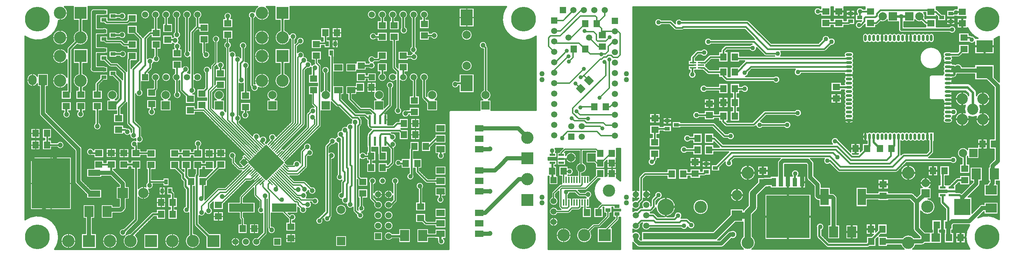
<source format=gbl>
%FSLAX43Y43*%
%MOMM*%
G71*
G01*
G75*
G04 Layer_Physical_Order=2*
%ADD10C,0.300*%
%ADD11R,1.800X1.600*%
%ADD12R,1.600X1.800*%
%ADD13R,1.500X3.000*%
%ADD14C,0.125*%
%ADD15C,0.500*%
%ADD16C,1.000*%
%ADD17C,0.400*%
%ADD18C,0.600*%
%ADD19C,0.254*%
%ADD20C,2.700*%
%ADD21C,3.000*%
%ADD22C,4.000*%
%ADD23R,4.000X4.000*%
%ADD24C,1.500*%
%ADD25R,1.500X1.500*%
%ADD26C,2.000*%
%ADD27R,2.000X2.000*%
%ADD28R,2.500X2.500*%
%ADD29C,2.500*%
%ADD30C,6.000*%
%ADD31R,3.000X3.000*%
%ADD32R,2.000X2.500*%
%ADD33O,2.000X2.500*%
%ADD34C,1.100*%
%ADD35C,1.300*%
%ADD36C,1.200*%
%ADD37C,1.000*%
%ADD38C,1.270*%
%ADD39R,1.300X0.850*%
%ADD40R,1.500X0.400*%
%ADD41R,10.500X10.300*%
%ADD42R,1.050X2.100*%
%ADD43R,1.450X0.550*%
%ADD44R,2.000X4.000*%
%ADD45R,4.000X3.000*%
%ADD46R,0.600X1.600*%
%ADD47O,0.600X1.600*%
%ADD48O,1.600X0.600*%
%ADD49R,2.200X2.700*%
%ADD50R,2.700X2.200*%
%ADD51R,6.000X2.000*%
%ADD52R,2.000X1.500*%
%ADD53R,0.300X1.600*%
%ADD54C,0.075*%
%ADD55R,3.000X1.500*%
%ADD56R,9.300X12.200*%
%ADD57R,0.600X2.200*%
%ADD58R,0.850X1.300*%
%ADD59R,3.000X4.000*%
%ADD60R,2.000X1.600*%
%ADD61C,1.500*%
D10*
X231196Y51839D02*
G03*
X230201Y52470I-896J-314D01*
G01*
G03*
X229812Y52612I-388J-457D01*
G01*
X230201Y52470D02*
G03*
X229812Y52612I-388J-457D01*
G01*
X228887Y57113D02*
G03*
X228854Y56713I5113J-613D01*
G01*
X229307Y54380D02*
G03*
X231809Y51839I4693J2120D01*
G01*
X235806Y51677D02*
G03*
X236973Y52295I-1806J4823D01*
G01*
X230300Y50575D02*
G03*
X231006Y50889I0J950D01*
G01*
X229671Y50812D02*
G03*
X230300Y50575I628J713D01*
G01*
X226515Y57190D02*
G03*
X226707Y57209I0J950D01*
G01*
X226252Y57227D02*
G03*
X226515Y57190I263J913D01*
G01*
X227094Y47300D02*
G03*
X227518Y47476I0J600D01*
G01*
X227094Y47300D02*
G03*
X227518Y47476I0J600D01*
G01*
X228012Y44900D02*
G03*
X226288Y45483I-1087J-375D01*
G01*
X226707Y59070D02*
G03*
X225729Y58673I-192J-930D01*
G01*
X225525Y53025D02*
G03*
X224883Y54675I0J950D01*
G01*
Y53275D02*
G03*
X225525Y53025I642J700D01*
G01*
X222012Y58737D02*
G03*
X221707Y58901I-424J-424D01*
G01*
X222012Y58737D02*
G03*
X221707Y58901I-424J-424D01*
G01*
X226288Y45483D02*
G03*
X225900Y45600I-388J-583D01*
G01*
X226288Y45483D02*
G03*
X225900Y45600I-388J-583D01*
G01*
X225490Y46400D02*
G03*
X225574Y47300I-490J500D01*
G01*
X225632Y45600D02*
G03*
X225490Y46400I-632J300D01*
G01*
X225361Y48500D02*
G03*
X225000Y48600I-361J-600D01*
G01*
X224000D02*
G03*
X223510Y47400I0J-700D01*
G01*
X221200Y52400D02*
G03*
X220000Y52890I-700J0D01*
G01*
X220500Y50700D02*
G03*
X221200Y51400I0J700D01*
G01*
X220000Y50910D02*
G03*
X220500Y50700I500J490D01*
G01*
X223084Y47025D02*
G03*
X223084Y47025I-2684J0D01*
G01*
X223510Y47400D02*
G03*
X223510Y46400I490J-500D01*
G01*
Y46400D02*
G03*
X223510Y45400I490J-500D01*
G01*
Y45400D02*
G03*
X223510Y44400I490J-500D01*
G01*
X233000Y35350D02*
G03*
X231450Y37912I0J1750D01*
G01*
Y38675D02*
G03*
X231172Y39347I-950J0D01*
G01*
X231450Y38675D02*
G03*
X231172Y39347I-950J0D01*
G01*
X232285Y35503D02*
G03*
X233000Y35350I715J1597D01*
G01*
X229947Y40572D02*
G03*
X229275Y40850I-672J-672D01*
G01*
X229947Y40572D02*
G03*
X229275Y40850I-672J-672D01*
G01*
X233000Y30350D02*
G03*
X232285Y33697I0J1750D01*
G01*
G03*
X232285Y35503I-1785J903D01*
G01*
X231403Y32815D02*
G03*
X233000Y30350I1597J-715D01*
G01*
X230500Y32600D02*
G03*
X231403Y32815I0J2000D01*
G01*
X229597Y32815D02*
G03*
X230500Y32600I903J1785D01*
G01*
X228715Y35503D02*
G03*
X228715Y33697I1785J-903D01*
G01*
X226545Y42580D02*
G03*
X226750Y43075I-495J495D01*
G01*
X226545Y42580D02*
G03*
X226750Y43075I-495J495D01*
G01*
X225875Y42200D02*
G03*
X226370Y42405I0J700D01*
G01*
X225875Y42200D02*
G03*
X226370Y42405I0J700D01*
G01*
X223510Y44400D02*
G03*
X223510Y43400I490J-500D01*
G01*
Y43400D02*
G03*
X223301Y42927I490J-500D01*
G01*
X220500D02*
G03*
X220127Y42773I0J-527D01*
G01*
X220500Y42927D02*
G03*
X220127Y42773I0J-527D01*
G01*
X220077Y42723D02*
G03*
X219923Y42350I373J-373D01*
G01*
X220077Y42723D02*
G03*
X219923Y42350I373J-373D01*
G01*
X225490Y41400D02*
G03*
X225632Y42200I-490J500D01*
G01*
X225698Y40850D02*
G03*
X225490Y41400I-698J50D01*
G01*
Y38400D02*
G03*
X225698Y38950I-490J500D01*
G01*
X225490Y37400D02*
G03*
X225490Y38400I-490J500D01*
G01*
Y36400D02*
G03*
X225490Y37400I-490J500D01*
G01*
X225490Y35400D02*
G03*
X225490Y36400I-490J500D01*
G01*
X223302Y36848D02*
G03*
X223510Y36400I698J52D01*
G01*
X219923Y37400D02*
G03*
X220077Y37027I527J0D01*
G01*
X220102Y37002D02*
G03*
X220475Y36848I373J373D01*
G01*
X219923Y37400D02*
G03*
X220077Y37027I527J0D01*
G01*
X220102Y37002D02*
G03*
X220475Y36848I373J373D01*
G01*
X228000Y35350D02*
G03*
X228715Y35503I0J1750D01*
G01*
X228000Y30350D02*
G03*
X229597Y32815I0J1750D01*
G01*
X229550Y37912D02*
G03*
X228000Y35350I-1550J-812D01*
G01*
X228715Y33697D02*
G03*
X228000Y30350I-715J-1597D01*
G01*
X225900Y32950D02*
G03*
X225696Y34828I0J950D01*
G01*
X223510Y36400D02*
G03*
X223510Y35400I490J-500D01*
G01*
X225696Y34828D02*
G03*
X225490Y35400I-696J72D01*
G01*
X223510D02*
G03*
X223523Y34388I490J-500D01*
G01*
Y34388D02*
G03*
X223498Y33388I477J-512D01*
G01*
Y33388D02*
G03*
X223510Y32400I502J-488D01*
G01*
X225696Y32972D02*
G03*
X225900Y32950I204J928D01*
G01*
X225490Y32400D02*
G03*
X225696Y32972I-490J500D01*
G01*
X225000Y31200D02*
G03*
X225490Y32400I0J700D01*
G01*
X223510D02*
G03*
X224000Y31200I490J-500D01*
G01*
X218934Y56734D02*
G03*
X218677Y58100I-1323J458D01*
G01*
X217611Y55792D02*
G03*
X218094Y55877I0J1400D01*
G01*
X216511Y56326D02*
G03*
X217611Y55792I1100J866D01*
G01*
X218783Y55188D02*
G03*
X219107Y55021I424J424D01*
G01*
X218783Y55188D02*
G03*
X219107Y55021I424J424D01*
G01*
X208677Y55800D02*
G03*
X209777Y56334I0J1400D01*
G01*
X208222Y55876D02*
G03*
X208677Y55800I456J1324D01*
G01*
X212475Y53975D02*
G03*
X213175Y53275I700J0D01*
G01*
X212475Y53975D02*
G03*
X213175Y53275I700J0D01*
G01*
X207084Y54988D02*
G03*
X207509Y55163I0J600D01*
G01*
X207084Y54988D02*
G03*
X207509Y55163I0J600D01*
G01*
X202975Y54125D02*
G03*
X203864Y54741I0J950D01*
G01*
X220000Y52890D02*
G03*
X219000Y52890I-500J-490D01*
G01*
X219000D02*
G03*
X218000Y52890I-500J-490D01*
G01*
X219500Y50700D02*
G03*
X220000Y50910I0J700D01*
G01*
X219000Y50910D02*
G03*
X219500Y50700I500J490D01*
G01*
X218500D02*
G03*
X219000Y50910I0J700D01*
G01*
X218000Y52890D02*
G03*
X217000Y52890I-500J-490D01*
G01*
X217000D02*
G03*
X216000Y52890I-500J-490D01*
G01*
X216000D02*
G03*
X215000Y52890I-500J-490D01*
G01*
X218000Y50910D02*
G03*
X218500Y50700I500J490D01*
G01*
X217500D02*
G03*
X218000Y50910I0J700D01*
G01*
X217000D02*
G03*
X217500Y50700I500J490D01*
G01*
X216500D02*
G03*
X217000Y50910I0J700D01*
G01*
X216000D02*
G03*
X216500Y50700I500J490D01*
G01*
X215500D02*
G03*
X216000Y50910I0J700D01*
G01*
X215000Y50910D02*
G03*
X215500Y50700I500J490D01*
G01*
X215000Y52890D02*
G03*
X214000Y52890I-500J-490D01*
G01*
X214000D02*
G03*
X213000Y52890I-500J-490D01*
G01*
X213000D02*
G03*
X212000Y52890I-500J-490D01*
G01*
X214500Y50700D02*
G03*
X215000Y50910I0J700D01*
G01*
X214000Y50910D02*
G03*
X214500Y50700I500J490D01*
G01*
X213500D02*
G03*
X214000Y50910I0J700D01*
G01*
X213000D02*
G03*
X213500Y50700I500J490D01*
G01*
X212500D02*
G03*
X213000Y50910I0J700D01*
G01*
X212000Y52890D02*
G03*
X211000Y52890I-500J-490D01*
G01*
X212000Y50910D02*
G03*
X212500Y50700I500J490D01*
G01*
X211500D02*
G03*
X212000Y50910I0J700D01*
G01*
X211000Y52890D02*
G03*
X210000Y52890I-500J-490D01*
G01*
G03*
X209000Y52890I-500J-490D01*
G01*
X209000D02*
G03*
X208000Y52890I-500J-490D01*
G01*
X208000D02*
G03*
X207000Y52890I-500J-490D01*
G01*
X207000D02*
G03*
X206000Y52890I-500J-490D01*
G01*
X206000D02*
G03*
X205000Y52890I-500J-490D01*
G01*
G03*
X203800Y52400I-500J-490D01*
G01*
Y51400D02*
G03*
X204500Y50700I700J0D01*
G01*
X203924Y58988D02*
G03*
X202505Y57727I-737J-600D01*
G01*
X192937Y57438D02*
G03*
X193593Y57700I0J950D01*
G01*
Y59075D02*
G03*
X192937Y57438I-656J-687D01*
G01*
X203367Y55940D02*
G03*
X202975Y54125I-392J-865D01*
G01*
X200385Y54988D02*
G03*
X200769Y55127I0J600D01*
G01*
X200385Y54988D02*
G03*
X200769Y55127I0J600D01*
G01*
X196275Y50075D02*
G03*
X195826Y51862I0J950D01*
G01*
G03*
X193955Y51553I-926J-212D01*
G01*
X211000Y50910D02*
G03*
X211500Y50700I500J490D01*
G01*
X210500D02*
G03*
X211000Y50910I0J700D01*
G01*
X210000Y50910D02*
G03*
X210500Y50700I500J490D01*
G01*
X209500D02*
G03*
X210000Y50910I0J700D01*
G01*
X209000Y50910D02*
G03*
X209500Y50700I500J490D01*
G01*
X208500D02*
G03*
X209000Y50910I0J700D01*
G01*
X208000D02*
G03*
X208500Y50700I500J490D01*
G01*
X207500D02*
G03*
X208000Y50910I0J700D01*
G01*
X207000D02*
G03*
X207500Y50700I500J490D01*
G01*
X206500D02*
G03*
X207000Y50910I0J700D01*
G01*
X206000D02*
G03*
X206500Y50700I500J490D01*
G01*
X205500D02*
G03*
X206000Y50910I0J700D01*
G01*
X205000Y50910D02*
G03*
X205500Y50700I500J490D01*
G01*
X204500D02*
G03*
X205000Y50910I0J700D01*
G01*
X219800Y29032D02*
G03*
X219000Y28890I-300J-632D01*
G01*
X219000D02*
G03*
X218000Y28890I-500J-490D01*
G01*
X218000D02*
G03*
X217000Y28890I-500J-490D01*
G01*
X217000D02*
G03*
X216000Y28890I-500J-490D01*
G01*
X216000D02*
G03*
X215000Y28890I-500J-490D01*
G01*
G03*
X214000Y28890I-500J-490D01*
G01*
X214000D02*
G03*
X213000Y28890I-500J-490D01*
G01*
X213000D02*
G03*
X212000Y28890I-500J-490D01*
G01*
X212000D02*
G03*
X211000Y28890I-500J-490D01*
G01*
X219800Y26768D02*
G03*
X219900Y26826I-300J632D01*
G01*
X219000Y26910D02*
G03*
X219500Y26700I500J490D01*
G01*
G03*
X219800Y26768I0J700D01*
G01*
X218500Y26700D02*
G03*
X219000Y26910I0J700D01*
G01*
X218000D02*
G03*
X218500Y26700I500J490D01*
G01*
X217500D02*
G03*
X218000Y26910I0J700D01*
G01*
X217000D02*
G03*
X217500Y26700I500J490D01*
G01*
X216500D02*
G03*
X217000Y26910I0J700D01*
G01*
X216000D02*
G03*
X216500Y26700I500J490D01*
G01*
X215500D02*
G03*
X216000Y26910I0J700D01*
G01*
X215000Y26910D02*
G03*
X215500Y26700I500J490D01*
G01*
X214500D02*
G03*
X215000Y26910I0J700D01*
G01*
X214000Y26910D02*
G03*
X214500Y26700I500J490D01*
G01*
X213500D02*
G03*
X214000Y26910I0J700D01*
G01*
X213100Y26826D02*
G03*
X213500Y26700I400J574D01*
G01*
X211000Y28890D02*
G03*
X210000Y28890I-500J-490D01*
G01*
G03*
X209000Y28890I-500J-490D01*
G01*
X209000D02*
G03*
X208000Y28890I-500J-490D01*
G01*
X208000D02*
G03*
X207000Y28890I-500J-490D01*
G01*
X207000D02*
G03*
X206000Y28890I-500J-490D01*
G01*
X206000D02*
G03*
X205000Y28890I-500J-490D01*
G01*
X204500Y26700D02*
G03*
X204850Y26794I0J700D01*
G01*
X205000Y28890D02*
G03*
X203800Y28400I-500J-490D01*
G01*
Y27400D02*
G03*
X204500Y26700I700J0D01*
G01*
X201490Y47400D02*
G03*
X201000Y48600I-490J500D01*
G01*
X201490Y46400D02*
G03*
X201490Y47400I-490J500D01*
G01*
X201490Y45400D02*
G03*
X201490Y46400I-490J500D01*
G01*
Y44400D02*
G03*
X201490Y45400I-490J500D01*
G01*
Y43400D02*
G03*
X201490Y44400I-490J500D01*
G01*
X201490Y42400D02*
G03*
X201490Y43400I-490J500D01*
G01*
X200000Y48600D02*
G03*
X199426Y47500I0J-700D01*
G01*
Y43300D02*
G03*
X199510Y42400I574J-400D01*
G01*
X201490Y41400D02*
G03*
X201490Y42400I-490J500D01*
G01*
X201490Y40400D02*
G03*
X201490Y41400I-490J500D01*
G01*
Y39400D02*
G03*
X201490Y40400I-490J500D01*
G01*
Y38400D02*
G03*
X201490Y39400I-490J500D01*
G01*
X199510Y42400D02*
G03*
X199510Y41400I490J-500D01*
G01*
Y41400D02*
G03*
X199394Y40550I490J-500D01*
G01*
X199394Y39250D02*
G03*
X199510Y38400I606J-350D01*
G01*
X194500Y48650D02*
G03*
X194924Y48826I0J600D01*
G01*
X194500Y48650D02*
G03*
X194924Y48826I0J600D01*
G01*
X201490Y37400D02*
G03*
X201490Y38400I-490J500D01*
G01*
Y36400D02*
G03*
X201490Y37400I-490J500D01*
G01*
X199510Y38400D02*
G03*
X199510Y37400I490J-500D01*
G01*
G03*
X199510Y36400I490J-500D01*
G01*
X201490Y35400D02*
G03*
X201490Y36400I-490J500D01*
G01*
X199510D02*
G03*
X199510Y35400I490J-500D01*
G01*
X201490Y34400D02*
G03*
X201490Y35400I-490J500D01*
G01*
Y33400D02*
G03*
X201490Y34400I-490J500D01*
G01*
X199510Y35400D02*
G03*
X199510Y34400I490J-500D01*
G01*
Y34400D02*
G03*
X199510Y33400I490J-500D01*
G01*
X201490Y32400D02*
G03*
X201490Y33400I-490J500D01*
G01*
X201000Y31200D02*
G03*
X201490Y32400I0J700D01*
G01*
X199510Y33400D02*
G03*
X199510Y32400I490J-500D01*
G01*
G03*
X200000Y31200I490J-500D01*
G01*
X198014Y27060D02*
G03*
X196458Y26100I-914J-260D01*
G01*
X234764Y21387D02*
G03*
X234500Y20750I636J-636D01*
G01*
X234764Y21387D02*
G03*
X234500Y20750I636J-637D01*
G01*
X229288Y24774D02*
G03*
X227943Y22530I-1100J-866D01*
G01*
X236288Y16400D02*
G03*
X236300Y16547I-888J146D01*
G01*
X236288Y16400D02*
G03*
X236300Y16547I-888J146D01*
G01*
X234364Y16783D02*
G03*
X234136Y16400I636J-636D01*
G01*
X234364Y16784D02*
G03*
X234136Y16400I636J-637D01*
G01*
X232035Y15788D02*
G03*
X232300Y16425I-636J637D01*
G01*
X232036Y15788D02*
G03*
X232300Y16425I-636J636D01*
G01*
X226893Y17938D02*
G03*
X226434Y17747I0J-650D01*
G01*
X226893Y17938D02*
G03*
X226433Y17747I0J-650D01*
G01*
X225825Y21300D02*
G03*
X225033Y22775I0J950D01*
G01*
X225157Y21575D02*
G03*
X225825Y21300I668J675D01*
G01*
X220924Y23801D02*
G03*
X221100Y24225I-424J424D01*
G01*
X220924Y23801D02*
G03*
X221100Y24225I-424J424D01*
G01*
X219882Y22775D02*
G03*
X219974Y22851I-332J500D01*
G01*
X219882Y22775D02*
G03*
X219974Y22851I-332J500D01*
G01*
X219958Y15511D02*
G03*
X218225Y15511I-866J1100D01*
G01*
X227823Y14121D02*
G03*
X227375Y14300I-448J-471D01*
G01*
X227823Y14121D02*
G03*
X227375Y14300I-448J-471D01*
G01*
X233154Y11400D02*
G03*
X231977Y10875I-304J-900D01*
G01*
X236973Y7705D02*
G03*
X231807Y8160I-2973J-4205D01*
G01*
X229763Y6427D02*
G03*
X229795Y527I4237J-2927D01*
G01*
X222575Y11900D02*
G03*
X222766Y11440I650J0D01*
G01*
X222575Y11900D02*
G03*
X222765Y11441I650J0D01*
G01*
X219500Y8925D02*
G03*
X219727Y12711I0J1900D01*
G01*
X217900Y9801D02*
G03*
X219500Y8925I1600J1024D01*
G01*
X218199Y1507D02*
G03*
X218836Y1770I0J900D01*
G01*
X218199Y1507D02*
G03*
X218836Y1771I0J900D01*
G01*
X216800Y19100D02*
G03*
X216800Y19100I-1900J0D01*
G01*
X213775Y23875D02*
G03*
X213351Y23699I0J-600D01*
G01*
X213775Y23875D02*
G03*
X213351Y23699I0J-600D01*
G01*
X211875Y19150D02*
G03*
X212299Y19326I0J600D01*
G01*
X211875Y19150D02*
G03*
X212299Y19326I0J600D01*
G01*
X216237Y13986D02*
G03*
X215600Y14250I-637J-636D01*
G01*
X216236Y13986D02*
G03*
X215600Y14250I-636J-636D01*
G01*
X194500Y22575D02*
G03*
X195275Y21075I775J-550D01*
G01*
X192025Y21375D02*
G03*
X191761Y22011I-900J0D01*
G01*
X192025Y21375D02*
G03*
X191761Y22012I-900J0D01*
G01*
X197726Y19326D02*
G03*
X198150Y19150I424J424D01*
G01*
X197726Y19326D02*
G03*
X198150Y19150I424J424D01*
G01*
X195275Y21075D02*
G03*
X195811Y21241I0J950D01*
G01*
X193779Y16196D02*
G03*
X193515Y16833I-900J0D01*
G01*
X193779Y16196D02*
G03*
X193514Y16833I-900J0D01*
G01*
X197062Y13836D02*
G03*
X196425Y14100I-637J-636D01*
G01*
X197061Y13836D02*
G03*
X196425Y14100I-636J-636D01*
G01*
X197625Y12900D02*
G03*
X197361Y13536I-900J0D01*
G01*
X197625Y12900D02*
G03*
X197361Y13537I-900J0D01*
G01*
X191979Y13471D02*
G03*
X192243Y12834I900J0D01*
G01*
X192514Y12564D02*
G03*
X193150Y12300I636J636D01*
G01*
X192513Y12564D02*
G03*
X193150Y12300I637J636D01*
G01*
X191979Y13471D02*
G03*
X192242Y12835I900J0D01*
G01*
X216100Y5417D02*
G03*
X216364Y4780I900J0D01*
G01*
X216100Y5417D02*
G03*
X216363Y4780I900J0D01*
G01*
X216368Y3307D02*
G03*
X213432Y3307I-1468J-1207D01*
G01*
X215966Y527D02*
G03*
X216705Y1507I-1066J1573D01*
G01*
X213095D02*
G03*
X213834Y527I1805J593D01*
G01*
X205031Y900D02*
G03*
X205491Y1090I0J650D01*
G01*
X205031Y900D02*
G03*
X205491Y1091I0J650D01*
G01*
X193950Y5113D02*
G03*
X192650Y5526I-450J837D01*
G01*
Y3650D02*
G03*
X192841Y3190I650J0D01*
G01*
X192650Y3650D02*
G03*
X192840Y3190I650J0D01*
G01*
X194940Y1090D02*
G03*
X195400Y900I460J460D01*
G01*
X194940Y1091D02*
G03*
X195400Y900I460J459D01*
G01*
X187458Y44300D02*
G03*
X188100Y42650I642J-700D01*
G01*
X183936Y47500D02*
G03*
X183975Y48650I-736J600D01*
G01*
X177150Y48550D02*
G03*
X178100Y49527I0J950D01*
G01*
X176933Y50425D02*
G03*
X176457Y50150I217J-925D01*
G01*
X179950Y47676D02*
G03*
X180375Y47500I424J424D01*
G01*
X179950Y47676D02*
G03*
X180375Y47500I424J424D01*
G01*
X176224Y56049D02*
G03*
X175800Y56225I-424J-424D01*
G01*
X176224Y56049D02*
G03*
X175800Y56225I-424J-424D01*
G01*
X176375Y48950D02*
G03*
X177150Y48550I775J550D01*
G01*
X188100Y42650D02*
G03*
X189001Y43300I0J950D01*
G01*
X182825Y40850D02*
G03*
X182183Y42500I0J950D01*
G01*
X182017Y41300D02*
G03*
X182825Y40850I808J500D01*
G01*
X175416Y42500D02*
G03*
X176145Y43522I-216J925D01*
G01*
X180200Y34275D02*
G03*
X179776Y34099I0J-600D01*
G01*
X180200Y34275D02*
G03*
X179776Y34099I0J-600D01*
G01*
X188075Y32725D02*
G03*
X187338Y34275I0J950D01*
G01*
Y33075D02*
G03*
X188075Y32725I737J600D01*
G01*
X185500Y29800D02*
G03*
X184784Y31375I0J950D01*
G01*
X184744Y30175D02*
G03*
X185500Y29800I756J575D01*
G01*
X179536Y31375D02*
G03*
X179062Y31688I-737J-600D01*
G01*
X178800Y29825D02*
G03*
X179536Y30175I0J950D01*
G01*
X177887Y30513D02*
G03*
X178800Y29825I913J262D01*
G01*
X177375Y30250D02*
G03*
X177799Y30426I0J600D01*
G01*
X177375Y30250D02*
G03*
X177799Y30426I0J600D01*
G01*
X175200Y38600D02*
G03*
X174501Y40193I0J950D01*
G01*
X174430Y38993D02*
G03*
X175200Y38600I770J557D01*
G01*
X170351Y41476D02*
G03*
X170775Y41300I424J424D01*
G01*
X170351Y41476D02*
G03*
X170775Y41300I424J424D01*
G01*
X171775Y27075D02*
G03*
X171038Y28625I0J950D01*
G01*
Y27425D02*
G03*
X171775Y27075I737J600D01*
G01*
X170650Y50150D02*
G03*
X170226Y49974I0J-600D01*
G01*
X170650Y50150D02*
G03*
X170226Y49974I0J-600D01*
G01*
X169588Y49337D02*
G03*
X169412Y48912I424J-424D01*
G01*
X169588Y49337D02*
G03*
X169412Y48912I424J-424D01*
G01*
X166325Y50050D02*
G03*
X167081Y50425I0J950D01*
G01*
X167040Y51625D02*
G03*
X166325Y50050I-716J-625D01*
G01*
X166843Y47893D02*
G03*
X166419Y47718I0J-600D01*
G01*
X166843Y47893D02*
G03*
X166419Y47718I0J-600D01*
G01*
X165350Y47400D02*
G03*
X164613Y48950I0J950D01*
G01*
Y47750D02*
G03*
X165350Y47400I737J600D01*
G01*
X165932Y43169D02*
G03*
X166357Y42993I424J424D01*
G01*
X165932Y43169D02*
G03*
X166357Y42993I424J424D01*
G01*
X165750Y45405D02*
G03*
X165924Y45526I-250J545D01*
G01*
X165750Y45405D02*
G03*
X165924Y45526I-250J545D01*
G01*
X159962Y56225D02*
G03*
X158296Y55428I-737J-600D01*
G01*
X159975Y53800D02*
G03*
X160399Y53976I0J600D01*
G01*
X159975Y53800D02*
G03*
X160399Y53976I0J600D01*
G01*
X163725Y48950D02*
G03*
X163301Y48774I0J-600D01*
G01*
X163725Y48950D02*
G03*
X163301Y48774I0J-600D01*
G01*
X157549Y56174D02*
G03*
X157125Y56350I-424J-424D01*
G01*
X157549Y56174D02*
G03*
X157125Y56350I-424J-424D01*
G01*
X158051Y53976D02*
G03*
X158475Y53800I424J424D01*
G01*
X158051Y53976D02*
G03*
X158475Y53800I424J424D01*
G01*
X154250Y54750D02*
G03*
X155025Y55150I0J950D01*
G01*
X154943Y56350D02*
G03*
X154250Y54750I-693J-650D01*
G01*
X162176Y47649D02*
G03*
X162000Y47225I424J-424D01*
G01*
X162176Y47649D02*
G03*
X162000Y47225I424J-424D01*
G01*
X162475Y42050D02*
G03*
X163075Y43737I0J950D01*
G01*
X161875D02*
G03*
X162475Y42050I600J-737D01*
G01*
X165924Y40193D02*
G03*
X165225Y38600I-699J-643D01*
G01*
G03*
X165995Y38993I0J950D01*
G01*
X169350Y31607D02*
G03*
X169526Y31201I600J18D01*
G01*
X169350Y31607D02*
G03*
X169526Y31201I600J18D01*
G01*
X170301Y30426D02*
G03*
X170725Y30250I424J424D01*
G01*
X170301Y30426D02*
G03*
X170725Y30250I424J424D01*
G01*
X167933Y31216D02*
G03*
X167508Y31392I-424J-424D01*
G01*
X167933Y31216D02*
G03*
X167508Y31392I-424J-424D01*
G01*
X169851Y27601D02*
G03*
X170275Y27425I424J424D01*
G01*
X169851Y27601D02*
G03*
X170275Y27425I424J424D01*
G01*
X168131Y27918D02*
G03*
X167712Y28093I-424J-424D01*
G01*
X168131Y27918D02*
G03*
X167712Y28093I-424J-424D01*
G01*
X163475Y32200D02*
G03*
X164212Y32550I0J950D01*
G01*
Y33750D02*
G03*
X163475Y32200I-737J-600D01*
G01*
X161250Y26525D02*
G03*
X161987Y26875I0J950D01*
G01*
Y28075D02*
G03*
X161250Y26525I-737J-600D01*
G01*
X183364Y22162D02*
G03*
X183100Y21525I636J-637D01*
G01*
X183364Y22161D02*
G03*
X183100Y21525I636J-636D01*
G01*
X188143Y18275D02*
G03*
X186750Y18283I-693J650D01*
G01*
X190225Y17950D02*
G03*
X190489Y17313I900J0D01*
G01*
X190225Y17950D02*
G03*
X190489Y17314I900J0D01*
G01*
X179975Y18025D02*
G03*
X179805Y18012I0J-1150D01*
G01*
X179975Y18025D02*
G03*
X179805Y18012I0J-1150D01*
G01*
X177800Y19100D02*
G03*
X177800Y19100I-1900J0D01*
G01*
X171375Y20500D02*
G03*
X172128Y22029I0J950D01*
G01*
X170454Y21683D02*
G03*
X171375Y20500I921J-233D01*
G01*
X176387Y14913D02*
G03*
X176050Y14100I813J-813D01*
G01*
X176388Y14914D02*
G03*
X176050Y14100I812J-814D01*
G01*
X178012Y9886D02*
G03*
X178350Y10700I-812J814D01*
G01*
X178013Y9887D02*
G03*
X178350Y10700I-813J813D01*
G01*
X176966Y527D02*
G03*
X177050Y3612I-1066J1573D01*
G01*
X174943Y13699D02*
G03*
X174943Y13699I-1650J0D01*
G01*
X175088Y10214D02*
G03*
X174943Y10037I812J-814D01*
G01*
X175087Y10213D02*
G03*
X174943Y10037I813J-813D01*
G01*
X174750Y3612D02*
G03*
X174834Y527I1150J-1512D01*
G01*
X172300Y3025D02*
G03*
X171759Y4975I0J1050D01*
G01*
X171993Y3071D02*
G03*
X172300Y3025I306J1004D01*
G01*
X171725Y4975D02*
G03*
X171088Y4711I0J-900D01*
G01*
X171725Y4975D02*
G03*
X171088Y4711I0J-900D01*
G01*
X169525Y975D02*
G03*
X170162Y1239I0J900D01*
G01*
X169525Y975D02*
G03*
X170161Y1239I0J900D01*
G01*
X168677Y2775D02*
G03*
X168807Y2887I-683J925D01*
G01*
X168677Y2775D02*
G03*
X168808Y2888I-683J925D01*
G01*
X160450Y23775D02*
G03*
X161160Y24093I0J950D01*
G01*
X161211Y25293D02*
G03*
X160450Y23775I-761J-568D01*
G01*
X165260Y18288D02*
G03*
X165684Y18463I0J600D01*
G01*
X165260Y18288D02*
G03*
X165684Y18463I0J600D01*
G01*
X153731Y21982D02*
G03*
X153907Y22407I-424J424D01*
G01*
X153731Y21982D02*
G03*
X153907Y22407I-424J424D01*
G01*
X152650Y20800D02*
G03*
X153595Y21847I0J950D01*
G01*
X152083Y22512D02*
G03*
X152650Y20800I567J-762D01*
G01*
X150975Y19393D02*
G03*
X150551Y19218I0J-600D01*
G01*
X150975Y19393D02*
G03*
X150551Y19218I0J-600D01*
G01*
X149626Y18293D02*
G03*
X149450Y17868I424J-424D01*
G01*
X149626Y18293D02*
G03*
X149450Y17868I424J-424D01*
G01*
X166400Y10800D02*
G03*
X166400Y10800I-1900J0D01*
G01*
X162175Y5400D02*
G03*
X162078Y7295I0J950D01*
G01*
X161346Y5885D02*
G03*
X162175Y5400I829J465D01*
G01*
X161449Y7924D02*
G03*
X161025Y8100I-424J-424D01*
G01*
X161449Y7924D02*
G03*
X161025Y8100I-424J-424D01*
G01*
X156346Y8425D02*
G03*
X154819Y12890I-345J2375D01*
G01*
X159761Y8100D02*
G03*
X158080Y8603I-736J600D01*
G01*
X154250Y12700D02*
G03*
X154671Y12798I0J950D01*
G01*
G03*
X153700Y11485I1329J-1998D01*
G01*
X153614Y10541D02*
G03*
X155654Y8425I2386J259D01*
G01*
X160450Y5250D02*
G03*
X161346Y5885I0J950D01*
G01*
X159683Y5640D02*
G03*
X160450Y5250I767J560D01*
G01*
X154819Y12890D02*
G03*
X153305Y13553I-569J760D01*
G01*
X152676Y12924D02*
G03*
X152500Y12500I424J-424D01*
G01*
X152676Y12924D02*
G03*
X152500Y12500I424J-424D01*
G01*
X151300Y12710D02*
G03*
X150650Y14809I0J1150D01*
G01*
Y12911D02*
G03*
X151300Y12710I650J949D01*
G01*
X150474Y12186D02*
G03*
X150650Y12610I-424J424D01*
G01*
X153524Y10426D02*
G03*
X153614Y10541I-424J424D01*
G01*
X153524Y10426D02*
G03*
X153614Y10541I-424J424D01*
G01*
X150474Y12186D02*
G03*
X150650Y12610I-424J424D01*
G01*
X152406Y11004D02*
G03*
X150365Y10650I-1106J316D01*
G01*
X152300Y9450D02*
G03*
X152724Y9626I0J600D01*
G01*
X152300Y9450D02*
G03*
X152724Y9626I0J600D01*
G01*
X148760Y12710D02*
G03*
X149450Y12940I0J1150D01*
G01*
Y14780D02*
G03*
X148050Y14765I-690J-920D01*
G01*
Y12955D02*
G03*
X148760Y12710I710J905D01*
G01*
X150030Y10650D02*
G03*
X149606Y10474I0J-600D01*
G01*
X150030Y10650D02*
G03*
X149606Y10474I0J-600D01*
G01*
X148760Y10170D02*
G03*
X149878Y11589I0J1150D01*
G01*
X149029Y12438D02*
G03*
X148050Y12225I-269J-1118D01*
G01*
Y10415D02*
G03*
X148760Y10170I710J905D01*
G01*
X149029Y9898D02*
G03*
X148050Y9685I-269J-1118D01*
G01*
X153344Y9204D02*
G03*
X152920Y9380I-424J-424D01*
G01*
X153344Y9204D02*
G03*
X152920Y9380I-424J-424D01*
G01*
X151300Y5090D02*
G03*
X152281Y5640I0J1150D01*
G01*
X150358Y6900D02*
G03*
X151300Y5090I942J-660D01*
G01*
X148760D02*
G03*
X149878Y6509I0J1150D01*
G01*
X148050Y5335D02*
G03*
X148760Y5090I710J905D01*
G01*
X149694Y3029D02*
G03*
X148050Y4605I-934J671D01*
G01*
X148939Y1239D02*
G03*
X149575Y975I636J636D01*
G01*
X148938Y1239D02*
G03*
X149575Y975I637J636D01*
G01*
X148050Y2137D02*
G03*
X148124Y2053I710J553D01*
G01*
X148050Y2137D02*
G03*
X148124Y2054I710J553D01*
G01*
X65782Y21900D02*
G03*
X65477Y21145I643J-700D01*
G01*
X129909Y7148D02*
G03*
X129909Y7148I-1100J0D01*
G01*
X129783Y10200D02*
G03*
X129795Y9200I-974J-512D01*
G01*
X128309Y13208D02*
G03*
X129909Y12228I500J-980D01*
G01*
X130025Y10900D02*
G03*
X130171Y10546I500J0D01*
G01*
X130025Y10900D02*
G03*
X130171Y10546I500J0D01*
G01*
X129909Y12228D02*
G03*
X129309Y13208I-1100J0D01*
G01*
X133075Y3899D02*
G03*
X133075Y3899I-1850J0D01*
G01*
X137131Y5512D02*
G03*
X138075Y3899I-906J-1613D01*
G01*
X132400Y9200D02*
G03*
X132753Y9346I0J500D01*
G01*
X132400Y9200D02*
G03*
X132753Y9346I0J500D01*
G01*
X134824Y10000D02*
G03*
X135177Y10146I0J500D01*
G01*
X134824Y10000D02*
G03*
X135177Y10146I0J500D01*
G01*
X128456Y14463D02*
G03*
X128309Y14109I354J-354D01*
G01*
X128456Y14463D02*
G03*
X128309Y14109I354J-354D01*
G01*
X130600Y16400D02*
G03*
X130246Y16254I0J-500D01*
G01*
X130600Y16400D02*
G03*
X130246Y16254I0J-500D01*
G01*
X129281Y24075D02*
G03*
X129375Y24475I-806J400D01*
G01*
G03*
X129189Y25023I-900J0D01*
G01*
X130321Y24304D02*
G03*
X130191Y24075I354J-354D01*
G01*
X130321Y24304D02*
G03*
X130191Y24075I354J-354D01*
G01*
X132357Y13685D02*
G03*
X132719Y14175I-500J748D01*
G01*
X132362Y18566D02*
G03*
X132588Y18507I338J834D01*
G01*
X133600Y19400D02*
G03*
X132362Y20234I-900J0D01*
G01*
X132812Y18507D02*
G03*
X133600Y19400I-112J893D01*
G01*
X134634Y13437D02*
G03*
X135024Y13275I390J388D01*
G01*
X134635Y13436D02*
G03*
X135024Y13275I389J389D01*
G01*
X131750Y22290D02*
G03*
X134350Y22800I1250J510D01*
G01*
G03*
X131750Y23310I-1350J0D01*
G01*
X135000Y21554D02*
G03*
X134607Y19287I500J-1254D01*
G01*
X138075Y3899D02*
G03*
X137838Y4805I-1850J0D01*
G01*
X138576Y6750D02*
G03*
X138223Y6604I0J-500D01*
G01*
X138576Y6750D02*
G03*
X138223Y6604I0J-500D01*
G01*
X139775Y5750D02*
G03*
X140128Y5896I0J500D01*
G01*
X139775Y5750D02*
G03*
X140128Y5896I0J500D01*
G01*
X135461Y10430D02*
G03*
X135601Y10707I-354J354D01*
G01*
X135461Y10430D02*
G03*
X135601Y10707I-354J354D01*
G01*
X142356Y8124D02*
G03*
X142502Y8478I-354J354D01*
G01*
X142356Y8124D02*
G03*
X142502Y8478I-354J354D01*
G01*
X144556Y7499D02*
G03*
X144702Y7853I-354J354D01*
G01*
X144556Y7499D02*
G03*
X144702Y7853I-354J354D01*
G01*
X136374Y13275D02*
G03*
X136665Y13007I775J550D01*
G01*
X138099Y13825D02*
G03*
X136374Y14375I-950J0D01*
G01*
X136569Y14850D02*
G03*
X136923Y14996I0J500D01*
G01*
X136569Y14850D02*
G03*
X136923Y14996I0J500D01*
G01*
X137557Y12967D02*
G03*
X138099Y13825I-409J858D01*
G01*
X135607Y18954D02*
G03*
X136850Y20300I-107J1346D01*
G01*
G03*
X136000Y21554I-1350J0D01*
G01*
X140058Y17643D02*
G03*
X140318Y11629I2192J-2918D01*
G01*
G03*
X140222Y11554I258J-429D01*
G01*
X140318Y11629D02*
G03*
X140222Y11554I258J-429D01*
G01*
X141762Y18342D02*
G03*
X141262Y18239I488J-3617D01*
G01*
X145023Y17098D02*
G03*
X144062Y17893I-2773J-2373D01*
G01*
X7669Y477D02*
G03*
X8650Y3500I-4169J3023D01*
G01*
G03*
X477Y7669I-5150J0D01*
G01*
X12856Y2508D02*
G03*
X12856Y2508I-1850J0D01*
G01*
X12575Y16950D02*
G03*
X12824Y16349I850J0D01*
G01*
X12575Y16950D02*
G03*
X12824Y16349I850J0D01*
G01*
X22951Y2499D02*
G03*
X22951Y2499I-1850J0D01*
G01*
X24762Y3775D02*
G03*
X27951Y2499I1340J-1276D01*
G01*
X24987Y3975D02*
G03*
X25200Y4575I-737J600D01*
G01*
X24391Y5514D02*
G03*
X24762Y3775I-141J-939D01*
G01*
X26050Y4348D02*
G03*
X24987Y3975I52J-1849D01*
G01*
X27951Y2499D02*
G03*
X27304Y3905I-1850J0D01*
G01*
X23674Y9250D02*
G03*
X24186Y9422I0J850D01*
G01*
X23674Y9250D02*
G03*
X24186Y9422I0J850D01*
G01*
G03*
X24746Y9969I-286J853D01*
G01*
X24800Y10023D02*
G03*
X25049Y10624I-601J601D01*
G01*
X24800Y10023D02*
G03*
X25049Y10624I-601J601D01*
G01*
X22218Y19659D02*
G03*
X22007Y19814I-601J-601D01*
G01*
X22218Y19659D02*
G03*
X22007Y19814I-601J-601D01*
G01*
X27818Y7244D02*
G03*
X27993Y7668I-424J424D01*
G01*
X27818Y7244D02*
G03*
X27993Y7668I-424J424D01*
G01*
X25049Y16476D02*
G03*
X24800Y17077I-850J0D01*
G01*
X25049Y16476D02*
G03*
X24800Y17077I-850J0D01*
G01*
X7105Y26441D02*
G03*
X6973Y26425I0J-550D01*
G01*
X12478Y24620D02*
G03*
X12575Y24379I922J230D01*
G01*
X8250Y25325D02*
G03*
X9975Y25875I775J550D01*
G01*
G03*
X8262Y26441I-950J0D01*
G01*
X14350Y24850D02*
G03*
X13782Y25720I-950J0D01*
G01*
X17143Y24682D02*
G03*
X16723Y23338I-818J-482D01*
G01*
X14275Y24480D02*
G03*
X14350Y24850I-875J370D01*
G01*
X17457Y31211D02*
G03*
X18975Y30450I568J-761D01*
G01*
G03*
X18557Y31237I-950J0D01*
G01*
X27345Y26960D02*
G03*
X26843Y25138I-345J-885D01*
G01*
X25908Y28350D02*
G03*
X27311Y27394I942J-125D01*
G01*
X27943Y25682D02*
G03*
X27920Y25839I-550J0D01*
G01*
X27950Y26075D02*
G03*
X27905Y26365I-950J0D01*
G01*
X27943Y25682D02*
G03*
X27920Y25839I-550J0D01*
G01*
G03*
X27950Y26075I-920J236D01*
G01*
X27311Y27394D02*
G03*
X27345Y26960I939J-144D01*
G01*
X25163Y30036D02*
G03*
X24813Y30162I-351J-424D01*
G01*
X24457Y28715D02*
G03*
X25908Y28350I868J385D01*
G01*
X26275Y29100D02*
G03*
X25163Y30036I-950J0D01*
G01*
G03*
X24813Y30162I-351J-424D01*
G01*
X25125Y31150D02*
G03*
X25286Y30761I550J0D01*
G01*
X25125Y31150D02*
G03*
X25287Y30760I550J0D01*
G01*
X26267Y28975D02*
G03*
X26275Y29100I-942J125D01*
G01*
X28800Y30050D02*
G03*
X28639Y30439I-550J0D01*
G01*
X28800Y30050D02*
G03*
X28638Y30440I-550J0D01*
G01*
X38051Y2499D02*
G03*
X38051Y2499I-1850J0D01*
G01*
X40212Y4062D02*
G03*
X43051Y2499I989J-1563D01*
G01*
X31543Y9593D02*
G03*
X31119Y9418I0J-600D01*
G01*
X31543Y9593D02*
G03*
X31119Y9418I0J-600D01*
G01*
X27993Y13155D02*
G03*
X30799Y14207I1205J1052D01*
G01*
G03*
X30514Y15118I-1600J0D01*
G01*
X39400Y10957D02*
G03*
X40212Y9378I275J-857D01*
G01*
X36862Y14034D02*
G03*
X36701Y14423I-550J0D01*
G01*
X36862Y14034D02*
G03*
X36700Y14423I-550J0D01*
G01*
X43051Y2499D02*
G03*
X41412Y4337I-1850J0D01*
G01*
X41575Y6525D02*
G03*
X41751Y6101I600J0D01*
G01*
X41575Y6525D02*
G03*
X41751Y6101I600J0D01*
G01*
X52648Y2291D02*
G03*
X52648Y2291I-1100J0D01*
G01*
X42775Y8675D02*
G03*
X44267Y9326I550J775D01*
G01*
G03*
X46025Y9825I808J499D01*
G01*
G03*
X45575Y10633I-950J0D01*
G01*
X44168Y12475D02*
G03*
X44225Y12800I-893J325D01*
G01*
G03*
X44162Y13139I-950J0D01*
G01*
X29825Y15680D02*
G03*
X27993Y15260I-626J-1472D01*
G01*
X30150Y16825D02*
G03*
X29825Y15680I550J-775D01*
G01*
X30514Y15118D02*
G03*
X31650Y16050I186J932D01*
G01*
G03*
X31602Y16348I-950J0D01*
G01*
X38875Y15750D02*
G03*
X39051Y15326I600J0D01*
G01*
X38875Y15750D02*
G03*
X39051Y15326I600J0D01*
G01*
X38250Y17800D02*
G03*
X38426Y17376I600J0D01*
G01*
X38250Y17800D02*
G03*
X38426Y17376I600J0D01*
G01*
X27905Y26365D02*
G03*
X29200Y27250I345J885D01*
G01*
G03*
X28800Y28025I-950J0D01*
G01*
X41751Y18849D02*
G03*
X41575Y18425I424J-424D01*
G01*
X41751Y18849D02*
G03*
X41575Y18425I424J-424D01*
G01*
X42868Y18269D02*
G03*
X43043Y18693I-424J424D01*
G01*
X42868Y18269D02*
G03*
X43043Y18693I-424J424D01*
G01*
X47400Y15500D02*
G03*
X47046Y15354I0J-500D01*
G01*
X47400Y15500D02*
G03*
X47046Y15354I0J-500D01*
G01*
X52171Y19746D02*
G03*
X52525Y19600I354J354D01*
G01*
X52171Y19746D02*
G03*
X52525Y19600I354J354D01*
G01*
X50550Y21575D02*
G03*
X50696Y21221I500J0D01*
G01*
X50550Y21575D02*
G03*
X50696Y21221I500J0D01*
G01*
X52421Y21882D02*
G03*
X52496Y21271I429J-257D01*
G01*
X52421Y21882D02*
G03*
X52496Y21271I429J-257D01*
G01*
X42993Y25429D02*
G03*
X43425Y26225I-518J796D01*
G01*
G03*
X41893Y25474I-950J0D01*
G01*
X51775Y23300D02*
G03*
X50550Y22391I-950J0D01*
G01*
X51550Y22686D02*
G03*
X51775Y23300I-725J614D01*
G01*
X3939Y33511D02*
G03*
X4188Y32910I850J0D01*
G01*
X3939Y33511D02*
G03*
X4188Y32910I850J0D01*
G01*
X9907Y34024D02*
G03*
X11500Y33325I643J-699D01*
G01*
G03*
X11107Y34095I-950J0D01*
G01*
X14875Y33375D02*
G03*
X14607Y34037I-950J0D01*
G01*
X13393Y34162D02*
G03*
X14875Y33375I532J-787D01*
G01*
X11757Y38553D02*
G03*
X11825Y38831I-532J278D01*
G01*
X11757Y38553D02*
G03*
X11825Y38831I-532J278D01*
G01*
X939Y41442D02*
G03*
X3439Y40735I1350J0D01*
G01*
Y42649D02*
G03*
X939Y41942I-1150J-707D01*
G01*
X10625Y42391D02*
G03*
X10625Y40626I-1626J-882D01*
G01*
X13399Y43259D02*
G03*
X13407Y39756I600J-1750D01*
G01*
X14607Y39761D02*
G03*
X15849Y41509I-608J1747D01*
G01*
G03*
X14599Y43259I-1850J0D01*
G01*
X17618Y41149D02*
G03*
X17457Y40760I389J-389D01*
G01*
X17619Y41150D02*
G03*
X17457Y40760I388J-390D01*
G01*
X23033Y38011D02*
G03*
X20976Y36861I-1350J0D01*
G01*
X22390D02*
G03*
X23033Y38011I-707J1150D01*
G01*
X16350Y44849D02*
G03*
X17200Y43475I850J-424D01*
G01*
X19252D02*
G03*
X19947Y43477I346J777D01*
G01*
X20004Y45027D02*
G03*
X19524Y45175I-480J-702D01*
G01*
X20004Y45027D02*
G03*
X19524Y45175I-480J-702D01*
G01*
X20860Y45011D02*
G03*
X21249Y44850I389J389D01*
G01*
X20860Y45012D02*
G03*
X21249Y44850I390J388D01*
G01*
X26361Y44689D02*
G03*
X26225Y44464I389J-389D01*
G01*
X26362Y44690D02*
G03*
X26225Y44464I388J-390D01*
G01*
X23114Y45789D02*
G03*
X22725Y45950I-389J-389D01*
G01*
X23115Y45788D02*
G03*
X22725Y45950I-390J-388D01*
G01*
X25257Y47038D02*
G03*
X25125Y46681I418J-357D01*
G01*
X25257Y47038D02*
G03*
X25125Y46681I418J-357D01*
G01*
X10625Y48391D02*
G03*
X10625Y46626I-1626J-882D01*
G01*
X10801Y49659D02*
G03*
X10625Y49235I424J-424D01*
G01*
X10801Y49659D02*
G03*
X10625Y49235I424J-424D01*
G01*
X477Y52331D02*
G03*
X8641Y56194I3023J4169D01*
G01*
X10849Y52009D02*
G03*
X10849Y52009I-1850J0D01*
G01*
X13186Y50347D02*
G03*
X15849Y52009I813J1662D01*
G01*
X13399Y53759D02*
G03*
X12337Y51196I600J-1750D01*
G01*
X8641Y56194D02*
G03*
X10849Y58009I358J1815D01*
G01*
G03*
X10062Y59523I-1850J0D01*
G01*
X15849Y52009D02*
G03*
X14599Y53759I-1850J0D01*
G01*
X16599Y58802D02*
G03*
X16350Y58201I601J-601D01*
G01*
X16599Y58802D02*
G03*
X16350Y58201I601J-601D01*
G01*
X17224Y59076D02*
G03*
X16623Y58827I0J-850D01*
G01*
X17224Y59076D02*
G03*
X16623Y58827I0J-850D01*
G01*
X19315Y48150D02*
G03*
X19947Y48177I283J802D01*
G01*
X19990Y49727D02*
G03*
X19549Y49850I-441J-727D01*
G01*
X19990Y49727D02*
G03*
X19549Y49850I-441J-727D01*
G01*
X19793Y50687D02*
G03*
X20182Y50525I390J388D01*
G01*
X19793Y50686D02*
G03*
X20182Y50525I389J389D01*
G01*
X19675Y52725D02*
G03*
X19967Y52777I0J850D01*
G01*
X19675Y52725D02*
G03*
X19967Y52777I0J850D01*
G01*
X23437Y47402D02*
G03*
X25125Y48000I738J598D01*
G01*
G03*
X23440Y48602I-950J0D01*
G01*
X24098Y49924D02*
G03*
X24488Y49762I390J388D01*
G01*
X24099Y49923D02*
G03*
X24488Y49762I389J389D01*
G01*
X24114Y51464D02*
G03*
X23725Y51625I-389J-389D01*
G01*
X24115Y51463D02*
G03*
X23725Y51625I-390J-388D01*
G01*
X23356Y52002D02*
G03*
X25000Y52650I694J648D01*
G01*
G03*
X23277Y53202I-950J0D01*
G01*
X20264Y54327D02*
G03*
X19401Y54425I-515J-677D01*
G01*
X19884Y55312D02*
G03*
X20273Y55150I390J388D01*
G01*
X19885Y55311D02*
G03*
X20273Y55150I389J389D01*
G01*
X19648Y57376D02*
G03*
X19997Y57451I0J850D01*
G01*
Y59001D02*
G03*
X19648Y59076I-349J-775D01*
G01*
X25275Y55150D02*
G03*
X25665Y55312I0J550D01*
G01*
X25275Y55150D02*
G03*
X25664Y55311I0J550D01*
G01*
X23338Y56676D02*
G03*
X25024Y57276I737J600D01*
G01*
G03*
X23338Y57876I-950J0D01*
G01*
X30657Y34661D02*
G03*
X32175Y33900I568J-761D01*
G01*
G03*
X31792Y34662I-950J0D01*
G01*
X27300Y38271D02*
G03*
X29150Y38575I900J304D01*
G01*
G03*
X28800Y39312I-950J0D01*
G01*
X32578Y39206D02*
G03*
X32740Y39596I-388J390D01*
G01*
X32579Y39207D02*
G03*
X32740Y39596I-389J389D01*
G01*
X35333Y36861D02*
G03*
X35976Y38011I-707J1150D01*
G01*
G03*
X33919Y36861I-1350J0D01*
G01*
X36750Y38717D02*
G03*
X38400Y38075I700J-642D01*
G01*
G03*
X37850Y38937I-950J0D01*
G01*
X38000Y39250D02*
G03*
X38162Y38860I550J0D01*
G01*
X38000Y39250D02*
G03*
X38161Y38861I550J0D01*
G01*
X33290Y42380D02*
G03*
X31640Y41427I-1100J0D01*
G01*
X32740D02*
G03*
X33290Y42380I-550J953D01*
G01*
X35830D02*
G03*
X35830Y42380I-1100J0D01*
G01*
X31238Y44310D02*
G03*
X31400Y44700I-388J390D01*
G01*
X31239Y44311D02*
G03*
X31400Y44700I-389J389D01*
G01*
X31385Y47035D02*
G03*
X30200Y46943I-535J-785D01*
G01*
X31400Y45475D02*
G03*
X31772Y46021I-550J775D01*
G01*
G03*
X33257Y46807I535J785D01*
G01*
X31757Y47581D02*
G03*
X31385Y47035I550J-775D01*
G01*
X33257Y46807D02*
G03*
X32857Y47581I-950J0D01*
G01*
X36750Y43349D02*
G03*
X36750Y41411I520J-969D01*
G01*
X37850Y41445D02*
G03*
X38000Y41557I-580J935D01*
G01*
X40375Y44275D02*
G03*
X38643Y44815I-950J0D01*
G01*
X41264Y38262D02*
G03*
X41950Y39175I-264J913D01*
G01*
G03*
X41575Y39931I-950J0D01*
G01*
Y41599D02*
G03*
X43450Y42380I775J781D01*
G01*
X49200Y33971D02*
G03*
X48919Y34279I-825J-471D01*
G01*
X48276Y36861D02*
G03*
X48919Y38011I-707J1150D01*
G01*
G03*
X46862Y36861I-1350J0D01*
G01*
X52525Y40838D02*
G03*
X53457Y40856I450J837D01*
G01*
X40475Y43256D02*
G03*
X39934Y43473I-665J-876D01*
G01*
G03*
X40375Y44275I-509J802D01*
G01*
X43450Y42380D02*
G03*
X41575Y43161I-1100J0D01*
G01*
X45525Y44520D02*
G03*
X44100Y43375I-875J-370D01*
G01*
X45671Y45354D02*
G03*
X45525Y45000I354J-354D01*
G01*
X45671Y45354D02*
G03*
X45525Y45000I354J-354D01*
G01*
X39210Y48653D02*
G03*
X40475Y47244I690J-653D01*
G01*
X43489Y47986D02*
G03*
X45375Y47825I936J-161D01*
G01*
G03*
X44457Y48774I-950J0D01*
G01*
X43357Y48343D02*
G03*
X43489Y47986I550J0D01*
G01*
X43357Y48343D02*
G03*
X43489Y47986I550J0D01*
G01*
X47001Y45268D02*
G03*
X47357Y44558I949J32D01*
G01*
X48900Y45300D02*
G03*
X47350Y46037I-950J0D01*
G01*
X48457Y44496D02*
G03*
X48900Y45300I-507J804D01*
G01*
X52850Y47121D02*
G03*
X51699Y47542I-825J-471D01*
G01*
G03*
X51750Y47850I-899J308D01*
G01*
G03*
X50200Y48587I-950J0D01*
G01*
X29122Y52029D02*
G03*
X29014Y52183I-497J-235D01*
G01*
X29122Y52029D02*
G03*
X29013Y52184I-497J-235D01*
G01*
X29261Y52264D02*
G03*
X29122Y52029I389J-389D01*
G01*
X29262Y52265D02*
G03*
X29122Y52029I388J-390D01*
G01*
X30887Y53662D02*
G03*
X30498Y53500I0J-550D01*
G01*
X30887Y53662D02*
G03*
X30498Y53501I0J-550D01*
G01*
X36650Y50424D02*
G03*
X36642Y49338I775J-549D01*
G01*
X36357Y50583D02*
G03*
X36650Y50424I593J742D01*
G01*
X38375Y49875D02*
G03*
X37725Y50776I-950J0D01*
G01*
G03*
X37900Y51325I-775J549D01*
G01*
G03*
X37750Y51838I-950J0D01*
G01*
X36550Y52187D02*
G03*
X36357Y52067I400J-862D01*
G01*
X36750Y53437D02*
G03*
X36550Y52187I600J-737D01*
G01*
X37750Y51838D02*
G03*
X38300Y52700I-400J862D01*
G01*
G03*
X37950Y53437I-950J0D01*
G01*
X30750Y57620D02*
G03*
X30750Y57620I-1100J0D01*
G01*
X32740Y56667D02*
G03*
X33290Y57620I-550J953D01*
G01*
G03*
X31640Y56667I-1100J0D01*
G01*
X35280D02*
G03*
X35830Y57620I-550J953D01*
G01*
G03*
X34180Y56667I-1100J0D01*
G01*
X37950Y56755D02*
G03*
X38370Y57620I-680J865D01*
G01*
G03*
X36750Y56651I-1100J0D01*
G01*
X38208Y49338D02*
G03*
X38375Y49875I-783J537D01*
G01*
X49150Y50983D02*
G03*
X49200Y49338I500J-808D01*
G01*
X50200Y49400D02*
G03*
X50600Y50175I-550J775D01*
G01*
X54350Y50075D02*
G03*
X52850Y49300I-950J0D01*
G01*
X50600Y50175D02*
G03*
X50150Y50983I-950J0D01*
G01*
X47800Y51650D02*
G03*
X46350Y50842I-950J0D01*
G01*
X47350D02*
G03*
X47800Y51650I-500J808D01*
G01*
X40636Y53689D02*
G03*
X40475Y53300I389J-389D01*
G01*
X40637Y53690D02*
G03*
X40475Y53300I388J-390D01*
G01*
X42392Y53889D02*
G03*
X42563Y53862I170J523D01*
G01*
X42392Y53889D02*
G03*
X42563Y53862I170J523D01*
G01*
X40410Y56698D02*
G03*
X40910Y57620I-600J922D01*
G01*
G03*
X39210Y56698I-1100J0D01*
G01*
X43450Y57620D02*
G03*
X41800Y56667I-1100J0D01*
G01*
X42900D02*
G03*
X43450Y57620I-550J953D01*
G01*
X50657Y57232D02*
G03*
X48946Y56662I-950J0D01*
G01*
X50467D02*
G03*
X50657Y57232I-761J569D01*
G01*
X57728Y2291D02*
G03*
X57690Y2575I-1100J0D01*
G01*
X55188Y2291D02*
G03*
X55188Y2291I-1100J0D01*
G01*
X56912Y3353D02*
G03*
X57728Y2291I-285J-1063D01*
G01*
X59138Y4023D02*
G03*
X59300Y4413I-388J390D01*
G01*
X59139Y4024D02*
G03*
X59300Y4413I-389J389D01*
G01*
X59402Y5398D02*
G03*
X61275Y5175I923J-223D01*
G01*
X52500Y8175D02*
G03*
X52646Y7821I500J0D01*
G01*
X52500Y8175D02*
G03*
X52646Y7821I500J0D01*
G01*
X53788Y7887D02*
G03*
X53641Y8241I-500J0D01*
G01*
X53788Y7887D02*
G03*
X53641Y8241I-500J0D01*
G01*
X52646Y13479D02*
G03*
X52500Y13125I354J-354D01*
G01*
X52646Y13479D02*
G03*
X52500Y13125I354J-354D01*
G01*
X56000Y13650D02*
G03*
X56146Y13297I500J0D01*
G01*
X56000Y13650D02*
G03*
X56146Y13297I500J0D01*
G01*
X59300Y5700D02*
G03*
X59402Y5398I500J0D01*
G01*
X61275Y5175D02*
G03*
X60300Y6125I-950J0D01*
G01*
X59300Y5700D02*
G03*
X59402Y5398I500J0D01*
G01*
X57275Y10748D02*
G03*
X58200Y9207I500J-748D01*
G01*
X65450Y7403D02*
G03*
X66275Y8300I-75J897D01*
G01*
G03*
X64718Y8915I-900J0D01*
G01*
X62982Y9250D02*
G03*
X63046Y9171I417J275D01*
G01*
X62982Y9250D02*
G03*
X63046Y9171I417J275D01*
G01*
X72825Y7400D02*
G03*
X72761Y7733I-900J0D01*
G01*
X72953Y7925D02*
G03*
X74750Y8000I897J75D01*
G01*
G03*
X74743Y8115I-900J0D01*
G01*
X67041Y10377D02*
G03*
X68900Y10100I909J-277D01*
G01*
X71756Y8284D02*
G03*
X72825Y7400I169J-884D01*
G01*
X74888Y8260D02*
G03*
X75050Y8650I-388J390D01*
G01*
X74889Y8261D02*
G03*
X75050Y8650I-389J389D01*
G01*
X78550Y10110D02*
G03*
X78550Y10110I-1350J0D01*
G01*
X80932Y8840D02*
G03*
X82725Y8725I893J-115D01*
G01*
G03*
X82177Y9553I-900J0D01*
G01*
X68900Y10100D02*
G03*
X68838Y10437I-950J0D01*
G01*
G03*
X70050Y11350I262J913D01*
G01*
G03*
X69793Y12000I-950J0D01*
G01*
X69977D02*
G03*
X71850Y12225I923J225D01*
G01*
X68812Y13000D02*
G03*
X69025Y13600I-737J600D01*
G01*
X71850Y12225D02*
G03*
X70351Y13000I-950J0D01*
G01*
X69025Y13600D02*
G03*
X68763Y14255I-950J0D01*
G01*
G03*
X69250Y14784I-403J860D01*
G01*
G03*
X71150Y14775I950J-9D01*
G01*
G03*
X69982Y15700I-950J0D01*
G01*
X77316Y12600D02*
G03*
X78462Y11499I934J-175D01*
G01*
G03*
X80050Y10657I938J-149D01*
G01*
Y9950D02*
G03*
X80212Y9560I550J0D01*
G01*
X80050Y9950D02*
G03*
X80211Y9561I550J0D01*
G01*
X82177Y9553D02*
G03*
X83000Y10450I-77J897D01*
G01*
X81550Y11162D02*
G03*
X81311Y10017I550J-712D01*
G01*
X83000Y10450D02*
G03*
X82650Y11162I-900J0D01*
G01*
X77100Y14473D02*
G03*
X77316Y12600I225J-923D01*
G01*
X84075Y12895D02*
G03*
X84237Y12505I550J0D01*
G01*
X84075Y12895D02*
G03*
X84236Y12506I550J0D01*
G01*
X55322Y17069D02*
G03*
X55676Y17215I0J500D01*
G01*
X55322Y17069D02*
G03*
X55676Y17215I0J500D01*
G01*
X52571Y22104D02*
G03*
X52496Y22007I354J-354D01*
G01*
X52571Y22104D02*
G03*
X52496Y22007I354J-354D01*
G01*
X59071Y26267D02*
G03*
X58929Y26267I-71J-495D01*
G01*
X59071D02*
G03*
X58929Y26267I-71J-495D01*
G01*
X66750Y18325D02*
G03*
X67104Y18471I0J500D01*
G01*
X66750Y18325D02*
G03*
X67104Y18471I0J500D01*
G01*
X68629Y17054D02*
G03*
X68275Y17200I-354J-354D01*
G01*
X68629Y17054D02*
G03*
X68275Y17200I-354J-354D01*
G01*
X68904Y20271D02*
G03*
X69050Y20625I-354J354D01*
G01*
X68904Y20271D02*
G03*
X69050Y20625I-354J354D01*
G01*
X67325Y21504D02*
G03*
X65477Y21145I-900J-304D01*
G01*
X67471Y24604D02*
G03*
X67325Y24250I354J-354D01*
G01*
X67471Y24604D02*
G03*
X67325Y24250I354J-354D01*
G01*
X69975Y25450D02*
G03*
X68100Y25232I-950J0D01*
G01*
X57575Y27900D02*
G03*
X55694Y28088I-950J0D01*
G01*
X52525Y31567D02*
G03*
X52975Y32375I-500J808D01*
G01*
X58823Y26374D02*
G03*
X59225Y27150I-548J776D01*
G01*
G03*
X57568Y27785I-950J0D01*
G01*
X61455Y27944D02*
G03*
X59868Y27064I-930J-194D01*
G01*
X57568Y27785D02*
G03*
X57575Y27900I-943J116D01*
G01*
X52975Y32375D02*
G03*
X52525Y33183I-950J0D01*
G01*
X53457Y33926D02*
G03*
X54875Y33100I468J-826D01*
G01*
X68329Y30575D02*
G03*
X68475Y30929I-354J354D01*
G01*
X68329Y30575D02*
G03*
X68475Y30929I-354J354D01*
G01*
X69199Y23117D02*
G03*
X70500Y24000I351J883D01*
G01*
G03*
X69809Y24914I-950J0D01*
G01*
X75050Y22341D02*
G03*
X75825Y23275I-175J934D01*
G01*
G03*
X74350Y24067I-950J0D01*
G01*
X77261Y17139D02*
G03*
X77100Y16750I389J-389D01*
G01*
X77262Y17140D02*
G03*
X77100Y16750I388J-390D01*
G01*
X76300Y18696D02*
G03*
X77397Y17274I600J-671D01*
G01*
X81850Y22464D02*
G03*
X83143Y22550I600J736D01*
G01*
X83287Y23650D02*
G03*
X81850Y23936I-837J-450D01*
G01*
X69809Y24914D02*
G03*
X69975Y25450I-784J536D01*
G01*
X73411Y25864D02*
G03*
X73250Y25475I389J-389D01*
G01*
X73412Y25865D02*
G03*
X73250Y25475I388J-390D01*
G01*
X75747Y27518D02*
G03*
X74188Y26641I-622J-718D01*
G01*
X74966Y25863D02*
G03*
X75978Y26382I159J937D01*
G01*
G03*
X76300Y26199I622J718D01*
G01*
X72279Y30271D02*
G03*
X72425Y30625I-354J354D01*
G01*
X72279Y30271D02*
G03*
X72425Y30625I-354J354D01*
G01*
X76280Y27995D02*
G03*
X75747Y27518I320J-895D01*
G01*
X77227Y29417D02*
G03*
X76280Y27995I-127J-942D01*
G01*
X83731Y28814D02*
G03*
X83570Y28425I389J-389D01*
G01*
X83732Y28815D02*
G03*
X83570Y28425I388J-390D01*
G01*
X84010Y29862D02*
G03*
X84400Y29700I390J388D01*
G01*
X84011Y29861D02*
G03*
X84400Y29700I389J389D01*
G01*
X78480Y30375D02*
G03*
X77227Y29417I-305J-900D01*
G01*
X79679Y31190D02*
G03*
X78480Y30375I-254J-915D01*
G01*
X79561Y32111D02*
G03*
X79819Y31966I389J389D01*
G01*
G03*
X79679Y31190I781J-541D01*
G01*
X79560Y32112D02*
G03*
X79819Y31966I390J388D01*
G01*
X82088Y30560D02*
G03*
X82250Y30950I-388J390D01*
G01*
X82089Y30561D02*
G03*
X82250Y30950I-389J389D01*
G01*
X83570Y30530D02*
G03*
X83732Y30140I550J0D01*
G01*
X83570Y30530D02*
G03*
X83731Y30141I550J0D01*
G01*
X82250Y31975D02*
G03*
X82089Y32364I-550J0D01*
G01*
X82250Y31975D02*
G03*
X82088Y32365I-550J0D01*
G01*
X87300Y6240D02*
G03*
X87300Y6240I-1100J0D01*
G01*
Y8780D02*
G03*
X87300Y8780I-1100J0D01*
G01*
X89627Y4350D02*
G03*
X89627Y3050I-887J-650D01*
G01*
X89840Y6240D02*
G03*
X89840Y6240I-1100J0D01*
G01*
Y8780D02*
G03*
X89840Y8780I-1100J0D01*
G01*
X85137Y11605D02*
G03*
X87300Y11320I1063J-285D01*
G01*
G03*
X85915Y12383I-1100J0D01*
G01*
X85175Y13461D02*
G03*
X87300Y13860I1025J399D01*
G01*
G03*
X85175Y14259I-1100J0D01*
G01*
X89398Y12201D02*
G03*
X89808Y11055I-658J-881D01*
G01*
X90713Y11960D02*
G03*
X90875Y12350I-388J390D01*
G01*
X90714Y11961D02*
G03*
X90875Y12350I-389J389D01*
G01*
X89775Y14233D02*
G03*
X89775Y13487I-1035J-373D01*
G01*
X97392Y6411D02*
G03*
X97781Y6250I389J389D01*
G01*
X97391Y6412D02*
G03*
X97781Y6250I390J388D01*
G01*
X100651Y2447D02*
G03*
X102450Y2400I899J-47D01*
G01*
X100600Y2700D02*
G03*
X100651Y2447I650J0D01*
G01*
X100600Y2700D02*
G03*
X100651Y2447I650J0D01*
G01*
X102450Y2400D02*
G03*
X102103Y3110I-900J0D01*
G01*
X97043Y15278D02*
G03*
X97275Y15900I-718J622D01*
G01*
X97636Y16711D02*
G03*
X98025Y16550I389J389D01*
G01*
X97635Y16712D02*
G03*
X98025Y16550I390J388D01*
G01*
X100775Y13256D02*
G03*
X102200Y12525I525J-731D01*
G01*
G03*
X101875Y13217I-900J0D01*
G01*
X101987Y13410D02*
G03*
X102213Y13410I113J640D01*
G01*
X102675Y13747D02*
G03*
X102750Y14050I-575J303D01*
G01*
G03*
X102675Y14353I-650J0D01*
G01*
X85800Y17100D02*
G03*
X84075Y16551I-950J0D01*
G01*
X85175Y16207D02*
G03*
X85800Y17100I-325J893D01*
G01*
X88200Y17150D02*
G03*
X88200Y17150I-950J0D01*
G01*
X88650Y19950D02*
G03*
X89040Y20112I0J550D01*
G01*
X88650Y19950D02*
G03*
X89039Y20111I0J550D01*
G01*
X90875Y16308D02*
G03*
X91300Y17100I-525J792D01*
G01*
G03*
X89775Y16344I-950J0D01*
G01*
X93750Y19057D02*
G03*
X94925Y18200I275J-857D01*
G01*
X90200Y21504D02*
G03*
X91687Y20843I900J21D01*
G01*
X90038Y21110D02*
G03*
X90200Y21500I-388J390D01*
G01*
X90039Y21111D02*
G03*
X90200Y21500I-389J389D01*
G01*
X91762Y22134D02*
G03*
X90200Y21546I-663J-609D01*
G01*
X86110Y23834D02*
G03*
X86163Y23599I550J0D01*
G01*
X86110Y23834D02*
G03*
X86163Y23599I550J0D01*
G01*
X90200Y25030D02*
G03*
X90183Y25167I-550J0D01*
G01*
X90200Y25030D02*
G03*
X90183Y25167I-550J0D01*
G01*
X90675Y26000D02*
G03*
X89963Y26920I-950J0D01*
G01*
X90625Y27825D02*
G03*
X89516Y28762I-950J0D01*
G01*
X89963Y26920D02*
G03*
X90625Y27825I-288J905D01*
G01*
X90183Y25167D02*
G03*
X90675Y26000I-458J833D01*
G01*
X90843Y31643D02*
G03*
X90454Y31481I0J-550D01*
G01*
X90843Y31643D02*
G03*
X90454Y31482I0J-550D01*
G01*
X93862Y25114D02*
G03*
X93750Y24781I438J-333D01*
G01*
X93862Y25114D02*
G03*
X93750Y24781I438J-333D01*
G01*
X97275Y15900D02*
G03*
X95943Y15030I-950J0D01*
G01*
X94925Y18200D02*
G03*
X94850Y18560I-900J0D01*
G01*
X95162Y19412D02*
G03*
X95323Y19024I550J0D01*
G01*
X95162Y19412D02*
G03*
X95324Y19023I550J0D01*
G01*
X100641Y23710D02*
G03*
X102300Y23225I758J-485D01*
G01*
G03*
X102158Y23710I-900J0D01*
G01*
X99975Y27876D02*
G03*
X99860Y27788I275J-476D01*
G01*
X99975Y27876D02*
G03*
X99861Y27789I275J-476D01*
G01*
X54875Y33100D02*
G03*
X54557Y33810I-950J0D01*
G01*
X55288Y39984D02*
G03*
X57175Y39825I937J-159D01*
G01*
X68896Y33604D02*
G03*
X68750Y33250I354J-354D01*
G01*
X68896Y33604D02*
G03*
X68750Y33250I354J-354D01*
G01*
X70602Y35066D02*
G03*
X69401Y34108I-252J-916D01*
G01*
X69975Y35900D02*
G03*
X70121Y35546I500J0D01*
G01*
X61862Y38011D02*
G03*
X59805Y36861I-1350J0D01*
G01*
X61219D02*
G03*
X61862Y38011I-707J1150D01*
G01*
X69975Y35900D02*
G03*
X70121Y35546I500J0D01*
G01*
X55050Y40450D02*
G03*
X55212Y40060I550J0D01*
G01*
X55050Y40450D02*
G03*
X55211Y40061I550J0D01*
G01*
X57175Y39853D02*
G03*
X59849Y41509I824J1656D01*
G01*
X56302Y40772D02*
G03*
X56150Y40772I-77J-947D01*
G01*
Y41448D02*
G03*
X56302Y40772I1849J61D01*
G01*
X54557Y44499D02*
G03*
X54925Y45250I-582J751D01*
G01*
X59849Y41509D02*
G03*
X56150Y41569I-1850J0D01*
G01*
X62399Y43259D02*
G03*
X64849Y41509I600J-1750D01*
G01*
G03*
X63599Y43259I-1850J0D01*
G01*
X68957Y44450D02*
G03*
X69904Y44766I218J925D01*
G01*
G03*
X69957Y44351I946J-91D01*
G01*
X75961Y35211D02*
G03*
X76350Y35050I389J389D01*
G01*
X75960Y35212D02*
G03*
X76350Y35050I390J388D01*
G01*
X72905Y39244D02*
G03*
X72425Y38884I550J-1233D01*
G01*
X74450Y38924D02*
G03*
X74005Y39244I-995J-912D01*
G01*
X78857Y36993D02*
G03*
X79019Y36604I550J0D01*
G01*
X78857Y36993D02*
G03*
X79018Y36604I550J0D01*
G01*
X81510Y34112D02*
G03*
X81900Y33950I390J388D01*
G01*
X81511Y34111D02*
G03*
X81900Y33950I389J389D01*
G01*
X83359Y33539D02*
G03*
X82970Y33700I-389J-389D01*
G01*
X83360Y33538D02*
G03*
X82970Y33700I-390J-388D01*
G01*
X84664Y34889D02*
G03*
X84275Y35050I-389J-389D01*
G01*
X84665Y34888D02*
G03*
X84275Y35050I-390J-388D01*
G01*
X85205Y38643D02*
G03*
X85690Y36861I1193J-632D01*
G01*
X74375Y44075D02*
G03*
X72905Y43280I-950J0D01*
G01*
X74005Y43322D02*
G03*
X74375Y44075I-580J753D01*
G01*
X72425Y45075D02*
G03*
X72279Y45428I-500J0D01*
G01*
X72425Y45075D02*
G03*
X72279Y45428I-500J0D01*
G01*
X84019Y44538D02*
G03*
X85500Y45225I581J687D01*
G01*
X54925Y45250D02*
G03*
X53912Y46198I-950J0D01*
G01*
G03*
X53950Y46400I-512J202D01*
G01*
X53912Y46198D02*
G03*
X53950Y46400I-512J202D01*
G01*
Y49300D02*
G03*
X54350Y50075I-550J775D01*
G01*
X56150Y47448D02*
G03*
X59849Y47509I1849J61D01*
G01*
G03*
X56150Y47569I-1850J0D01*
G01*
Y51948D02*
G03*
X59849Y52009I1849J61D01*
G01*
G03*
X56150Y52069I-1850J0D01*
G01*
X56161Y58217D02*
G03*
X55050Y56675I-561J-767D01*
G01*
X56150D02*
G03*
X56442Y57010I-550J775D01*
G01*
X56936Y59523D02*
G03*
X56161Y58217I1063J-1514D01*
G01*
X56442Y57010D02*
G03*
X59849Y58009I1557J999D01*
G01*
G03*
X59062Y59523I-1850J0D01*
G01*
X62399Y53759D02*
G03*
X64817Y51667I600J-1750D01*
G01*
G03*
X65025Y51492I708J633D01*
G01*
X64691Y52756D02*
G03*
X63599Y53759I-1692J-747D01*
G01*
X66475Y52300D02*
G03*
X64691Y52756I-950J0D01*
G01*
X69113Y46323D02*
G03*
X69125Y46475I-938J152D01*
G01*
G03*
X68242Y47423I-950J0D01*
G01*
X70125Y45375D02*
G03*
X69113Y46323I-950J0D01*
G01*
X68242Y47423D02*
G03*
X68300Y47750I-892J327D01*
G01*
G03*
X66650Y48392I-950J0D01*
G01*
X70738Y45618D02*
G03*
X70121Y45284I112J-943D01*
G01*
X70707Y45793D02*
G03*
X70738Y45618I500J0D01*
G01*
X70707Y45793D02*
G03*
X70738Y45618I500J0D01*
G01*
X85500Y45225D02*
G03*
X85201Y45895I-900J0D01*
G01*
X84023Y45915D02*
G03*
X83940Y45838I577J-690D01*
G01*
X85400Y47200D02*
G03*
X84023Y45915I-775J-550D01*
G01*
X85201Y45895D02*
G03*
X85400Y46100I-576J755D01*
G01*
X67107Y50275D02*
G03*
X68275Y51200I218J925D01*
G01*
X66025Y51492D02*
G03*
X66475Y52300I-500J808D01*
G01*
X68275Y51200D02*
G03*
X66400Y50982I-950J0D01*
G01*
X85750Y57620D02*
G03*
X85750Y57620I-1100J0D01*
G01*
X87105Y36861D02*
G03*
X87748Y38011I-707J1150D01*
G01*
X89488Y35135D02*
G03*
X89650Y35525I-388J390D01*
G01*
X89489Y35136D02*
G03*
X89650Y35525I-389J389D01*
G01*
X87748Y38011D02*
G03*
X85762Y39203I-1350J0D01*
G01*
X86640Y43333D02*
G03*
X88290Y42380I550J-953D01*
G01*
X89650Y39650D02*
G03*
X90050Y40425I-550J775D01*
G01*
G03*
X88550Y39650I-950J0D01*
G01*
X90475Y34975D02*
G03*
X91975Y34200I550J-775D01*
G01*
G03*
X91575Y34975I-950J0D01*
G01*
X93094Y34443D02*
G03*
X93757Y33241I-244J-918D01*
G01*
X93237Y34462D02*
G03*
X93094Y34443I0J-550D01*
G01*
X93237Y34462D02*
G03*
X93094Y34443I0J-550D01*
G01*
X90475Y43189D02*
G03*
X90475Y41571I-745J-809D01*
G01*
X91575Y41527D02*
G03*
X93370Y42380I695J853D01*
G01*
X88290D02*
G03*
X87740Y43333I-1100J0D01*
G01*
X86256Y46100D02*
G03*
X86645Y46261I0J550D01*
G01*
X86256Y46100D02*
G03*
X86646Y46262I0J550D01*
G01*
X93370Y42380D02*
G03*
X92820Y43333I-1100J0D01*
G01*
X89557Y44693D02*
G03*
X89719Y44304I550J0D01*
G01*
X89557Y44693D02*
G03*
X89718Y44305I550J0D01*
G01*
X103825Y34327D02*
G03*
X103348Y33850I0J-477D01*
G01*
X103825Y34327D02*
G03*
X103348Y33850I0J-477D01*
G01*
X100048Y36861D02*
G03*
X100690Y38011I-707J1150D01*
G01*
X96775Y37477D02*
G03*
X96951Y37053I600J0D01*
G01*
X96775Y37477D02*
G03*
X96951Y37053I600J0D01*
G01*
X100690Y38011D02*
G03*
X98036Y37665I-1350J0D01*
G01*
X112990Y36861D02*
G03*
X113633Y38011I-707J1150D01*
G01*
X111733Y39244D02*
G03*
X111576Y36861I550J-1233D01*
G01*
X113633Y38011D02*
G03*
X112833Y39244I-1350J0D01*
G01*
X95557Y41572D02*
G03*
X95910Y42380I-747J808D01*
G01*
X105437Y41450D02*
G03*
X105826Y40350I-512J-800D01*
G01*
X97975Y41475D02*
G03*
X98450Y42380I-625J905D01*
G01*
X95910D02*
G03*
X94457Y41338I-1100J0D01*
G01*
X94474Y48174D02*
G03*
X94125Y47875I426J-849D01*
G01*
Y46775D02*
G03*
X95850Y47325I775J550D01*
G01*
G03*
X95201Y48226I-950J0D01*
G01*
X98450Y42380D02*
G03*
X96775Y41442I-1100J0D01*
G01*
X109050Y45150D02*
G03*
X109050Y45150I-1350J0D01*
G01*
X85818Y52762D02*
G03*
X85656Y51662I-843J-437D01*
G01*
X94210Y49839D02*
G03*
X94474Y48174I565J-764D01*
G01*
X95201Y48226D02*
G03*
X95725Y49075I-426J849D01*
G01*
G03*
X95410Y49782I-950J0D01*
G01*
X91670Y54352D02*
G03*
X93375Y53775I755J-577D01*
G01*
G03*
X92870Y54614I-950J0D01*
G01*
X87757Y56677D02*
G03*
X88290Y57620I-567J943D01*
G01*
G03*
X86657Y56658I-1100J0D01*
G01*
X90280Y56667D02*
G03*
X90830Y57620I-550J953D01*
G01*
G03*
X89180Y56667I-1100J0D01*
G01*
X93370Y57620D02*
G03*
X91670Y56698I-1100J0D01*
G01*
X92870D02*
G03*
X93370Y57620I-600J922D01*
G01*
X95410Y56698D02*
G03*
X95910Y57620I-600J922D01*
G01*
G03*
X94210Y56698I-1100J0D01*
G01*
X99050Y51975D02*
G03*
X100775Y52525I775J550D01*
G01*
X109050Y52650D02*
G03*
X109050Y52650I-1350J0D01*
G01*
X112600Y50175D02*
G03*
X111733Y49229I-950J0D01*
G01*
X112833Y49542D02*
G03*
X112672Y49931I-550J0D01*
G01*
X112833Y49542D02*
G03*
X112671Y49931I-550J0D01*
G01*
X112587Y50016D02*
G03*
X112600Y50175I-937J159D01*
G01*
X117331Y59523D02*
G03*
X124523Y52331I4169J-3023D01*
G01*
X100775Y52525D02*
G03*
X99050Y53075I-950J0D01*
G01*
X97900Y56667D02*
G03*
X98450Y57620I-550J953D01*
G01*
G03*
X96800Y56667I-1100J0D01*
G01*
X229707Y53200D02*
X230046D01*
X229707Y53100D02*
X230132D01*
X229707Y53000D02*
X230222D01*
X229707Y52900D02*
X230317D01*
X229707Y52800D02*
X230418D01*
X229933Y52600D02*
X230636D01*
X229707Y52700D02*
X230524D01*
X229800Y52612D02*
Y53520D01*
X229900Y52606D02*
Y53384D01*
X229700Y53212D02*
Y53666D01*
X230100Y52539D02*
Y53137D01*
X230000Y52582D02*
Y53257D01*
X229707Y52612D02*
Y53212D01*
X230700Y52387D02*
Y52546D01*
X230600Y52426D02*
Y52632D01*
X230162Y52500D02*
X230756D01*
X230800Y52333D02*
Y52465D01*
X231000Y52167D02*
Y52314D01*
X230669Y52400D02*
X230883D01*
X230400Y52470D02*
Y52818D01*
X230300Y52475D02*
Y52918D01*
X230200Y52471D02*
Y53024D01*
X230500Y52454D02*
Y52722D01*
X226467Y54100D02*
X229443D01*
X226475Y54000D02*
X229497D01*
X226472Y53900D02*
X229554D01*
X226459Y53800D02*
X229614D01*
X226434Y53700D02*
X229678D01*
X226398Y53600D02*
X229744D01*
X226348Y53500D02*
X229814D01*
X226707Y57113D02*
X228887D01*
X226252Y57100D02*
X228885D01*
X226707Y54313D02*
X229307D01*
X226418Y54300D02*
X229344D01*
X226448Y54200D02*
X229392D01*
X229600Y53212D02*
Y53824D01*
X229500Y53212D02*
Y53996D01*
X226281Y53400D02*
X229887D01*
X227107Y53212D02*
X229707D01*
Y52612D02*
X229812D01*
X226194Y53300D02*
X229965D01*
X229300Y53212D02*
Y54313D01*
X229200Y53212D02*
Y54313D01*
X229100Y53212D02*
Y54313D01*
X229400Y53212D02*
Y54185D01*
X229000Y53212D02*
Y54313D01*
X228900Y53212D02*
Y54313D01*
X236834Y52200D02*
X236973D01*
X236676Y52100D02*
X236973D01*
X236505Y52000D02*
X236973D01*
X236316Y51900D02*
X236973D01*
X236106Y51800D02*
X236973D01*
X235866Y51700D02*
X236973D01*
X231500Y51839D02*
Y51998D01*
X231400Y51839D02*
Y52055D01*
X231300Y51839D02*
Y52115D01*
X235806Y51600D02*
X236973D01*
X235806Y51500D02*
X236973D01*
X231600Y51839D02*
Y51944D01*
X235806Y51400D02*
X236973D01*
X235806Y51300D02*
X236973D01*
X235806Y51200D02*
X236973D01*
X235806Y51100D02*
X236973D01*
X235806Y51000D02*
X236973D01*
X235806Y50900D02*
X236973D01*
X235806Y50800D02*
X236973D01*
X235806Y50700D02*
X236973D01*
X235806Y50600D02*
X236973D01*
X235806Y50500D02*
X236973D01*
X235806Y50400D02*
X236973D01*
X235806Y50300D02*
X236973D01*
X235806Y50200D02*
X236973D01*
X231100Y52037D02*
Y52244D01*
X231200Y51839D02*
Y52178D01*
X230968Y52200D02*
X231166D01*
X231056Y52100D02*
X231324D01*
X231173Y51900D02*
X231684D01*
X231196Y51839D02*
X231809D01*
X231122Y52000D02*
X231495D01*
X230849Y52300D02*
X231019D01*
X230900Y52262D02*
Y52388D01*
X230771Y50700D02*
X231006D01*
X230517Y50600D02*
X231006D01*
X227107Y50812D02*
X229671D01*
X229700Y50412D02*
Y50788D01*
X229600Y50412D02*
Y50812D01*
X229500Y50412D02*
Y50812D01*
X229707Y50400D02*
X231006D01*
X229707Y50300D02*
X231006D01*
X227107Y50412D02*
X229707D01*
X229400D02*
Y50812D01*
X229300Y50412D02*
Y50812D01*
X229200Y50412D02*
Y50812D01*
X229100Y50412D02*
Y50812D01*
X229000Y50412D02*
Y50812D01*
X228900Y50412D02*
Y50812D01*
X228800Y56713D02*
Y57113D01*
X228700Y56713D02*
Y57113D01*
X228600Y56713D02*
Y57113D01*
X228500Y56713D02*
Y57113D01*
X228400Y56713D02*
Y57113D01*
X228300Y56713D02*
Y57113D01*
X228200Y56713D02*
Y57113D01*
X226700Y59072D02*
Y59473D01*
X228100Y56713D02*
Y57113D01*
X226707Y59070D02*
Y59473D01*
X228000Y56713D02*
Y57113D01*
X227900Y56713D02*
Y57113D01*
X227800Y56713D02*
Y57113D01*
X227700Y56713D02*
Y57113D01*
X227600Y56713D02*
Y57113D01*
X227500Y56713D02*
Y57113D01*
X227400Y56713D02*
Y57113D01*
X227300Y56713D02*
Y57113D01*
X226707Y56713D02*
X228854D01*
X227200D02*
Y57113D01*
X227100Y56713D02*
Y57113D01*
X227000Y56713D02*
Y57113D01*
X226900Y56713D02*
Y57113D01*
X226800Y56713D02*
Y57113D01*
X226707Y54313D02*
Y56713D01*
X226600Y59086D02*
Y59473D01*
X226500Y59090D02*
Y59473D01*
X226400Y59083D02*
Y59473D01*
X226300Y59065D02*
Y59473D01*
X226252Y57200D02*
X226376D01*
X226200Y59036D02*
Y59473D01*
X226100Y58994D02*
Y59473D01*
X226000Y58938D02*
Y59473D01*
X226252Y57023D02*
Y57227D01*
X226200Y56773D02*
Y57023D01*
X226100Y56773D02*
Y57023D01*
X226252Y56700D02*
X226707D01*
X226252Y56600D02*
X226707D01*
X226252Y56500D02*
X226707D01*
X226252Y56400D02*
X226707D01*
X226252Y56300D02*
X226707D01*
X226252Y56200D02*
X226707D01*
X226252Y56100D02*
X226707D01*
X226300Y54525D02*
Y57215D01*
X226400Y54346D02*
Y57197D01*
X226000Y56773D02*
Y57023D01*
X226252Y56000D02*
X226707D01*
X226252Y55123D02*
Y56773D01*
Y55900D02*
X226707D01*
X228800Y53212D02*
Y54313D01*
X228700Y53212D02*
Y54313D01*
X228600Y53212D02*
Y54313D01*
X228500Y53212D02*
Y54313D01*
X228400Y53212D02*
Y54313D01*
X228300Y53212D02*
Y54313D01*
X228200Y53212D02*
Y54313D01*
X228100Y53212D02*
Y54313D01*
X228000Y53212D02*
Y54313D01*
X227900Y53212D02*
Y54313D01*
X227800Y53212D02*
Y54313D01*
X227700Y53212D02*
Y54313D01*
X228800Y50412D02*
Y50812D01*
X228700Y50412D02*
Y50812D01*
X228600Y50412D02*
Y50812D01*
X228500Y50412D02*
Y50812D01*
X228400Y50412D02*
Y50812D01*
X228300Y50412D02*
Y50812D01*
X228200Y50412D02*
Y50812D01*
X228100Y50412D02*
Y50812D01*
X228000Y50412D02*
Y50812D01*
X227600Y53212D02*
Y54313D01*
X227900Y50412D02*
Y50812D01*
X227800Y50412D02*
Y50812D01*
X227700Y50412D02*
Y50812D01*
X226252Y55800D02*
X226707D01*
X226252Y55700D02*
X226707D01*
X226252Y55600D02*
X226707D01*
X226252Y55500D02*
X226707D01*
X226252Y55400D02*
X226707D01*
X226252Y55300D02*
X226707D01*
X226252Y55200D02*
X226707D01*
X226200Y54644D02*
Y55123D01*
X226100Y54731D02*
Y55123D01*
X226139Y54700D02*
X226707D01*
X226240Y54600D02*
X226707D01*
X226000Y54798D02*
Y55123D01*
X227500Y53212D02*
Y54313D01*
X227600Y50412D02*
Y50812D01*
X227400Y53212D02*
Y54313D01*
X227300Y53212D02*
Y54313D01*
X227500Y50412D02*
Y50812D01*
X227400Y50412D02*
Y50812D01*
X227300Y50412D02*
Y50812D01*
X226375Y54400D02*
X226707D01*
X227200Y53212D02*
Y54313D01*
X226317Y54500D02*
X226707D01*
X227107Y50812D02*
Y53212D01*
X227200Y50412D02*
Y50812D01*
X226075Y53200D02*
X227107D01*
X235806Y50100D02*
X236973D01*
X235806Y50000D02*
X236973D01*
X235806Y49900D02*
X236973D01*
X235806Y49800D02*
X236973D01*
X235806Y49700D02*
X236973D01*
X235806Y49600D02*
X236973D01*
X235806Y49500D02*
X236973D01*
X235806Y49400D02*
X236973D01*
X235806Y49300D02*
X236973D01*
X235806Y49200D02*
X236973D01*
X235806Y49100D02*
X236973D01*
X235806Y49000D02*
X236973D01*
X235806Y48900D02*
X236973D01*
X236900Y41223D02*
Y52244D01*
X236973Y41150D02*
Y52295D01*
X236700Y41423D02*
Y52114D01*
X236800Y41323D02*
Y52177D01*
X236500Y41623D02*
Y51997D01*
X236600Y41523D02*
Y52054D01*
X236400Y41723D02*
Y51943D01*
X236200Y41923D02*
Y51843D01*
X236300Y41823D02*
Y51892D01*
X236100Y42023D02*
Y51797D01*
X235900Y42223D02*
Y51713D01*
X236000Y42123D02*
Y51754D01*
X235806Y48039D02*
Y51677D01*
Y48800D02*
X236973D01*
X235806Y48700D02*
X236973D01*
X235806Y48600D02*
X236973D01*
X235806Y48500D02*
X236973D01*
X235806Y48400D02*
X236973D01*
X235806Y48300D02*
X236973D01*
X235806Y48200D02*
X236973D01*
X235806Y48100D02*
X236973D01*
X231006Y48039D02*
X235806D01*
X228043Y48000D02*
X236973D01*
X235800Y45489D02*
Y48039D01*
X235700Y45489D02*
Y48039D01*
X235600Y45489D02*
Y48039D01*
X235500Y45489D02*
Y48039D01*
X235400Y45489D02*
Y48039D01*
X235300Y45489D02*
Y48039D01*
X235200Y45489D02*
Y48039D01*
X235100Y45489D02*
Y48039D01*
X235000Y45489D02*
Y48039D01*
X234900Y45489D02*
Y48039D01*
X234800Y45489D02*
Y48039D01*
X234700Y45489D02*
Y48039D01*
X234600Y45489D02*
Y48039D01*
X234500Y45489D02*
Y48039D01*
X234400Y45489D02*
Y48039D01*
X234300Y45489D02*
Y48039D01*
X234200Y45489D02*
Y48039D01*
X234100Y45489D02*
Y48039D01*
X234000Y45489D02*
Y48039D01*
X233900Y45489D02*
Y48039D01*
X233800Y45489D02*
Y48039D01*
X233700Y45489D02*
Y48039D01*
X233600Y45489D02*
Y48039D01*
X233500Y45489D02*
Y48039D01*
X233400Y45489D02*
Y48039D01*
X233300Y45489D02*
Y48039D01*
X235806Y45400D02*
X236973D01*
X235806Y45300D02*
X236973D01*
X235806Y45200D02*
X236973D01*
X235806Y45100D02*
X236973D01*
X235806Y45000D02*
X236973D01*
X235806Y44900D02*
X236973D01*
X235806Y44800D02*
X236973D01*
X233200Y45489D02*
Y48039D01*
X233100Y45489D02*
Y48039D01*
X233000Y45489D02*
Y48039D01*
X232900Y45489D02*
Y48039D01*
X235806Y42317D02*
Y45489D01*
X232800D02*
Y48039D01*
X227943Y47900D02*
X236973D01*
X227843Y47800D02*
X236973D01*
X227743Y47700D02*
X236973D01*
X227643Y47600D02*
X236973D01*
X227543Y47500D02*
X236973D01*
X227426Y47400D02*
X236973D01*
X227107Y47300D02*
X236973D01*
X232700Y45489D02*
Y48039D01*
X232600Y45489D02*
Y48039D01*
X232500Y45489D02*
Y48039D01*
X232400Y45489D02*
Y48039D01*
X232300Y45489D02*
Y48039D01*
X227333Y45600D02*
X236973D01*
X232200Y45489D02*
Y48039D01*
X232100Y45489D02*
Y48039D01*
X232000Y45489D02*
Y48039D01*
X231900Y45489D02*
Y48039D01*
X231800Y45489D02*
Y48039D01*
X231006Y45489D02*
X235806D01*
X227535Y45500D02*
X236973D01*
X231700Y45489D02*
Y48039D01*
X231600Y45489D02*
Y48039D01*
X231500Y45489D02*
Y48039D01*
X231400Y45489D02*
Y48039D01*
X231300Y45489D02*
Y48039D01*
X231200Y45489D02*
Y48039D01*
X229707Y50200D02*
X231006D01*
X229707Y50100D02*
X231006D01*
X229707Y50000D02*
X231006D01*
X229707Y49900D02*
X231006D01*
X229707Y49800D02*
X231006D01*
X231100Y45489D02*
Y48039D01*
X229707Y49700D02*
X231006D01*
Y48039D02*
Y50889D01*
X229707Y48012D02*
Y50412D01*
Y49600D02*
X231006D01*
X229707Y49500D02*
X231006D01*
X229707Y49400D02*
X231006D01*
X229707Y49300D02*
X231006D01*
X231000Y44900D02*
Y50883D01*
X230900Y44900D02*
Y50788D01*
X230800Y44900D02*
Y50717D01*
X230700Y44900D02*
Y50663D01*
X230600Y44900D02*
Y50624D01*
X230500Y44900D02*
Y50596D01*
X230400Y44900D02*
Y50580D01*
X230300Y44900D02*
Y50575D01*
X229900Y44900D02*
Y50663D01*
X229800Y44900D02*
Y50717D01*
X230200Y44900D02*
Y50580D01*
X230100Y44900D02*
Y50596D01*
X230000Y44900D02*
Y50624D01*
X229707Y49200D02*
X231006D01*
X229707Y49100D02*
X231006D01*
X229707Y49000D02*
X231006D01*
X229707Y48900D02*
X231006D01*
X229707Y48800D02*
X231006D01*
X229707Y48700D02*
X231006D01*
X229707Y48600D02*
X231006D01*
X227100Y48754D02*
Y54313D01*
X227000Y48654D02*
Y54313D01*
X226900Y48554D02*
Y54313D01*
X227107Y48761D02*
Y50412D01*
X229707Y48500D02*
X231006D01*
X226846Y48500D02*
X227107Y48761D01*
X226800Y48500D02*
Y54313D01*
X229707Y48400D02*
X231006D01*
X226700Y48500D02*
Y57208D01*
X226600Y48500D02*
Y57194D01*
X229707Y48300D02*
X231006D01*
X229707Y48200D02*
X231006D01*
X229707Y48100D02*
X231006D01*
X226500Y48500D02*
Y57190D01*
X226400Y48500D02*
Y53604D01*
X226300Y48500D02*
Y53425D01*
X226200Y48500D02*
Y53306D01*
X226100Y48500D02*
Y53219D01*
X226000Y48500D02*
Y53152D01*
X231006Y44900D02*
Y45489D01*
X229700Y44900D02*
Y48012D01*
X228055D02*
X229707D01*
X229600Y44900D02*
Y48012D01*
X227921Y45100D02*
X231006D01*
X227972Y45000D02*
X231006D01*
X227856Y45200D02*
X231006D01*
X229500Y44900D02*
Y48012D01*
X229400Y44900D02*
Y48012D01*
X229300Y44900D02*
Y48012D01*
X229200Y44900D02*
Y48012D01*
X229100Y44900D02*
Y48012D01*
X227900Y45135D02*
Y47857D01*
X229000Y44900D02*
Y48012D01*
X228900Y44900D02*
Y48012D01*
X228800Y44900D02*
Y48012D01*
X228700Y44900D02*
Y48012D01*
X228600Y44900D02*
Y48012D01*
X228012Y44900D02*
X231006D01*
X228012Y44900D02*
X231006D01*
X228500D02*
Y48012D01*
X228400Y44900D02*
Y48012D01*
X228300Y44900D02*
Y48012D01*
X228200Y44900D02*
Y48012D01*
X228100Y44900D02*
Y48012D01*
X228000Y44934D02*
Y47957D01*
X227518Y47476D02*
X228055Y48012D01*
X227400Y45572D02*
Y47384D01*
X227200Y45642D02*
Y47309D01*
X227300Y45612D02*
Y47336D01*
X227100Y45662D02*
Y47300D01*
X227000Y45673D02*
Y47300D01*
X226900Y45675D02*
Y47300D01*
X226800Y45668D02*
Y47300D01*
X226700Y45653D02*
Y47300D01*
X226600Y45628D02*
Y47300D01*
X226500Y45593D02*
Y47300D01*
X227700Y45375D02*
Y47657D01*
X227800Y45272D02*
Y47757D01*
X227600Y45456D02*
Y47557D01*
X227671Y45400D02*
X231006D01*
X227775Y45300D02*
X231006D01*
X226400Y45548D02*
Y47300D01*
X227500Y45521D02*
Y47458D01*
X226300Y45490D02*
Y47300D01*
X226200Y45533D02*
Y47300D01*
X226100Y45571D02*
Y47300D01*
X226000Y45593D02*
Y47300D01*
X225900Y58864D02*
Y59473D01*
X225800Y58765D02*
Y59473D01*
X225700Y58673D02*
Y59473D01*
X225600Y58673D02*
Y59473D01*
X225500Y58673D02*
Y59473D01*
X225400Y58673D02*
Y59473D01*
X225300Y58673D02*
Y59473D01*
X225200Y58673D02*
Y59473D01*
X225100Y58673D02*
Y59473D01*
X225000Y58673D02*
Y59473D01*
X224900Y58673D02*
Y59473D01*
X224800Y58673D02*
Y59473D01*
X225900Y56773D02*
Y57023D01*
X225800Y56773D02*
Y57023D01*
X225700Y56773D02*
Y57023D01*
X225600Y56773D02*
Y57023D01*
X225500Y56773D02*
Y57023D01*
X225400Y56773D02*
Y57023D01*
X225300Y56773D02*
Y57023D01*
X224700Y58673D02*
Y59473D01*
X225200Y56773D02*
Y57023D01*
X224600Y58673D02*
Y59473D01*
X225100Y56773D02*
Y57023D01*
X225000Y56773D02*
Y57023D01*
X224900Y56773D02*
Y57023D01*
X221707Y59473D02*
X226707D01*
X221707Y59400D02*
X226707D01*
X221707Y59300D02*
X226707D01*
X221707Y59200D02*
X226707D01*
X221707Y59100D02*
X226707D01*
X221707Y59000D02*
X226112D01*
X221709Y58900D02*
X225945D01*
X224500Y58673D02*
Y59473D01*
X224400Y58673D02*
Y59473D01*
X224300Y58673D02*
Y59473D01*
X222049Y58700D02*
X225748D01*
X224200Y58673D02*
Y59473D01*
X221937Y58800D02*
X225832D01*
X224152Y58673D02*
X225729D01*
X222349Y58400D02*
X224152D01*
X222149Y58600D02*
X224152D01*
X222249Y58500D02*
X224152D01*
Y57023D02*
X226252D01*
X224052Y57000D02*
X228874D01*
X222449Y58300D02*
X224152D01*
X222649Y58100D02*
X224152D01*
Y57023D02*
Y58673D01*
X222549Y58200D02*
X224152D01*
X222849Y57900D02*
X224152D01*
X222949Y57800D02*
X224152D01*
X222749Y58000D02*
X224152D01*
X225800Y54884D02*
Y55123D01*
X225700Y54909D02*
Y55123D01*
X225600Y54922D02*
Y55123D01*
X225741Y54900D02*
X226707D01*
X225500Y54925D02*
Y55123D01*
X225400Y54917D02*
Y55123D01*
X224800Y56773D02*
Y57023D01*
X224700Y56773D02*
Y57023D01*
X224600Y56773D02*
Y57023D01*
X224500Y56773D02*
Y57023D01*
X225300Y54898D02*
Y55123D01*
X225900Y54848D02*
Y55123D01*
X225200Y54868D02*
Y55123D01*
X225996Y54800D02*
X226707D01*
X225895Y53100D02*
X227107D01*
X225100Y54824D02*
Y55123D01*
X225000Y54767D02*
Y55123D01*
X224900Y54690D02*
Y55123D01*
X224800Y54675D02*
Y55123D01*
X224700Y54675D02*
Y55123D01*
X224600Y54675D02*
Y55123D01*
X224400Y56773D02*
Y57023D01*
X224300Y56773D02*
Y57023D01*
X224052Y56900D02*
X228866D01*
X224200Y56773D02*
Y57023D01*
X224152Y56773D02*
X226252D01*
X224052Y56800D02*
X228859D01*
X221707Y56000D02*
X224152D01*
X221707Y55900D02*
X224152D01*
X221707Y55800D02*
X224152D01*
X221707Y55700D02*
X224152D01*
X221707Y55600D02*
X224152D01*
X221707Y55500D02*
X224152D01*
Y55123D02*
X226252D01*
X221707Y55100D02*
X226707D01*
X221707Y55000D02*
X226707D01*
X221707Y54900D02*
X225309D01*
X221707Y54800D02*
X225054D01*
X221707Y54700D02*
X224911D01*
X220860Y53000D02*
X227107D01*
X224500Y54675D02*
Y55123D01*
X224400Y54675D02*
Y55123D01*
X224300Y54675D02*
Y55123D01*
X224200Y54675D02*
Y55123D01*
X221707Y54675D02*
X224883D01*
X213175Y53275D02*
X224883D01*
X224000Y57723D02*
Y59473D01*
X223900Y57723D02*
Y59473D01*
X222900Y57849D02*
Y59473D01*
X223800Y57723D02*
Y59473D01*
X222700Y58049D02*
Y59473D01*
X222800Y57949D02*
Y59473D01*
X222600Y58149D02*
Y59473D01*
X222400Y58349D02*
Y59473D01*
X222500Y58249D02*
Y59473D01*
X222300Y58449D02*
Y59473D01*
X222100Y58649D02*
Y59473D01*
X222200Y58549D02*
Y59473D01*
X222000Y58749D02*
Y59473D01*
X223700Y57723D02*
Y59473D01*
X224100Y54675D02*
Y59473D01*
X223600Y57723D02*
Y59473D01*
X223500Y57723D02*
Y59473D01*
X223400Y57723D02*
Y59473D01*
X224052Y56073D02*
Y57723D01*
X223025D02*
X224052D01*
X223300D02*
Y59473D01*
X223200Y57723D02*
Y59473D01*
X223100Y57723D02*
Y59473D01*
X223000Y57749D02*
Y59473D01*
X222012Y58737D02*
X223025Y57723D01*
X221952Y56073D02*
Y57100D01*
X221800Y58874D02*
Y59473D01*
X221900Y58825D02*
Y59473D01*
X221707Y57200D02*
X221852D01*
X221707Y57345D02*
X221952Y57100D01*
X219008Y57100D02*
X221952D01*
X221707Y58901D02*
Y59473D01*
Y57113D02*
Y57345D01*
X219107Y57113D02*
X221707D01*
X221700Y56713D02*
Y57113D01*
X221600Y56713D02*
Y57113D01*
X221500Y56713D02*
Y57113D01*
X221900Y54675D02*
Y57152D01*
X221800Y54675D02*
Y57252D01*
X221400Y56713D02*
Y57113D01*
X221300Y56713D02*
Y57113D01*
X221200Y56713D02*
Y57113D01*
X221100Y56713D02*
Y57113D01*
X221000Y56713D02*
Y57113D01*
X220900Y56713D02*
Y57113D01*
X220800Y56713D02*
Y57113D01*
X220700Y56713D02*
Y57113D01*
X220600Y56713D02*
Y57113D01*
X220500Y56713D02*
Y57113D01*
X220400Y56713D02*
Y57113D01*
X224152Y55123D02*
Y56773D01*
X224000Y54675D02*
Y56073D01*
X221952D02*
X224052D01*
X223900Y54675D02*
Y56073D01*
X223800Y54675D02*
Y56073D01*
X223700Y54675D02*
Y56073D01*
X223600Y54675D02*
Y56073D01*
X221707Y56700D02*
X221952D01*
X223500Y54675D02*
Y56073D01*
X221707Y56600D02*
X221952D01*
X223400Y54675D02*
Y56073D01*
X223300Y54675D02*
Y56073D01*
X223200Y54675D02*
Y56073D01*
X223100Y54675D02*
Y56073D01*
X223000Y54675D02*
Y56073D01*
X222900Y54675D02*
Y56073D01*
X222800Y54675D02*
Y56073D01*
X222700Y54675D02*
Y56073D01*
X222600Y54675D02*
Y56073D01*
X222500Y54675D02*
Y56073D01*
X222400Y54675D02*
Y56073D01*
X222300Y54675D02*
Y56073D01*
X221707Y54675D02*
Y56713D01*
X222200Y54675D02*
Y56073D01*
X222100Y54675D02*
Y56073D01*
X222000Y54675D02*
Y56073D01*
X218998Y57000D02*
X221952D01*
X221707Y56500D02*
X221952D01*
X218981Y56900D02*
X221952D01*
X218955Y56800D02*
X221952D01*
X221707Y56400D02*
X221952D01*
X221707Y56300D02*
X221952D01*
X221707Y55400D02*
X224152D01*
X220300Y56713D02*
Y57113D01*
X220200Y56713D02*
Y57113D01*
X220100Y56713D02*
Y57113D01*
X221707Y56200D02*
X221952D01*
X221707Y56100D02*
X221952D01*
X219107Y56713D02*
X221707D01*
Y55300D02*
X224152D01*
X221707Y55200D02*
X224152D01*
X220900Y52975D02*
Y53275D01*
X220800Y53033D02*
Y53275D01*
X220700Y53071D02*
Y53275D01*
X220600Y53093D02*
Y53275D01*
X220500Y53100D02*
Y53275D01*
X220400Y53093D02*
Y53275D01*
X220300Y53071D02*
Y53275D01*
X220200Y53032D02*
Y53275D01*
X220100Y52974D02*
Y53275D01*
X219860Y53000D02*
X220140D01*
X225300Y48533D02*
Y53052D01*
X225200Y48571D02*
Y53082D01*
X225100Y48593D02*
Y53126D01*
X225000Y48600D02*
Y53183D01*
X221171Y52600D02*
X227107D01*
X221193Y52500D02*
X227107D01*
X221200Y52400D02*
X227107D01*
X224900Y48600D02*
Y53260D01*
X224800Y48600D02*
Y53275D01*
X224700Y48600D02*
Y53275D01*
X224600Y48600D02*
Y53275D01*
X224500Y48600D02*
Y53275D01*
X224400Y48600D02*
Y53275D01*
X225900Y48500D02*
Y53102D01*
X225800Y48500D02*
Y53066D01*
X224300Y48600D02*
Y53275D01*
X225700Y48500D02*
Y53041D01*
X225600Y48500D02*
Y53028D01*
X225500Y48500D02*
Y53025D01*
X225400Y48500D02*
Y53033D01*
X224200Y48600D02*
Y53275D01*
X224100Y48600D02*
Y53275D01*
X224000Y48600D02*
Y53275D01*
X223900Y48593D02*
Y53275D01*
X223800Y48571D02*
Y53275D01*
X223700Y48532D02*
Y53275D01*
X221132Y52700D02*
X227107D01*
X221200Y52300D02*
X227107D01*
X220990Y52900D02*
X227107D01*
X221074Y52800D02*
X227107D01*
X221200Y52200D02*
X227107D01*
X221200Y52100D02*
X227107D01*
X221200Y52000D02*
X227107D01*
X221200Y51900D02*
X227107D01*
X221200Y51800D02*
X227107D01*
X221200Y51700D02*
X227107D01*
X221200Y51600D02*
X227107D01*
X221200Y51500D02*
X227107D01*
X221200Y51400D02*
X227107D01*
X221193Y51300D02*
X227107D01*
X221171Y51200D02*
X227107D01*
X221133Y51100D02*
X227107D01*
X220861Y50800D02*
X229686D01*
X220513Y50700D02*
X229828D01*
X197125Y50600D02*
X230083D01*
X197067Y50500D02*
X231006D01*
X221075Y51000D02*
X227107D01*
X220990Y50900D02*
X227107D01*
X196991Y50400D02*
X227107D01*
X196889Y50300D02*
X227107D01*
X196746Y50200D02*
X227107D01*
X196492Y50100D02*
X227107D01*
X225671Y47100D02*
X236973D01*
X225693Y47000D02*
X236973D01*
X225632Y47200D02*
X236973D01*
X225700Y46900D02*
X236973D01*
X225693Y46800D02*
X236973D01*
X225671Y46700D02*
X236973D01*
X225633Y46600D02*
X236973D01*
X225574Y47300D02*
X227094D01*
X225700Y46920D02*
Y47300D01*
X225575Y46500D02*
X236973D01*
X225600Y46261D02*
Y46539D01*
X225632Y46200D02*
X236973D01*
X225574Y46300D02*
X236973D01*
X225671Y46100D02*
X236973D01*
X225693Y46000D02*
X236973D01*
X225700Y45900D02*
X236973D01*
X225693Y45800D02*
X236973D01*
X225671Y45700D02*
X236973D01*
X225633Y45600D02*
X226517D01*
X225900Y45600D02*
Y47300D01*
X225800Y45600D02*
Y47300D01*
X225700Y45920D02*
Y46880D01*
Y45600D02*
Y45880D01*
X225632Y45600D02*
X225900D01*
X196099Y50000D02*
X227107D01*
X220614Y49700D02*
X227107D01*
X195999Y49900D02*
X227107D01*
X195899Y49800D02*
X227107D01*
X221437Y49500D02*
X227107D01*
X221649Y49400D02*
X227107D01*
X221156Y49600D02*
X227107D01*
X221972Y49200D02*
X227107D01*
X222102Y49100D02*
X227107D01*
X221823Y49300D02*
X227107D01*
X222320Y48900D02*
X227107D01*
X222413Y48800D02*
X227107D01*
X222217Y49000D02*
X227107D01*
X225360Y48500D02*
X226846D01*
X225361Y48500D02*
X226846D01*
X222497Y48700D02*
X227046D01*
X222573Y48600D02*
X226946D01*
X225490Y46400D02*
X236973D01*
X224000Y48600D02*
X225000D01*
X222642Y48500D02*
X223640D01*
X223600Y48474D02*
Y53275D01*
X223500Y48390D02*
Y53275D01*
X222500Y48696D02*
Y53275D01*
X222600Y48562D02*
Y53275D01*
X222300Y48921D02*
Y53275D01*
X222400Y48815D02*
Y53275D01*
X222200Y49016D02*
Y53275D01*
X222000Y49180D02*
Y53275D01*
X222100Y49102D02*
Y53275D01*
X221900Y49251D02*
Y53275D01*
X221700Y49373D02*
Y53275D01*
X221800Y49315D02*
Y53275D01*
X221600Y49426D02*
Y53275D01*
X223400Y48260D02*
Y53275D01*
X223300Y42927D02*
Y53275D01*
X222705Y48400D02*
X223510D01*
X222761Y48300D02*
X223426D01*
X222859Y48100D02*
X223329D01*
X222900Y48000D02*
X223307D01*
X222813Y48200D02*
X223368D01*
X223200Y42927D02*
Y53275D01*
X223100Y42927D02*
Y53275D01*
X223000Y47691D02*
Y53275D01*
X222800Y48226D02*
Y53275D01*
X222900Y48001D02*
Y53275D01*
X222700Y48408D02*
Y53275D01*
X221100Y52761D02*
Y53275D01*
X221200Y52420D02*
Y53275D01*
X221000Y52890D02*
Y53275D01*
X221200Y51400D02*
Y52400D01*
X220600Y49701D02*
Y50707D01*
X220300Y49707D02*
Y50729D01*
X219861Y50800D02*
X220139D01*
X220500Y49707D02*
Y50700D01*
X220400Y49709D02*
Y50707D01*
X219513Y50700D02*
X220487D01*
X221500Y49473D02*
Y53275D01*
X221400Y49516D02*
Y53275D01*
X221300Y49553D02*
Y53275D01*
X221200Y49587D02*
Y51380D01*
X221100Y49616D02*
Y51039D01*
X221000Y49641D02*
Y50910D01*
X220900Y49662D02*
Y50825D01*
X220800Y49679D02*
Y50767D01*
X220100Y49692D02*
Y50826D01*
X220200Y49701D02*
Y50768D01*
X220700Y49692D02*
Y50729D01*
X195799Y49700D02*
X220186D01*
X223021Y47600D02*
X223367D01*
X223400Y47260D02*
Y47540D01*
X222937Y47900D02*
X223300D01*
X223041Y47500D02*
X223425D01*
X223057Y47400D02*
X223510D01*
X223070Y47300D02*
X223426D01*
X223078Y47200D02*
X223368D01*
X222969Y47800D02*
X223307D01*
X223083Y47100D02*
X223329D01*
X222997Y47700D02*
X223329D01*
X223084Y47000D02*
X223307D01*
X223081Y46900D02*
X223300D01*
X223074Y46800D02*
X223307D01*
X223050Y46600D02*
X223367D01*
X223032Y46500D02*
X223425D01*
X223010Y46400D02*
X223510D01*
X222984Y46300D02*
X223426D01*
X223064Y46700D02*
X223329D01*
X223400Y46260D02*
Y46540D01*
X223000Y42927D02*
Y46359D01*
X222954Y46200D02*
X223368D01*
X223400Y45260D02*
Y45540D01*
X222919Y46100D02*
X223329D01*
X222880Y46000D02*
X223307D01*
X222837Y45900D02*
X223300D01*
X222674Y45600D02*
X223367D01*
X222608Y45500D02*
X223425D01*
X222536Y45400D02*
X223510D01*
X222456Y45300D02*
X223426D01*
X222368Y45200D02*
X223368D01*
X222788Y45800D02*
X223307D01*
X222734Y45700D02*
X223329D01*
X222270Y45100D02*
X223329D01*
X222161Y45000D02*
X223307D01*
X222039Y44900D02*
X223300D01*
X221901Y44800D02*
X223307D01*
X222900Y42927D02*
Y46049D01*
X222800Y42927D02*
Y45824D01*
X222700Y42927D02*
Y45642D01*
X222600Y42927D02*
Y45488D01*
X222500Y42927D02*
Y45354D01*
X222400Y42927D02*
Y45235D01*
X222300Y42927D02*
Y45129D01*
X222200Y42927D02*
Y45034D01*
X222100Y42927D02*
Y44948D01*
X222000Y42927D02*
Y44870D01*
X221900Y42927D02*
Y44799D01*
X221800Y42927D02*
Y44735D01*
X235806Y44700D02*
X236973D01*
X235806Y44600D02*
X236973D01*
X235806Y44500D02*
X236973D01*
X235806Y44400D02*
X236973D01*
X235806Y44300D02*
X236973D01*
X235806Y44200D02*
X236973D01*
X235806Y44100D02*
X236973D01*
X235806Y44000D02*
X236973D01*
X235806Y43900D02*
X236973D01*
X235806Y43800D02*
X236973D01*
X235806Y43700D02*
X236973D01*
X235806Y43600D02*
X236973D01*
X235806Y43500D02*
X236973D01*
X235823Y42300D02*
X236973D01*
X235923Y42200D02*
X236973D01*
X235806Y43400D02*
X236973D01*
X235806Y43300D02*
X236973D01*
X236123Y42000D02*
X236973D01*
X236223Y41900D02*
X236973D01*
X236023Y42100D02*
X236973D01*
X236423Y41700D02*
X236973D01*
X236523Y41600D02*
X236973D01*
X236323Y41800D02*
X236973D01*
X236723Y41400D02*
X236973D01*
X236823Y41300D02*
X236973D01*
X236623Y41500D02*
X236973D01*
X235806Y43200D02*
X236973D01*
X235806Y43100D02*
X236973D01*
X235806Y43000D02*
X236973D01*
X235806Y42900D02*
X236973D01*
X235806Y42800D02*
X236973D01*
X235806Y42700D02*
X236973D01*
X235806Y42600D02*
X236973D01*
X235806Y42500D02*
X236973D01*
X235806Y42400D02*
X236973D01*
X235806Y42317D02*
X236973Y41150D01*
X229787Y40700D02*
X234877D01*
X229917Y40600D02*
X234977D01*
X229579Y40800D02*
X234777D01*
X230418Y40100D02*
X235477D01*
X233888Y41689D02*
X235700Y39878D01*
X230218Y40300D02*
X235277D01*
X230318Y40200D02*
X235377D01*
X230618Y39900D02*
X235677D01*
X230718Y39800D02*
X235700D01*
X230518Y40000D02*
X235577D01*
X234500Y38002D02*
Y41078D01*
X234600Y37810D02*
Y40978D01*
X234400Y38150D02*
Y41178D01*
X230118Y40400D02*
X235177D01*
X234700Y37517D02*
Y40878D01*
X230018Y40500D02*
X235077D01*
X234361Y38200D02*
X235700D01*
X234436Y38100D02*
X235700D01*
X234171Y38400D02*
X235700D01*
X234274Y38300D02*
X235700D01*
X234501Y38000D02*
X235700D01*
X234604Y37800D02*
X235700D01*
X234556Y37900D02*
X235700D01*
X234677Y37600D02*
X235700D01*
X234704Y37500D02*
X235700D01*
X234644Y37700D02*
X235700D01*
X234739Y37300D02*
X235700D01*
X234747Y37200D02*
X235700D01*
X234724Y37400D02*
X235700D01*
X234750Y37100D02*
X235700D01*
X234747Y37000D02*
X235700D01*
X234739Y36900D02*
X235700D01*
X234724Y36800D02*
X235700D01*
X234704Y36700D02*
X235700D01*
X234677Y36600D02*
X235700D01*
X234644Y36500D02*
X235700D01*
X234604Y36400D02*
X235700D01*
X234557Y36300D02*
X235700D01*
X234501Y36200D02*
X235700D01*
X234436Y36100D02*
X235700D01*
X234361Y36000D02*
X235700D01*
X234274Y35900D02*
X235700D01*
X231018Y39500D02*
X235700D01*
X231118Y39400D02*
X235700D01*
X230818Y39700D02*
X235700D01*
X230918Y39600D02*
X235700D01*
X231292Y39200D02*
X235700D01*
X231350Y39100D02*
X235700D01*
X231215Y39300D02*
X235700D01*
X231423Y38900D02*
X235700D01*
X233415Y38800D02*
X235700D01*
X231393Y39000D02*
X235700D01*
X233901Y38600D02*
X235700D01*
X234050Y38500D02*
X235700D01*
X233709Y38700D02*
X235700D01*
X234172Y35800D02*
X235700D01*
X234050Y35700D02*
X235700D01*
X233902Y35600D02*
X235700D01*
X233709Y35500D02*
X235700D01*
X233416Y35400D02*
X235700D01*
X232408Y35200D02*
X235700D01*
X232373Y35300D02*
X235700D01*
X232436Y35100D02*
X235700D01*
X232460Y35000D02*
X235700D01*
X232490Y34800D02*
X235700D01*
X232477Y34900D02*
X235700D01*
X233600Y38744D02*
Y41689D01*
X233500Y38777D02*
Y41689D01*
X233400Y38804D02*
Y41689D01*
X233300Y38824D02*
Y41689D01*
X233200Y38839D02*
Y41689D01*
X233100Y38847D02*
Y41689D01*
X233000Y38850D02*
Y41689D01*
X231006D02*
Y43100D01*
X232900Y38847D02*
Y41689D01*
X231000Y39519D02*
Y43100D01*
X232800Y38838D02*
Y41689D01*
X232700Y38824D02*
Y41689D01*
X232600Y38804D02*
Y41689D01*
X233800Y38657D02*
Y41689D01*
X233900Y38601D02*
Y41678D01*
X232500Y38777D02*
Y41689D01*
X233700Y38704D02*
Y41689D01*
X232400Y38744D02*
Y41689D01*
X232300Y38704D02*
Y41689D01*
X232200Y38656D02*
Y41689D01*
X232100Y38601D02*
Y41689D01*
X232000Y38536D02*
Y41689D01*
X231900Y38461D02*
Y41689D01*
X231800Y38373D02*
Y41689D01*
X231700Y38271D02*
Y41689D01*
X231600Y38150D02*
Y41689D01*
X229600Y40793D02*
Y43100D01*
X229500Y40823D02*
Y43100D01*
X229400Y40842D02*
Y43100D01*
X229300Y40850D02*
Y43100D01*
X231006Y41689D02*
X233888D01*
X229200Y40850D02*
Y43100D01*
X229100Y40850D02*
Y43100D01*
X229000Y40850D02*
Y43100D01*
X228900Y40850D02*
Y43100D01*
X228800Y40850D02*
Y43100D01*
X228700Y40850D02*
Y43100D01*
X228600Y40850D02*
Y43100D01*
X228500Y40850D02*
Y43100D01*
X230800Y39719D02*
Y43100D01*
X230900Y39619D02*
Y43100D01*
X230600Y39919D02*
Y43100D01*
X230700Y39819D02*
Y43100D01*
X230400Y40119D02*
Y43100D01*
X230500Y40019D02*
Y43100D01*
X230300Y40219D02*
Y43100D01*
X230100Y40419D02*
Y43100D01*
X230200Y40319D02*
Y43100D01*
X230000Y40519D02*
Y43100D01*
X229800Y40692D02*
Y43100D01*
X229900Y40616D02*
Y43100D01*
X229700Y40750D02*
Y43100D01*
X234100Y38461D02*
Y41478D01*
X234000Y38536D02*
Y41578D01*
X231442Y38800D02*
X232585D01*
X231450Y38700D02*
X232291D01*
X231450Y38600D02*
X232099D01*
X231450Y38500D02*
X231950D01*
X231450Y38400D02*
X231829D01*
X231300Y39188D02*
Y41689D01*
X231400Y38980D02*
Y41689D01*
X231200Y39318D02*
Y41689D01*
X231100Y39419D02*
Y41689D01*
X234200Y38374D02*
Y41378D01*
X234300Y38272D02*
Y41278D01*
X232333Y35400D02*
X232584D01*
X232500Y34635D02*
Y35423D01*
X231500Y38001D02*
Y41689D01*
X231450Y37912D02*
Y38675D01*
Y38300D02*
X231726D01*
X231450Y38200D02*
X231639D01*
X232400Y35225D02*
Y35456D01*
X231450Y38100D02*
X231564D01*
X229947Y40572D02*
X231172Y39347D01*
X228415Y38800D02*
X229031D01*
X228901Y38600D02*
X229231D01*
X229100Y38461D02*
Y38732D01*
X228709Y38700D02*
X229131D01*
X228800Y38657D02*
Y38950D01*
X228900Y38601D02*
Y38932D01*
X228700Y38704D02*
Y38950D01*
X228600Y38744D02*
Y38950D01*
X229000Y38536D02*
Y38832D01*
X228500Y38777D02*
Y38950D01*
X229274Y38300D02*
X229531D01*
X229500Y38002D02*
Y38332D01*
X229171Y38400D02*
X229431D01*
X228882Y38950D02*
X229550Y38281D01*
X229436Y38100D02*
X229550D01*
Y37912D02*
Y38281D01*
X229361Y38200D02*
X229550D01*
X229200Y38374D02*
Y38632D01*
X229300Y38272D02*
Y38532D01*
X229050Y38500D02*
X229331D01*
X229400Y38150D02*
Y38432D01*
X228600Y35224D02*
Y35456D01*
X228416Y35400D02*
X228667D01*
X234501Y33000D02*
X235700D01*
X234556Y32900D02*
X235700D01*
X234361Y33200D02*
X235700D01*
X234436Y33100D02*
X235700D01*
X234604Y32800D02*
X235700D01*
X234677Y32600D02*
X235700D01*
X234644Y32700D02*
X235700D01*
X234600Y32810D02*
Y36390D01*
X234700Y32517D02*
Y36683D01*
X234500Y33002D02*
Y36198D01*
X234704Y32500D02*
X235700D01*
X234724Y32400D02*
X235700D01*
X234400Y33150D02*
Y36050D01*
X235700Y27407D02*
Y39878D01*
X235600Y27407D02*
Y39978D01*
X235500Y27407D02*
Y40078D01*
X235400Y27407D02*
Y40178D01*
X234739Y32300D02*
X235700D01*
Y27407D02*
Y39878D01*
X234747Y32200D02*
X235700D01*
X235000Y27407D02*
Y40578D01*
X234900Y27407D02*
Y40678D01*
X234800Y27407D02*
Y40778D01*
X235300Y27407D02*
Y40278D01*
X235200Y27407D02*
Y40378D01*
X235100Y27407D02*
Y40478D01*
X232497Y34700D02*
X235700D01*
X232500Y34600D02*
X235700D01*
X232498Y34500D02*
X235700D01*
X232490Y34400D02*
X235700D01*
X232477Y34300D02*
X235700D01*
X232460Y34200D02*
X235700D01*
X232437Y34100D02*
X235700D01*
X233600Y33744D02*
Y35456D01*
X233800Y33657D02*
Y35543D01*
X233500Y33777D02*
Y35423D01*
X232408Y34000D02*
X235700D01*
X233415Y33800D02*
X235700D01*
X232374Y33900D02*
X235700D01*
X233901Y33600D02*
X235700D01*
X234050Y33500D02*
X235700D01*
X233709Y33700D02*
X235700D01*
X234171Y33400D02*
X235700D01*
X234274Y33300D02*
X235700D01*
X234200Y33374D02*
Y35826D01*
X234300Y33272D02*
Y35928D01*
X234100Y33461D02*
Y35739D01*
X233900Y33601D02*
Y35599D01*
X234000Y33536D02*
Y35664D01*
X233700Y33704D02*
Y35496D01*
X234750Y32100D02*
X235700D01*
X234747Y32000D02*
X235700D01*
X234739Y31900D02*
X235700D01*
X234724Y31800D02*
X235700D01*
X234704Y31700D02*
X235700D01*
X234677Y31600D02*
X235700D01*
X234644Y31500D02*
X235700D01*
X234604Y31400D02*
X235700D01*
X234557Y31300D02*
X235700D01*
X234501Y31200D02*
X235700D01*
X234436Y31100D02*
X235700D01*
X234361Y31000D02*
X235700D01*
X234274Y30900D02*
X235700D01*
X234700Y27407D02*
Y31683D01*
X234600Y27407D02*
Y31390D01*
X234172Y30800D02*
X235700D01*
X234500Y27407D02*
Y31198D01*
X234488Y27407D02*
X235700D01*
X234088Y27400D02*
X234488D01*
X234088Y27300D02*
X234488D01*
X234088Y27200D02*
X234488D01*
X234088Y27100D02*
X234488D01*
X234088Y27000D02*
X234488D01*
X234088Y26900D02*
X234488D01*
X234088Y26800D02*
X234488D01*
X234088Y26700D02*
X234488D01*
X234050Y30700D02*
X235700D01*
X233902Y30600D02*
X235700D01*
X233709Y30500D02*
X235700D01*
X233416Y30400D02*
X235700D01*
X234088Y26600D02*
X234488D01*
X234088Y26500D02*
X234488D01*
X234088Y26400D02*
X234488D01*
X234000Y27407D02*
Y30664D01*
X233900Y27407D02*
Y30599D01*
X233800Y27407D02*
Y30543D01*
X233700Y27407D02*
Y30496D01*
X233600Y27407D02*
Y30456D01*
X231688Y27407D02*
X234088D01*
Y26300D02*
X234488D01*
X234088Y26200D02*
X234488D01*
X234088Y26100D02*
X234488D01*
X234088Y26000D02*
X234488D01*
X234088Y25900D02*
X234488D01*
X234088Y25800D02*
X234488D01*
X234088Y25700D02*
X234488D01*
X234088Y25600D02*
X234488D01*
X234088Y25500D02*
X234488D01*
X234088Y25400D02*
X234488D01*
X234088Y25300D02*
X234488D01*
X234088Y25200D02*
X234488D01*
X233400Y33804D02*
Y35396D01*
X233300Y33824D02*
Y35376D01*
X233200Y33839D02*
Y35361D01*
X233100Y33847D02*
Y35353D01*
X233000Y33850D02*
Y35350D01*
X232900Y33847D02*
Y35353D01*
X232800Y33839D02*
Y35361D01*
X232700Y33824D02*
Y35376D01*
X232600Y33804D02*
Y35396D01*
X232500Y33777D02*
Y34565D01*
X232400Y33744D02*
Y33975D01*
X232333Y33800D02*
X232585D01*
X231125Y32700D02*
X231356D01*
X231300Y32514D02*
Y32767D01*
X231200Y25308D02*
Y32726D01*
X231100Y25308D02*
Y32692D01*
X231000Y25308D02*
Y32663D01*
X230900Y25308D02*
Y32640D01*
X230800Y25308D02*
Y32623D01*
X230700Y25308D02*
Y32610D01*
X230600Y25308D02*
Y32602D01*
X230525Y32600D02*
X231323D01*
X229677D02*
X230475D01*
X229704Y32500D02*
X231296D01*
X229724Y32400D02*
X231276D01*
X229739Y32300D02*
X231261D01*
X228600Y33744D02*
Y33976D01*
X228500Y33777D02*
Y35423D01*
X229644Y32700D02*
X229875D01*
X229700Y32517D02*
Y32767D01*
X228415Y33800D02*
X228667D01*
X230500Y25308D02*
Y32600D01*
X230400Y25308D02*
Y32603D01*
X229747Y32200D02*
X231253D01*
X229750Y32100D02*
X231250D01*
X229747Y32000D02*
X231253D01*
X229739Y31900D02*
X231261D01*
X229724Y31800D02*
X231276D01*
X230300Y25308D02*
Y32610D01*
X229900Y25308D02*
Y32692D01*
X229800Y25308D02*
Y32727D01*
X230200Y25308D02*
Y32623D01*
X230100Y25308D02*
Y32640D01*
X230000Y25308D02*
Y32664D01*
X233500Y27407D02*
Y30423D01*
X233400Y27407D02*
Y30396D01*
X233300Y27407D02*
Y30376D01*
X233200Y27407D02*
Y30361D01*
X233100Y27407D02*
Y30353D01*
X233000Y27407D02*
Y30350D01*
X232900Y27407D02*
Y30353D01*
X232500Y27407D02*
Y30423D01*
X232400Y27407D02*
Y30456D01*
X232300Y27407D02*
Y30496D01*
X232800Y27407D02*
Y30361D01*
X232700Y27407D02*
Y30376D01*
X232600Y27407D02*
Y30396D01*
X232100Y27407D02*
Y30599D01*
X232000Y27407D02*
Y30664D01*
X231900Y27407D02*
Y30739D01*
X231800Y27407D02*
Y30827D01*
X232200Y27407D02*
Y30544D01*
X231500Y25308D02*
Y31199D01*
X231400Y25308D02*
Y31392D01*
X231300Y25308D02*
Y31686D01*
X231700Y27407D02*
Y30929D01*
X231688Y25308D02*
Y27407D01*
X231600Y25308D02*
Y31050D01*
X229436Y31100D02*
X231564D01*
X229361Y31000D02*
X231639D01*
X229274Y30900D02*
X231726D01*
X229172Y30800D02*
X231828D01*
X229050Y30700D02*
X231950D01*
X228902Y30600D02*
X232098D01*
X228709Y30500D02*
X232291D01*
X229704Y31700D02*
X231296D01*
X229677Y31600D02*
X231323D01*
X229644Y31500D02*
X231356D01*
X229604Y31400D02*
X231396D01*
X229557Y31300D02*
X231443D01*
X229501Y31200D02*
X231499D01*
X229700Y25308D02*
Y31683D01*
X229600Y25308D02*
Y31390D01*
X229500Y25308D02*
Y31198D01*
X229400Y25308D02*
Y31050D01*
X229288Y25308D02*
X231688D01*
X228416Y30400D02*
X232584D01*
X229300Y25308D02*
Y30928D01*
X228800Y25168D02*
Y30543D01*
X228700Y25211D02*
Y30496D01*
X228600Y25246D02*
Y30456D01*
X228728Y25200D02*
X229288D01*
X228500Y25273D02*
Y30423D01*
X228400Y40850D02*
Y43100D01*
X228300Y40850D02*
Y43100D01*
X226750D02*
X231006D01*
X226746Y43000D02*
X231006D01*
X226728Y42900D02*
X231006D01*
X226694Y42800D02*
X231006D01*
X226641Y42700D02*
X231006D01*
X228200Y40850D02*
Y43100D01*
X228100Y40850D02*
Y43100D01*
X228000Y40850D02*
Y43100D01*
X227900Y40850D02*
Y43100D01*
X227800Y40850D02*
Y43100D01*
X227700Y40850D02*
Y43100D01*
X227600Y40850D02*
Y43100D01*
X227500Y40850D02*
Y43100D01*
X227400Y40850D02*
Y43100D01*
X227300Y40850D02*
Y43100D01*
X227200Y40850D02*
Y43100D01*
X227100Y40850D02*
Y43100D01*
X227000Y40850D02*
Y43100D01*
X226900Y40850D02*
Y43100D01*
X226800Y40850D02*
Y43100D01*
X226700Y40850D02*
Y42814D01*
X226600Y40850D02*
Y42642D01*
X226564Y42600D02*
X231006D01*
X226465Y42500D02*
X231006D01*
X226365Y42400D02*
X231006D01*
X226236Y42300D02*
X231006D01*
X225889Y42200D02*
X231006D01*
X225671Y42100D02*
X231006D01*
X225693Y42000D02*
X231006D01*
X226370Y42405D02*
X226545Y42580D01*
X225700Y41900D02*
X231006D01*
X225693Y41800D02*
X231006D01*
X225671Y41700D02*
X231006D01*
X225575Y41500D02*
X234077D01*
X225632Y41200D02*
X234377D01*
X225490Y41400D02*
X234177D01*
X225574Y41300D02*
X234277D01*
X225671Y41100D02*
X234477D01*
X225693Y41000D02*
X234577D01*
X225700Y40900D02*
X234677D01*
X226500Y40850D02*
Y42535D01*
X226400Y40850D02*
Y42435D01*
X226300Y40850D02*
Y42344D01*
X225698Y40850D02*
X229275D01*
X225698Y38950D02*
X228882D01*
X225633Y41600D02*
X233977D01*
X228400Y38804D02*
Y38950D01*
X228300Y38824D02*
Y38950D01*
X228200Y38839D02*
Y38950D01*
X228100Y38847D02*
Y38950D01*
X228000Y38850D02*
Y38950D01*
X227900Y38847D02*
Y38950D01*
X225700Y38900D02*
X228931D01*
X227800Y38838D02*
Y38950D01*
X227700Y38824D02*
Y38950D01*
X227600Y38804D02*
Y38950D01*
X227500Y38777D02*
Y38950D01*
X227400Y38744D02*
Y38950D01*
X227300Y38704D02*
Y38950D01*
X227200Y38656D02*
Y38950D01*
X227100Y38601D02*
Y38950D01*
X227000Y38536D02*
Y38950D01*
X226900Y38461D02*
Y38950D01*
X226800Y38373D02*
Y38950D01*
X226700Y38271D02*
Y38950D01*
X226600Y38150D02*
Y38950D01*
X226500Y38001D02*
Y38950D01*
X226400Y37808D02*
Y38950D01*
X226300Y37514D02*
Y38950D01*
X225693Y38800D02*
X227585D01*
X225671Y38700D02*
X227291D01*
X225633Y38600D02*
X227099D01*
X225575Y38500D02*
X226950D01*
X225574Y38300D02*
X226726D01*
X225632Y38200D02*
X226639D01*
X225490Y38400D02*
X226829D01*
X225671Y38100D02*
X226564D01*
X225693Y38000D02*
X226499D01*
X225700Y37900D02*
X226444D01*
X225693Y37800D02*
X226396D01*
X225671Y37700D02*
X226356D01*
X225633Y37600D02*
X226323D01*
X225693Y36000D02*
X226639D01*
X225700Y35900D02*
X226726D01*
X225693Y35800D02*
X226828D01*
X225671Y35700D02*
X226950D01*
X225633Y35600D02*
X227098D01*
X225575Y35500D02*
X227291D01*
X225490Y35400D02*
X227584D01*
X225575Y37500D02*
X226296D01*
X225671Y36700D02*
X226296D01*
X225490Y36400D02*
X226396D01*
X225632Y36200D02*
X226499D01*
X225671Y36100D02*
X226564D01*
X225574Y36300D02*
X226443D01*
X221550Y44600D02*
X223367D01*
X223400Y44260D02*
Y44540D01*
X221309Y44500D02*
X223425D01*
X220959Y44400D02*
X223510D01*
X223400Y43260D02*
Y43540D01*
X221741Y44700D02*
X223329D01*
X221700Y42927D02*
Y44677D01*
X221600Y42927D02*
Y44624D01*
X221500Y42927D02*
Y44577D01*
X221400Y42927D02*
Y44534D01*
X221300Y42927D02*
Y44497D01*
X226200Y40850D02*
Y42280D01*
X226100Y40850D02*
Y42237D01*
X221200Y42927D02*
Y44463D01*
X226000Y40850D02*
Y42211D01*
X225900Y40850D02*
Y42200D01*
X225800Y40850D02*
Y42200D01*
X225632D02*
X225875D01*
X221100Y42927D02*
Y44434D01*
X221000Y42927D02*
Y44409D01*
X220900Y42927D02*
Y44388D01*
X220800Y42927D02*
Y44371D01*
X220700Y42927D02*
Y44358D01*
X220600Y42927D02*
Y44349D01*
X201632Y44200D02*
X223368D01*
X201633Y43600D02*
X223367D01*
X201574Y44300D02*
X223426D01*
X201575Y43500D02*
X223425D01*
X201574Y43300D02*
X223426D01*
X201632Y43200D02*
X223368D01*
X201490Y43400D02*
X223510D01*
X201671Y44100D02*
X223329D01*
X201700Y43900D02*
X223300D01*
X201693Y44000D02*
X223307D01*
X201693Y43800D02*
X223307D01*
X201671Y43700D02*
X223329D01*
X201671Y43100D02*
X223329D01*
X220500Y42927D02*
Y44343D01*
X220400Y42917D02*
Y44341D01*
X201693Y43000D02*
X223307D01*
X220300Y42887D02*
Y44343D01*
X220500Y42927D02*
X223301D01*
X201700Y42900D02*
X220334D01*
X220200Y42833D02*
Y44349D01*
X201693Y42800D02*
X220157D01*
X201671Y42700D02*
X220056D01*
X225700Y41920D02*
Y42200D01*
Y40920D02*
Y41880D01*
X225574Y37300D02*
X226261D01*
X225490Y37400D02*
X226276D01*
X225600Y41261D02*
Y41539D01*
X225700Y37920D02*
Y38880D01*
X225600Y38261D02*
Y38539D01*
X225671Y37100D02*
X226250D01*
X225693Y37000D02*
X226253D01*
X225632Y37200D02*
X226253D01*
X225700Y36900D02*
X226261D01*
X225693Y36800D02*
X226276D01*
X225633Y36600D02*
X226323D01*
X225575Y36500D02*
X226356D01*
X225600Y37261D02*
Y37539D01*
X225700Y36920D02*
Y37880D01*
X225600Y36261D02*
Y36539D01*
X225700Y35920D02*
Y36880D01*
X220475Y36848D02*
X223302D01*
X201693Y36800D02*
X223307D01*
X201633Y36600D02*
X223367D01*
X201575Y36500D02*
X223425D01*
X201490Y36400D02*
X223510D01*
X201700Y36900D02*
X220246D01*
X201671Y36700D02*
X223329D01*
X223400Y36260D02*
Y36540D01*
X201632Y36200D02*
X223368D01*
X201574Y36300D02*
X223426D01*
X201633Y35600D02*
X223367D01*
X201671Y36100D02*
X223329D01*
X201700Y35900D02*
X223300D01*
X201693Y36000D02*
X223307D01*
X201693Y35800D02*
X223307D01*
X201671Y35700D02*
X223329D01*
X201575Y35500D02*
X223425D01*
X228400Y33804D02*
Y35396D01*
X228300Y33824D02*
Y35376D01*
X226762Y34300D02*
X228523D01*
X226829Y34100D02*
X228563D01*
X226845Y34000D02*
X228592D01*
X226850Y33900D02*
X228626D01*
X228200Y33839D02*
Y35361D01*
X228100Y33847D02*
Y35353D01*
X226800Y34205D02*
Y35826D01*
X228000Y33850D02*
Y35350D01*
X227900Y33847D02*
Y35353D01*
X227800Y33838D02*
Y35361D01*
X227700Y33824D02*
Y35376D01*
X227600Y33804D02*
Y35396D01*
X227500Y33777D02*
Y35423D01*
X227400Y33744D02*
Y35456D01*
X226845Y33800D02*
X227585D01*
X227100Y33601D02*
Y35599D01*
X227000Y33536D02*
Y35664D01*
X226900Y33461D02*
Y35739D01*
X227300Y33704D02*
Y35496D01*
X227200Y33656D02*
Y35544D01*
X226829Y33700D02*
X227291D01*
X225671Y35100D02*
X228564D01*
X225574Y35300D02*
X228627D01*
X225632Y35200D02*
X228592D01*
X225693Y35000D02*
X228540D01*
X226204Y34800D02*
X228510D01*
X225700Y34900D02*
X228523D01*
X226600Y34543D02*
Y36050D01*
X226700Y34413D02*
Y35929D01*
X226500Y34637D02*
Y36199D01*
X226542Y34600D02*
X228500D01*
X226636Y34500D02*
X228503D01*
X226412Y34700D02*
X228503D01*
X226801Y34200D02*
X228540D01*
X226801Y33600D02*
X227099D01*
X226708Y34400D02*
X228510D01*
X226762Y33500D02*
X226950D01*
X226800Y33373D02*
Y33595D01*
X226708Y33400D02*
X226829D01*
X226700Y33271D02*
Y33387D01*
X226600Y33150D02*
Y33257D01*
X226413Y33100D02*
X226564D01*
X226500Y33001D02*
Y33163D01*
X226205Y33000D02*
X226499D01*
X221200Y29000D02*
X235700D01*
X221200Y28900D02*
X235700D01*
X221200Y28800D02*
X235700D01*
X221200Y28700D02*
X235700D01*
X221200Y28600D02*
X235700D01*
X221200Y28500D02*
X235700D01*
X221200Y28400D02*
X235700D01*
X221200Y28300D02*
X235700D01*
X221200Y28200D02*
X235700D01*
X221200Y28100D02*
X235700D01*
X228400Y25292D02*
Y30396D01*
X228300Y25304D02*
Y30376D01*
X221200Y28000D02*
X235700D01*
X228200Y25308D02*
Y30361D01*
X221200Y27900D02*
X235700D01*
X228338Y25300D02*
X229288D01*
X221200Y27800D02*
X235700D01*
X228100Y25305D02*
Y30353D01*
X228000Y25295D02*
Y30350D01*
X227900Y25278D02*
Y30353D01*
X227800Y25253D02*
Y30361D01*
X227700Y25220D02*
Y30376D01*
X227600Y25178D02*
Y30396D01*
X221200Y27700D02*
X235700D01*
X221200Y27600D02*
X235700D01*
X221200Y27500D02*
X235700D01*
X221200Y27400D02*
X231688D01*
X221200Y27300D02*
X231688D01*
X221200Y27200D02*
X231688D01*
X221200Y27100D02*
X231688D01*
X221200Y27000D02*
X231688D01*
X221200Y26900D02*
X231688D01*
X221200Y26800D02*
X231688D01*
X221200Y26700D02*
X231688D01*
X221100Y26600D02*
X231688D01*
X221100Y26500D02*
X231688D01*
X221100Y26400D02*
X231688D01*
X221100Y26300D02*
X231688D01*
X221100Y26200D02*
X231688D01*
X221100Y26100D02*
X231688D01*
X221100Y26000D02*
X231688D01*
X221100Y25900D02*
X231688D01*
X221100Y25800D02*
X231688D01*
X221100Y25700D02*
X231688D01*
X221100Y25600D02*
X231688D01*
X221100Y25500D02*
X231688D01*
X221100Y25400D02*
X231688D01*
X221100Y25300D02*
X228039D01*
X221100Y25200D02*
X227649D01*
X226200Y34801D02*
Y38950D01*
X226100Y34829D02*
Y38950D01*
X226000Y34845D02*
Y38950D01*
X225900Y34850D02*
Y38950D01*
X225800Y34845D02*
Y38950D01*
X226300Y34762D02*
Y36686D01*
X225700Y34920D02*
Y35880D01*
X225600Y35261D02*
Y35539D01*
X223400Y35260D02*
Y35540D01*
X226400Y34708D02*
Y36392D01*
X223400Y34235D02*
Y34540D01*
X221200Y29100D02*
Y36848D01*
X223400Y33260D02*
Y33515D01*
X221100Y29100D02*
Y36848D01*
X221000Y29100D02*
Y36848D01*
X220900Y29100D02*
Y36848D01*
X220800Y29100D02*
Y36848D01*
X220700Y29100D02*
Y36848D01*
X220600Y29100D02*
Y36848D01*
X201632Y35200D02*
X223368D01*
X201633Y34600D02*
X223367D01*
X201490Y35400D02*
X223510D01*
X201574Y35300D02*
X223426D01*
X201575Y34500D02*
X223425D01*
X201574Y34300D02*
X223444D01*
X201490Y34400D02*
X223510D01*
X201671Y35100D02*
X223329D01*
X201700Y34900D02*
X223300D01*
X201693Y35000D02*
X223307D01*
X201693Y34800D02*
X223307D01*
X201671Y34700D02*
X223329D01*
X201632Y34200D02*
X223380D01*
X201671Y34100D02*
X223337D01*
X201700Y33900D02*
X223300D01*
X201693Y34000D02*
X223311D01*
X201693Y33800D02*
X223304D01*
X201575Y33500D02*
X223409D01*
X201574Y33300D02*
X223426D01*
X201490Y33400D02*
X223486D01*
X220500Y29100D02*
Y36848D01*
X220400Y29100D02*
Y36853D01*
X220200Y29100D02*
Y36926D01*
X201671Y33700D02*
X223322D01*
X220300Y29100D02*
Y36878D01*
X201633Y33600D02*
X223356D01*
X226400Y32808D02*
Y33092D01*
X226300Y32514D02*
Y33038D01*
X225700Y32900D02*
X226444D01*
X225693Y32800D02*
X226396D01*
X225671Y32700D02*
X226356D01*
X225633Y32600D02*
X226323D01*
X225575Y32500D02*
X226296D01*
X225600Y32261D02*
Y32539D01*
X225574Y32300D02*
X226261D01*
X225632Y32200D02*
X226253D01*
X225490Y32400D02*
X226276D01*
X225671Y32100D02*
X226250D01*
X225671Y31700D02*
X226296D01*
X225633Y31600D02*
X226323D01*
X225575Y31500D02*
X226356D01*
X225490Y31400D02*
X226396D01*
X225361Y31300D02*
X226443D01*
X225015Y31200D02*
X226499D01*
X225693Y32000D02*
X226253D01*
X225700Y31920D02*
Y32880D01*
X225700Y31900D02*
X226261D01*
X225693Y31800D02*
X226276D01*
X224000Y31200D02*
X225000D01*
X201632Y33200D02*
X223368D01*
X223400Y32260D02*
Y32540D01*
X201633Y32600D02*
X223367D01*
X201575Y32500D02*
X223425D01*
X201574Y32300D02*
X223426D01*
X201632Y32200D02*
X223368D01*
X201490Y32400D02*
X223510D01*
X201671Y33100D02*
X223329D01*
X201700Y32900D02*
X223300D01*
X201693Y33000D02*
X223307D01*
X201693Y32800D02*
X223307D01*
X201671Y32700D02*
X223329D01*
X201671Y32100D02*
X223329D01*
X201633Y31600D02*
X223367D01*
X201575Y31500D02*
X223425D01*
X201490Y31400D02*
X223510D01*
X201361Y31300D02*
X223639D01*
X201015Y31200D02*
X223985D01*
X201693Y32000D02*
X223307D01*
X201700Y31900D02*
X223300D01*
X201693Y31800D02*
X223307D01*
X219800Y29100D02*
X221200D01*
Y26700D02*
Y29100D01*
X201671Y31700D02*
X223329D01*
X218872Y57800D02*
X219107D01*
X218916Y57700D02*
X219107D01*
X218677Y58100D02*
X219107D01*
X218819Y57900D02*
X219107D01*
X220000Y56713D02*
Y57113D01*
X219900Y56713D02*
Y57113D01*
X218951Y57600D02*
X219107D01*
X219000Y57372D02*
Y58100D01*
X219107Y57113D02*
Y58100D01*
X218900Y57740D02*
Y58100D01*
X218977Y57500D02*
X219107D01*
X218996Y57400D02*
X219107D01*
X218800Y57932D02*
Y58100D01*
X219800Y56713D02*
Y57113D01*
X219700Y56713D02*
Y57113D01*
X219600Y56713D02*
Y57113D01*
X219500Y56713D02*
Y57113D01*
X219400Y56713D02*
Y57113D01*
X219300Y56713D02*
Y57113D01*
X219200Y56713D02*
Y57113D01*
X219000Y56668D02*
Y57011D01*
X219100Y56568D02*
Y58100D01*
X219107Y56562D02*
Y56713D01*
X218934Y56734D02*
X219107Y56562D01*
X218968Y56700D02*
X219107D01*
X218754Y58000D02*
X219107D01*
X218094Y55877D02*
X218783Y55188D01*
X218100Y54675D02*
Y55871D01*
X218200Y54675D02*
Y55771D01*
X218000Y54675D02*
Y55847D01*
X217764Y55800D02*
X218171D01*
X216511Y55792D02*
Y56326D01*
Y56200D02*
X216623D01*
X216511Y56100D02*
X216735D01*
X216511Y56000D02*
X216877D01*
X216511Y55900D02*
X217071D01*
X217900Y54675D02*
Y55822D01*
X217800Y54675D02*
Y55805D01*
X217400Y54675D02*
Y55808D01*
X217300Y54675D02*
Y55827D01*
X217700Y54675D02*
Y55795D01*
X217600Y54675D02*
Y55792D01*
X217200Y54675D02*
Y55854D01*
X216900Y54675D02*
Y55986D01*
X216700Y54675D02*
Y56129D01*
X216600Y54675D02*
Y56224D01*
X217100Y54675D02*
Y55889D01*
X217000Y54675D02*
Y55932D01*
X216800Y54675D02*
Y56051D01*
X219100Y54675D02*
Y55022D01*
X218900Y54675D02*
Y55097D01*
X219107Y54675D02*
Y55021D01*
X219800Y53033D02*
Y53275D01*
X219000Y54675D02*
Y55049D01*
X218500Y54675D02*
Y55471D01*
X218400Y54675D02*
Y55571D01*
X218300Y54675D02*
Y55671D01*
X218800Y54675D02*
Y55172D01*
X218700Y54675D02*
Y55271D01*
X218600Y54675D02*
Y55371D01*
X219700Y53071D02*
Y53275D01*
X219600Y53093D02*
Y53275D01*
X219500Y53100D02*
Y53275D01*
X219400Y53093D02*
Y53275D01*
X219300Y53071D02*
Y53275D01*
X219200Y53032D02*
Y53275D01*
X218800Y53033D02*
Y53275D01*
X218700Y53071D02*
Y53275D01*
X218600Y53093D02*
Y53275D01*
X218500Y53100D02*
Y53275D01*
X218400Y53093D02*
Y53275D01*
X218300Y53071D02*
Y53275D01*
X218200Y53032D02*
Y53275D01*
X213875Y55300D02*
X218671D01*
X213875Y55200D02*
X218771D01*
X213875Y55100D02*
X218895D01*
X213875Y55000D02*
X219107D01*
X213875Y54900D02*
X219107D01*
X213875Y54800D02*
X219107D01*
X213875Y54700D02*
X219107D01*
X216511Y55800D02*
X217459D01*
X213875Y55792D02*
X216511D01*
X213875Y55700D02*
X218271D01*
X213875Y55600D02*
X218371D01*
X213875Y55500D02*
X218471D01*
X213875Y55400D02*
X218571D01*
X217800Y53033D02*
Y53275D01*
X217700Y53071D02*
Y53275D01*
X217500Y54675D02*
Y55796D01*
X213875Y54675D02*
X219107D01*
X217600Y53093D02*
Y53275D01*
X217500Y53100D02*
Y53275D01*
X217400Y53093D02*
Y53275D01*
X217300Y53071D02*
Y53275D01*
X217200Y53032D02*
Y53275D01*
X216500Y54675D02*
Y55792D01*
X216800Y53033D02*
Y53275D01*
X216700Y53071D02*
Y53275D01*
X216600Y53093D02*
Y53275D01*
X209657Y56200D02*
X209777D01*
Y55800D02*
Y56334D01*
X209543Y56100D02*
X209777D01*
X209398Y56000D02*
X209777D01*
X216400Y54675D02*
Y55792D01*
X216300Y54675D02*
Y55792D01*
X209197Y55900D02*
X209777D01*
X204393Y58988D02*
Y59473D01*
X204300Y58988D02*
Y59473D01*
X204200Y58988D02*
Y59473D01*
X207509Y55163D02*
X208222Y55876D01*
X216200Y54675D02*
Y55792D01*
X216100Y54675D02*
Y55792D01*
X216000Y54675D02*
Y55792D01*
X215900Y54675D02*
Y55792D01*
X215800Y54675D02*
Y55792D01*
X215700Y54675D02*
Y55792D01*
X215600Y54675D02*
Y55792D01*
X215500Y54675D02*
Y55792D01*
X215400Y54675D02*
Y55792D01*
X215300Y54675D02*
Y55792D01*
X215200Y54675D02*
Y55792D01*
X215100Y54675D02*
Y55792D01*
X215000Y54675D02*
Y55792D01*
X203700Y59188D02*
Y59473D01*
X203600Y59243D02*
Y59473D01*
X203500Y59285D02*
Y59473D01*
X203400Y59314D02*
Y59473D01*
X203452Y59300D02*
X204393D01*
X203680Y59200D02*
X204393D01*
X203300Y59331D02*
Y59473D01*
X203200Y59338D02*
Y59473D01*
X203100Y59334D02*
Y59473D01*
X203000Y59319D02*
Y59473D01*
X202900Y59293D02*
Y59473D01*
X202800Y59255D02*
Y59473D01*
X202700Y59203D02*
Y59473D01*
X204100Y58988D02*
Y59473D01*
X204000Y58988D02*
Y59473D01*
X203800Y59114D02*
Y59473D01*
X203900Y59016D02*
Y59473D01*
X203924Y58988D02*
X204393D01*
X203914Y59000D02*
X204393D01*
X203816Y59100D02*
X204393D01*
X203367Y55940D02*
X203503Y56077D01*
X203400Y55973D02*
Y56077D01*
X202600Y59134D02*
Y59473D01*
X203300Y55968D02*
Y56077D01*
X203191Y56000D02*
X203427D01*
X202600Y55948D02*
Y56077D01*
X214900Y54675D02*
Y55792D01*
X214800Y54675D02*
Y55792D01*
X214700Y54675D02*
Y55792D01*
X214600Y54675D02*
Y55792D01*
X209777Y55800D02*
X212475D01*
X214500Y54675D02*
Y55792D01*
X208045Y55700D02*
X212475D01*
X208695Y55800D02*
X209777D01*
X208145D02*
X208659D01*
X207945Y55600D02*
X212475D01*
X207845Y55500D02*
X212475D01*
X207745Y55400D02*
X212475D01*
X207645Y55300D02*
X212475D01*
X214400Y54675D02*
Y55792D01*
X214300Y54675D02*
Y55792D01*
X214200Y54675D02*
Y55792D01*
X214100Y54675D02*
Y55792D01*
X216500Y53100D02*
Y53275D01*
X216400Y53093D02*
Y53275D01*
X216300Y53071D02*
Y53275D01*
X214000Y54675D02*
Y55792D01*
X213900Y54675D02*
Y55792D01*
X213875Y54675D02*
Y55792D01*
X212475Y53975D02*
Y55800D01*
X207545Y55200D02*
X212475D01*
X207434Y55100D02*
X212475D01*
X207206Y55000D02*
X212475D01*
X206993Y54900D02*
X212475D01*
X206993Y54800D02*
X212475D01*
X206993Y54700D02*
X212475D01*
X204224Y55100D02*
X204393D01*
X203864Y54741D02*
X204393Y55270D01*
X204124Y55000D02*
X204393D01*
X204024Y54900D02*
X204393D01*
X203924Y54800D02*
X204393D01*
X206993Y54600D02*
X212475D01*
X206993Y54363D02*
Y54988D01*
Y54500D02*
X212475D01*
X206993Y54400D02*
X212475D01*
X204393Y54363D02*
X206993D01*
X203525Y54300D02*
X212475D01*
X203345Y54200D02*
X212475D01*
X203848Y54700D02*
X204393D01*
Y54363D02*
Y55270D01*
X203798Y54600D02*
X204393D01*
X203731Y54500D02*
X204393D01*
X203644Y54400D02*
X204393D01*
X219900Y52975D02*
Y53275D01*
X219100Y52974D02*
Y53275D01*
X218900Y52975D02*
Y53275D01*
X218100Y52974D02*
Y53275D01*
X216200Y53032D02*
Y53275D01*
X215800Y53033D02*
Y53275D01*
X215700Y53071D02*
Y53275D01*
X215600Y53093D02*
Y53275D01*
X215500Y53100D02*
Y53275D01*
X215400Y53093D02*
Y53275D01*
X215300Y53071D02*
Y53275D01*
X215200Y53032D02*
Y53275D01*
X214800Y53033D02*
Y53275D01*
X220000Y52890D02*
Y53275D01*
X219000Y52890D02*
Y53275D01*
X217900Y52975D02*
Y53275D01*
X218000Y52890D02*
Y53275D01*
X217100Y52974D02*
Y53275D01*
X217000Y52890D02*
Y53275D01*
X216900Y52975D02*
Y53275D01*
X216100Y52974D02*
Y53275D01*
X216000Y52890D02*
Y53275D01*
X215900Y52975D02*
Y53275D01*
X215100Y52974D02*
Y53275D01*
X215000Y52890D02*
Y53275D01*
X214900Y52975D02*
Y53275D01*
X214700Y53071D02*
Y53275D01*
X214600Y53093D02*
Y53275D01*
X214500Y53100D02*
Y53275D01*
X214400Y53093D02*
Y53275D01*
X214300Y53071D02*
Y53275D01*
X214200Y53032D02*
Y53275D01*
X213800Y53033D02*
Y53275D01*
X212700Y53071D02*
Y53461D01*
X212600Y53093D02*
Y53576D01*
X212500Y53100D02*
Y53791D01*
X213700Y53071D02*
Y53275D01*
X213600Y53093D02*
Y53275D01*
X212800Y53033D02*
Y53384D01*
X212400Y53093D02*
Y55800D01*
X212900Y52975D02*
Y53331D01*
X212300Y53071D02*
Y55800D01*
X212200Y53032D02*
Y55800D01*
X214100Y52974D02*
Y53275D01*
X214000Y52890D02*
Y53275D01*
X213900Y52975D02*
Y53275D01*
X212100Y52974D02*
Y55800D01*
X212000Y52890D02*
Y55800D01*
X211900Y52975D02*
Y55800D01*
X211800Y53033D02*
Y55800D01*
X211700Y53071D02*
Y55800D01*
X211600Y53093D02*
Y55800D01*
X218860Y53000D02*
X219140D01*
X217860D02*
X218140D01*
X216860D02*
X217140D01*
X215860D02*
X216140D01*
X220000Y49679D02*
Y50910D01*
X219000Y49314D02*
Y50910D01*
X218000Y48225D02*
Y50910D01*
X217000Y28890D02*
Y50910D01*
X216000Y28890D02*
Y50910D01*
X213500Y53100D02*
Y53275D01*
X213400Y53093D02*
Y53275D01*
X213300Y53071D02*
Y53275D01*
X214860Y53000D02*
X215140D01*
X213860D02*
X214140D01*
X213200Y53032D02*
Y53275D01*
X213100Y52974D02*
Y53279D01*
X213000Y52890D02*
Y53297D01*
X212860Y53000D02*
X213140D01*
X211860D02*
X212140D01*
X215000Y28890D02*
Y50910D01*
X214000Y28890D02*
Y50910D01*
X213000Y28890D02*
Y50910D01*
X211500Y53100D02*
Y55800D01*
X211400Y53093D02*
Y55800D01*
X211300Y53071D02*
Y55800D01*
X211200Y53032D02*
Y55800D01*
X210800Y53033D02*
Y55800D01*
X210700Y53071D02*
Y55800D01*
X210600Y53093D02*
Y55800D01*
X210500Y53100D02*
Y55800D01*
X210400Y53093D02*
Y55800D01*
X209700Y53071D02*
Y56244D01*
X210300Y53071D02*
Y55800D01*
X210200Y53032D02*
Y55800D01*
X209800Y53033D02*
Y55800D01*
X211100Y52974D02*
Y55800D01*
X211000Y52890D02*
Y55800D01*
X209600Y53093D02*
Y56147D01*
X210900Y52975D02*
Y55800D01*
X210100Y52974D02*
Y55800D01*
X210000Y52890D02*
Y55800D01*
X209900Y52975D02*
Y55800D01*
X209500Y53100D02*
Y56067D01*
X209400Y53093D02*
Y56001D01*
X209300Y53071D02*
Y55946D01*
X209200Y53032D02*
Y55901D01*
X209100Y52974D02*
Y55865D01*
X209000Y52890D02*
Y55838D01*
X208800Y53033D02*
Y55805D01*
X208500Y53100D02*
Y55811D01*
X208400Y53093D02*
Y55828D01*
X208300Y53071D02*
Y55852D01*
X208700Y53071D02*
Y55800D01*
X208600Y53093D02*
Y55802D01*
X208200Y53032D02*
Y55854D01*
X207800Y53033D02*
Y55454D01*
X207700Y53071D02*
Y55354D01*
X207600Y53093D02*
Y55254D01*
X207500Y53100D02*
Y55155D01*
X207400Y53093D02*
Y55077D01*
X207300Y53071D02*
Y55028D01*
X208900Y52975D02*
Y55818D01*
X208100Y52974D02*
Y55754D01*
X207900Y52975D02*
Y55554D01*
X208000Y52890D02*
Y55654D01*
X207200Y53032D02*
Y54999D01*
X207100Y52974D02*
Y54988D01*
X204300Y53071D02*
Y55176D01*
X204200Y53032D02*
Y55076D01*
X204100Y52974D02*
Y54976D01*
X204000Y52890D02*
Y54876D01*
X203900Y52760D02*
Y54776D01*
X203800Y26307D02*
Y54604D01*
X203700Y26307D02*
Y54461D01*
X206800Y53033D02*
Y54363D01*
X210860Y53000D02*
X211140D01*
X206700Y53071D02*
Y54363D01*
X206600Y53093D02*
Y54363D01*
X209860Y53000D02*
X210140D01*
X208860D02*
X209140D01*
X207860D02*
X208140D01*
X206500Y53100D02*
Y54363D01*
X206400Y53093D02*
Y54363D01*
X206300Y53071D02*
Y54363D01*
X206200Y53032D02*
Y54363D01*
X205800Y53033D02*
Y54363D01*
X205700Y53071D02*
Y54363D01*
X206860Y53000D02*
X207140D01*
X206900Y52975D02*
Y54363D01*
X206100Y52974D02*
Y54363D01*
X206000Y52890D02*
Y54363D01*
X205900Y52975D02*
Y54363D01*
X205860Y53000D02*
X206140D01*
X205600Y53093D02*
Y54363D01*
X205500Y53100D02*
Y54363D01*
X205400Y53093D02*
Y54363D01*
X205300Y53071D02*
Y54363D01*
X205200Y53032D02*
Y54363D01*
X205100Y52974D02*
Y54363D01*
X204860Y53000D02*
X205140D01*
X204800Y53033D02*
Y54363D01*
X204900Y52975D02*
Y54363D01*
X204700Y53071D02*
Y54363D01*
X204600Y53093D02*
Y54363D01*
X204500Y53100D02*
Y54363D01*
X204400Y53093D02*
Y54363D01*
X205000Y52890D02*
Y54363D01*
X203800Y51400D02*
Y52400D01*
X203900Y28760D02*
Y51040D01*
X203200Y26307D02*
Y54152D01*
X202800Y26307D02*
Y54141D01*
X202700Y26307D02*
Y54166D01*
X203100Y26307D02*
Y54133D01*
X203000Y26307D02*
Y54125D01*
X202900Y26307D02*
Y54128D01*
X202500Y59043D02*
Y59473D01*
X202400Y58919D02*
Y59473D01*
X202300Y58726D02*
Y59473D01*
X201900Y58677D02*
Y59473D01*
X201948Y58600D02*
X202261D01*
X201800Y58677D02*
Y59473D01*
X201700Y58677D02*
Y59473D01*
X201600Y58677D02*
Y59473D01*
X201500Y58677D02*
Y59473D01*
X201400Y58677D02*
Y59473D01*
X201300Y58677D02*
Y59473D01*
X201200Y58677D02*
Y59473D01*
X201100Y58677D02*
Y59473D01*
X202200Y57727D02*
Y59473D01*
X201948Y58500D02*
X202244D01*
X202100Y57727D02*
Y59473D01*
X201948Y58400D02*
X202237D01*
X201948Y58300D02*
X202241D01*
X201948Y58200D02*
X202256D01*
X201000Y58677D02*
Y59473D01*
X200900Y58677D02*
Y59473D01*
X200800Y58677D02*
Y59473D01*
X201948Y57027D02*
Y58677D01*
X200700D02*
Y59473D01*
X199293D02*
X204393D01*
X199293Y59400D02*
X204393D01*
X199293Y59300D02*
X202923D01*
X199293Y59200D02*
X202695D01*
X199293Y59100D02*
X202559D01*
X199293Y59000D02*
X202461D01*
X199293Y58900D02*
X202388D01*
X200600Y58677D02*
Y59473D01*
X200500Y58677D02*
Y59473D01*
X200400Y58677D02*
Y59473D01*
X199293Y58800D02*
X202332D01*
X200300Y58677D02*
Y59473D01*
X199293Y58700D02*
X202290D01*
X200200Y58677D02*
Y59473D01*
X200100Y58677D02*
Y59473D01*
X200000Y58677D02*
Y59473D01*
X199900Y58677D02*
Y59473D01*
X199848Y58677D02*
X201948D01*
X199293Y58600D02*
X199848D01*
X199293Y58500D02*
X199848D01*
X199293Y57188D02*
Y59473D01*
X199848Y57027D02*
Y58677D01*
X199293Y58400D02*
X199848D01*
X199293Y58300D02*
X199848D01*
X199293Y58200D02*
X199848D01*
X201948Y58100D02*
X202282D01*
X202300Y57727D02*
Y58049D01*
X201948Y58000D02*
X202320D01*
X201948Y57900D02*
X202372D01*
X202400Y57727D02*
Y57856D01*
X202048Y57727D02*
X202505D01*
X201948Y57800D02*
X202441D01*
X201900Y56777D02*
Y57027D01*
X201800Y56777D02*
Y57027D01*
X201700Y56777D02*
Y57027D01*
X201600Y56777D02*
Y57027D01*
X201500Y56777D02*
Y57027D01*
X201400Y56777D02*
Y57027D01*
X201300Y56777D02*
Y57027D01*
X201200Y56777D02*
Y57027D01*
X201100Y56777D02*
Y57027D01*
X201000Y56777D02*
Y57027D01*
X200900Y56777D02*
Y57027D01*
X200800Y56777D02*
Y57027D01*
X200700Y56777D02*
Y57027D01*
X200600Y56777D02*
Y57027D01*
X200500Y56777D02*
Y57027D01*
X200400Y56777D02*
Y57027D01*
X200300Y56777D02*
Y57027D01*
X199293Y58100D02*
X199848D01*
X199293Y58000D02*
X199848D01*
X199293Y57900D02*
X199848D01*
X199293Y57800D02*
X199848D01*
Y57027D02*
X201948D01*
X199293Y57700D02*
X199848D01*
X199293Y57600D02*
X199848D01*
X199293Y57500D02*
X199848D01*
X199293Y57400D02*
X199848D01*
X199293Y57300D02*
X199848D01*
X199293Y57200D02*
X199848D01*
X196693Y57188D02*
X199293D01*
X200200Y56777D02*
Y57027D01*
X200100Y56777D02*
Y57027D01*
X200000Y56777D02*
Y57027D01*
X199900Y56777D02*
Y57027D01*
X199848Y56777D02*
X201948D01*
X199293Y56700D02*
X199848D01*
X199293Y56600D02*
X199848D01*
X199200Y56788D02*
Y57188D01*
X199100Y56788D02*
Y57188D01*
X199000Y56788D02*
Y57188D01*
X198900Y56788D02*
Y57188D01*
X198800Y56788D02*
Y57188D01*
X196693Y56788D02*
X199293D01*
X196193Y59473D02*
X196693D01*
X196193Y59400D02*
X196693D01*
X196193Y59300D02*
X196693D01*
X196193Y59200D02*
X196693D01*
X196193Y59100D02*
X196693D01*
X196193Y59000D02*
X196693D01*
X196193Y58900D02*
X196693D01*
X196193Y58800D02*
X196693D01*
X196193Y58700D02*
X196693D01*
X196193Y58600D02*
X196693D01*
X196193Y58500D02*
X196693D01*
X196193Y58400D02*
X196693D01*
X196193Y58300D02*
X196693D01*
X196193Y58200D02*
X196693D01*
X196193Y58100D02*
X196693D01*
X196193Y58000D02*
X196693D01*
X198700Y56788D02*
Y57188D01*
X196193Y57900D02*
X196693D01*
Y57188D02*
Y59473D01*
X196193Y57188D02*
Y59473D01*
Y57800D02*
X196693D01*
X196193Y57700D02*
X196693D01*
X196193Y57600D02*
X196693D01*
X196193Y57500D02*
X196693D01*
X193400Y59217D02*
Y59473D01*
X193500Y59153D02*
Y59473D01*
X193300Y59266D02*
Y59473D01*
X193200Y59301D02*
Y59473D01*
X193202Y59300D02*
X193593D01*
X193430Y59200D02*
X193593D01*
X193100Y59324D02*
Y59473D01*
X193000Y59336D02*
Y59473D01*
X192900Y59337D02*
Y59473D01*
X192800Y59328D02*
Y59473D01*
X192700Y59307D02*
Y59473D01*
X192600Y59276D02*
Y59473D01*
X192500Y59231D02*
Y59473D01*
X193593Y59075D02*
Y59473D01*
X193469Y57600D02*
X193593D01*
X196193Y57400D02*
X196693D01*
X196193Y57300D02*
X196693D01*
X193276Y57500D02*
X193593D01*
X192400Y59171D02*
Y59473D01*
X192300Y59092D02*
Y59473D01*
X192200Y58986D02*
Y59473D01*
X192100Y58836D02*
Y59473D01*
X193593Y57188D02*
Y57700D01*
X192000Y58540D02*
Y59473D01*
X198600Y56788D02*
Y57188D01*
X198500Y56788D02*
Y57188D01*
X198400Y56788D02*
Y57188D01*
X198300Y56788D02*
Y57188D01*
X198200Y56788D02*
Y57188D01*
X198100Y56788D02*
Y57188D01*
X198000Y56788D02*
Y57188D01*
X197900Y56788D02*
Y57188D01*
X197800Y56788D02*
Y57188D01*
X197700Y56788D02*
Y57188D01*
X197600Y56788D02*
Y57188D01*
X197500Y56788D02*
Y57188D01*
X196193Y57200D02*
X196693D01*
X197400Y56788D02*
Y57188D01*
X197300Y56788D02*
Y57188D01*
X197200Y56788D02*
Y57188D01*
X197100Y56788D02*
Y57188D01*
X197000Y56788D02*
Y57188D01*
X196900Y56788D02*
Y57188D01*
X196800Y56788D02*
Y57188D01*
X196700Y56788D02*
Y57188D01*
X196100Y56788D02*
Y57188D01*
X196000Y56788D02*
Y57188D01*
X196193Y56700D02*
X196693D01*
X196193Y56600D02*
X196693D01*
X195900Y56788D02*
Y57188D01*
X195800Y56788D02*
Y57188D01*
X195700Y56788D02*
Y57188D01*
X193593D02*
X196193D01*
X195600Y56788D02*
Y57188D01*
X195500Y56788D02*
Y57188D01*
X195400Y56788D02*
Y57188D01*
X195300Y56788D02*
Y57188D01*
X195200Y56788D02*
Y57188D01*
X195100Y56788D02*
Y57188D01*
X195000Y56788D02*
Y57188D01*
X194900Y56788D02*
Y57188D01*
X194800Y56788D02*
Y57188D01*
X194700Y56788D02*
Y57188D01*
X194600Y56788D02*
Y57188D01*
X194500Y56788D02*
Y57188D01*
X194400Y56788D02*
Y57188D01*
X194300Y56788D02*
Y57188D01*
X194200Y56788D02*
Y57188D01*
X193593Y56788D02*
X196193D01*
X194100D02*
Y57188D01*
X194000Y56788D02*
Y57188D01*
X193900Y56788D02*
Y57188D01*
X193800Y56788D02*
Y57188D01*
X193700Y56788D02*
Y57188D01*
X193600Y56788D02*
Y57188D01*
X202500Y55898D02*
Y56077D01*
X202400Y55831D02*
Y56077D01*
X202048D02*
X203503D01*
X202300Y55743D02*
Y56077D01*
X201948Y56000D02*
X202759D01*
X201948Y55900D02*
X202504D01*
X201948Y55800D02*
X202361D01*
X202048Y56077D02*
Y57727D01*
X202200Y55624D02*
Y56077D01*
X202100Y55444D02*
Y56077D01*
X201948Y55700D02*
X202260D01*
X201948Y55600D02*
X202183D01*
X201948Y55500D02*
X202125D01*
X201948Y55127D02*
Y56777D01*
X202000Y26307D02*
Y59473D01*
X201948Y55400D02*
X202082D01*
X201948Y55300D02*
X202052D01*
X201900Y26307D02*
Y55127D01*
X201800Y26307D02*
Y55127D01*
X201600Y48261D02*
Y55127D01*
X201700Y47919D02*
Y55127D01*
X201500Y48390D02*
Y55127D01*
X201300Y48533D02*
Y55127D01*
X201400Y48475D02*
Y55127D01*
X201200Y48571D02*
Y55127D01*
X199800Y56188D02*
Y59473D01*
X199848Y56188D02*
Y56777D01*
X199293Y56500D02*
X199848D01*
X199293Y56400D02*
X199848D01*
X199293Y56300D02*
X199848D01*
X199293Y56200D02*
X199848D01*
X199293Y56188D02*
X199848D01*
X199700D02*
Y59473D01*
X199600Y56188D02*
Y59473D01*
X199500Y56188D02*
Y59473D01*
X199400Y56188D02*
Y59473D01*
X199300Y56188D02*
Y59473D01*
X199293Y56188D02*
Y56788D01*
X201100Y48593D02*
Y55127D01*
X201000Y48600D02*
Y55127D01*
X200769D02*
X201948D01*
X200735Y55100D02*
X202025D01*
X200507Y55000D02*
X202028D01*
X200900Y48600D02*
Y55127D01*
X200800Y48600D02*
Y55127D01*
X200700Y48600D02*
Y55077D01*
X200600Y48600D02*
Y55027D01*
X200500Y48600D02*
Y54999D01*
X200400Y48600D02*
Y54988D01*
X199293Y54988D02*
X200385D01*
X199293Y54900D02*
X202041D01*
X199293Y54800D02*
X202066D01*
X199293Y54700D02*
X202102D01*
X199293Y54600D02*
X202152D01*
X199293Y54500D02*
X202219D01*
X199293Y54400D02*
X202306D01*
X200300Y48600D02*
Y54988D01*
X200200Y48600D02*
Y54988D01*
X200100Y48600D02*
Y54988D01*
X200000Y48600D02*
Y54988D01*
X199900Y48593D02*
Y54988D01*
X199293Y54388D02*
Y54988D01*
X202300Y26307D02*
Y54407D01*
X202200Y26307D02*
Y54526D01*
X199800Y48571D02*
Y54988D01*
X202100Y26307D02*
Y54706D01*
X202600Y26307D02*
Y54202D01*
X202500Y26307D02*
Y54252D01*
X202400Y26307D02*
Y54319D01*
X199700Y48532D02*
Y54988D01*
X199600Y48474D02*
Y54988D01*
X199500Y48390D02*
Y54988D01*
X199400Y48260D02*
Y54988D01*
X199300Y47500D02*
Y54988D01*
X199200Y47500D02*
Y54388D01*
X195593Y52300D02*
X203800D01*
X195675Y52200D02*
X203800D01*
X195324Y52500D02*
X203807D01*
X195483Y52400D02*
X203800D01*
X195737Y52100D02*
X203800D01*
X196645Y51900D02*
X203800D01*
X195783Y52000D02*
X203800D01*
X196824Y51800D02*
X203800D01*
X196943Y51700D02*
X203800D01*
X196693Y54388D02*
X199293D01*
X197098Y51500D02*
X203800D01*
X197148Y51400D02*
X203800D01*
X197031Y51600D02*
X203800D01*
X199100Y47500D02*
Y54388D01*
X199000Y47500D02*
Y54388D01*
X197184Y51300D02*
X203807D01*
X198900Y47500D02*
Y54388D01*
X197209Y51200D02*
X203829D01*
X197222Y51100D02*
X203867D01*
X197225Y51000D02*
X203925D01*
X198800Y47500D02*
Y54388D01*
X198700Y47500D02*
Y54388D01*
X198600Y47500D02*
Y54388D01*
X198500Y47500D02*
Y54388D01*
X198400Y47500D02*
Y54388D01*
X198300Y47500D02*
Y54388D01*
X196193Y56500D02*
X196693D01*
Y56188D02*
Y56788D01*
X196193Y56400D02*
X196693D01*
X196193Y56300D02*
X196693D01*
X196193Y56200D02*
X196693D01*
X196193Y56188D02*
X196693D01*
X196193Y54988D02*
X196693D01*
X196600Y56188D02*
Y59473D01*
X196500Y56188D02*
Y59473D01*
X196400Y56188D02*
Y59473D01*
X196300Y56188D02*
Y59473D01*
X196200Y56188D02*
Y59473D01*
X196193Y56188D02*
Y56788D01*
X196693Y54388D02*
Y54988D01*
X196600Y51918D02*
Y54988D01*
X196500Y51948D02*
Y54988D01*
X196400Y51967D02*
Y54988D01*
X196193Y54388D02*
Y54988D01*
X196300Y51975D02*
Y54988D01*
X196193Y54900D02*
X196693D01*
X193500Y51098D02*
Y57622D01*
X193400Y50998D02*
Y57558D01*
X193300Y50898D02*
Y57509D01*
X193593Y54388D02*
Y56788D01*
X196200Y51972D02*
Y54988D01*
X193200Y50798D02*
Y57475D01*
X193100Y50698D02*
Y57452D01*
X192700Y50625D02*
Y57468D01*
X192600Y50625D02*
Y57500D01*
X192500Y50625D02*
Y57544D01*
X193000Y50625D02*
Y57440D01*
X192900Y50625D02*
Y57438D01*
X192800Y50625D02*
Y57448D01*
X192100Y50625D02*
Y57939D01*
X192000Y50625D02*
Y58235D01*
X191900Y50625D02*
Y59473D01*
X192400Y50625D02*
Y57604D01*
X192300Y50625D02*
Y57683D01*
X192200Y50625D02*
Y57789D01*
X191800Y50625D02*
Y59473D01*
X191700Y50625D02*
Y59473D01*
X191600Y50625D02*
Y59473D01*
X191500Y50625D02*
Y59473D01*
X191400Y50625D02*
Y59473D01*
X191300Y50625D02*
Y59473D01*
X191200Y50625D02*
Y59473D01*
X191100Y50625D02*
Y59473D01*
X191000Y50625D02*
Y59473D01*
X190900Y50625D02*
Y59473D01*
X190800Y50625D02*
Y59473D01*
X190700Y50625D02*
Y59473D01*
X190600Y50625D02*
Y59473D01*
X196193Y54800D02*
X196693D01*
X196193Y54700D02*
X196693D01*
X196193Y54600D02*
X196693D01*
X196193Y54500D02*
X196693D01*
X196900Y51741D02*
Y54388D01*
X197000Y51639D02*
Y54388D01*
X196800Y51817D02*
Y54388D01*
X196193Y54400D02*
X196693D01*
X196700Y51875D02*
Y54388D01*
X196100Y51959D02*
Y54388D01*
X196000Y51934D02*
Y54388D01*
X195900Y51898D02*
Y54388D01*
X195800Y51955D02*
Y54388D01*
X198200Y47500D02*
Y54388D01*
X198100Y47500D02*
Y54388D01*
X198000Y47500D02*
Y54388D01*
X197900Y47500D02*
Y54388D01*
X197800Y47500D02*
Y54388D01*
X197700Y47500D02*
Y54388D01*
X197600Y47500D02*
Y54388D01*
X197500Y47500D02*
Y54388D01*
X197400Y47500D02*
Y54388D01*
X197300Y47500D02*
Y54388D01*
X197100Y51496D02*
Y54388D01*
X197200Y51243D02*
Y54388D01*
X195400Y52458D02*
Y54388D01*
X195500Y52387D02*
Y54388D01*
X193593D02*
X196193D01*
X195300Y52512D02*
Y54388D01*
X195200Y52551D02*
Y54388D01*
X195100Y52579D02*
Y54388D01*
X195000Y52595D02*
Y54388D01*
X194900Y52600D02*
Y54388D01*
X194800Y52595D02*
Y54388D01*
X194700Y52579D02*
Y54388D01*
X194600Y52551D02*
Y54388D01*
X194500Y52512D02*
Y54388D01*
X194400Y52458D02*
Y54388D01*
X195600Y52293D02*
Y54388D01*
X195700Y52163D02*
Y54388D01*
X194300Y52386D02*
Y54388D01*
X194200Y52292D02*
Y54388D01*
X194100Y52162D02*
Y54388D01*
X194000Y51953D02*
Y54388D01*
X193900Y51498D02*
Y54388D01*
X193800Y51398D02*
Y54388D01*
X193700Y51298D02*
Y54388D01*
X193600Y51198D02*
Y54388D01*
X193026Y50625D02*
X193955Y51553D01*
X219900Y49662D02*
Y50825D01*
X219800Y49641D02*
Y50767D01*
X219700Y49616D02*
Y50729D01*
X219600Y49587D02*
Y50707D01*
X219500Y49553D02*
Y50700D01*
X219400Y49515D02*
Y50707D01*
X218513Y50700D02*
X219487D01*
X219300Y49473D02*
Y50729D01*
X219100Y49373D02*
Y50826D01*
X218900Y49250D02*
Y50825D01*
X218861Y50800D02*
X219139D01*
X219200Y49425D02*
Y50768D01*
X217861Y50800D02*
X218139D01*
X218800Y49179D02*
Y50767D01*
X218700Y49101D02*
Y50729D01*
X218600Y49015D02*
Y50707D01*
X218500Y48920D02*
Y50700D01*
X218600Y29093D02*
Y45035D01*
X218500Y29100D02*
Y45130D01*
X218400Y48814D02*
Y50707D01*
X218300Y48696D02*
Y50729D01*
X218100Y48407D02*
Y50826D01*
X217900Y48000D02*
Y50825D01*
X218400Y29093D02*
Y45236D01*
X218300Y29071D02*
Y45354D01*
X218200Y48562D02*
Y50768D01*
X217513Y50700D02*
X218487D01*
X201632Y48200D02*
X217987D01*
X201671Y48100D02*
X217941D01*
X201693Y48000D02*
X217900D01*
X201700Y47900D02*
X217863D01*
X201693Y47800D02*
X217831D01*
X201671Y47700D02*
X217803D01*
X217800Y47689D02*
Y50767D01*
X201633Y47600D02*
X217779D01*
X201632Y47200D02*
X217722D01*
X201671Y47100D02*
X217717D01*
X201700Y46900D02*
X217719D01*
X201693Y47000D02*
X217716D01*
X201700Y45900D02*
X217963D01*
X201671Y45700D02*
X218066D01*
X201633Y45600D02*
X218126D01*
X201632Y45200D02*
X218432D01*
X201671Y45100D02*
X218530D01*
X201700Y44900D02*
X218761D01*
X201693Y45000D02*
X218639D01*
X201693Y46800D02*
X217726D01*
X201671Y46700D02*
X217736D01*
X201632Y46200D02*
X217846D01*
X201671Y46100D02*
X217881D01*
X201693Y46000D02*
X217920D01*
X201693Y45800D02*
X218012D01*
X220000Y42624D02*
Y44371D01*
X201633Y42600D02*
X219986D01*
X201632Y42200D02*
X219923D01*
X201671Y42100D02*
X219923D01*
X201693Y42000D02*
X219923D01*
X201700Y41900D02*
X219923D01*
X201693Y41800D02*
X219923D01*
X201693Y44800D02*
X218899D01*
X201671Y44700D02*
X219059D01*
X201633Y44600D02*
X219250D01*
X201671Y41700D02*
X219923D01*
X201633Y41600D02*
X219923D01*
X201632Y41200D02*
X219923D01*
Y37400D02*
Y42350D01*
X219900Y29100D02*
Y44388D01*
X201700Y40900D02*
X219923D01*
X201700Y39900D02*
X219923D01*
X201700Y38900D02*
X219923D01*
X220000Y29100D02*
Y37126D01*
X201700Y37900D02*
X219923D01*
X219500Y29100D02*
Y44497D01*
X219300Y29071D02*
Y44577D01*
X218700Y29071D02*
Y44949D01*
X219700Y29071D02*
Y44434D01*
X219600Y29093D02*
Y44463D01*
X219400Y29093D02*
Y44535D01*
X201671Y41100D02*
X219923D01*
X201693Y41000D02*
X219923D01*
X201693Y40800D02*
X219923D01*
X201671Y40700D02*
X219923D01*
X201633Y40600D02*
X219923D01*
X201632Y40200D02*
X219923D01*
X201671Y40100D02*
X219923D01*
X201693Y40000D02*
X219923D01*
X201693Y39800D02*
X219923D01*
X201671Y39700D02*
X219923D01*
X201633Y39600D02*
X219923D01*
X201632Y39200D02*
X219923D01*
X201671Y39100D02*
X219923D01*
X201693Y39000D02*
X219923D01*
X201693Y38800D02*
X219923D01*
X201671Y38700D02*
X219923D01*
X201633Y38600D02*
X219923D01*
X201632Y37200D02*
X219962D01*
X201671Y37100D02*
X220017D01*
X201693Y37000D02*
X220105D01*
X201632Y38200D02*
X219923D01*
X201671Y38100D02*
X219923D01*
X201693Y38000D02*
X219923D01*
X201693Y37800D02*
X219923D01*
X201671Y37700D02*
X219923D01*
X201633Y37600D02*
X219923D01*
X217700Y29071D02*
Y50729D01*
X217600Y29093D02*
Y50707D01*
X216861Y50800D02*
X217139D01*
X217300Y29071D02*
Y50729D01*
X217500Y29100D02*
Y50700D01*
X217400Y29093D02*
Y50707D01*
X216513Y50700D02*
X217487D01*
X215861Y50800D02*
X216139D01*
X214861D02*
X215139D01*
X213861D02*
X214139D01*
X212861D02*
X213139D01*
X215513Y50700D02*
X216487D01*
X211861Y50800D02*
X212139D01*
X216700Y29071D02*
Y50729D01*
X216300Y29071D02*
Y50729D01*
X215700Y29071D02*
Y50729D01*
X215300Y29071D02*
Y50729D01*
X216600Y29093D02*
Y50707D01*
X214700Y29071D02*
Y50729D01*
X214300Y29071D02*
Y50729D01*
X213700Y29071D02*
Y50729D01*
X213300Y29071D02*
Y50729D01*
X212700Y29071D02*
Y50729D01*
X212300Y29071D02*
Y50729D01*
X211700Y29071D02*
Y50729D01*
X211300Y29071D02*
Y50729D01*
X210861Y50800D02*
X211139D01*
X209861D02*
X210139D01*
X208861D02*
X209139D01*
X207861D02*
X208139D01*
X206861D02*
X207139D01*
X205861D02*
X206139D01*
X204861D02*
X205139D01*
X210700Y29071D02*
Y50729D01*
X210300Y29071D02*
Y50729D01*
X209700Y29071D02*
Y50729D01*
X209300Y29071D02*
Y50729D01*
X208700Y29071D02*
Y50729D01*
X216500Y29100D02*
Y50700D01*
X216400Y29093D02*
Y50707D01*
X214513Y50700D02*
X215487D01*
X215600Y29093D02*
Y50707D01*
X215500Y29100D02*
Y50700D01*
X215400Y29093D02*
Y50707D01*
X214600Y29093D02*
Y50707D01*
X214500Y29100D02*
Y50700D01*
X214400Y29093D02*
Y50707D01*
X213513Y50700D02*
X214487D01*
X212513D02*
X213487D01*
X211513D02*
X212487D01*
X210513D02*
X211487D01*
X213600Y29093D02*
Y50707D01*
X213500Y29100D02*
Y50700D01*
X213400Y29093D02*
Y50707D01*
X212600Y29093D02*
Y50707D01*
X212500Y29100D02*
Y50700D01*
X212400Y29093D02*
Y50707D01*
X211600Y29093D02*
Y50707D01*
X211500Y29100D02*
Y50700D01*
X211400Y29093D02*
Y50707D01*
X210600Y29093D02*
Y50707D01*
X210500Y29100D02*
Y50700D01*
X210400Y29093D02*
Y50707D01*
X209600Y29093D02*
Y50707D01*
X209513Y50700D02*
X210487D01*
X208513D02*
X209487D01*
X207513D02*
X208487D01*
X206513D02*
X207487D01*
X205513D02*
X206487D01*
X204513D02*
X205487D01*
X201633Y46600D02*
X217750D01*
X201700Y46919D02*
Y47881D01*
Y45919D02*
Y46881D01*
Y44919D02*
Y45881D01*
Y43919D02*
Y44881D01*
Y42919D02*
Y43881D01*
Y41919D02*
Y42881D01*
X209500Y29100D02*
Y50700D01*
X209400Y29093D02*
Y50707D01*
X201700Y40919D02*
Y41881D01*
X208600Y29093D02*
Y50707D01*
X201700Y39919D02*
Y40881D01*
Y38919D02*
Y39881D01*
Y37919D02*
Y38881D01*
Y36919D02*
Y37881D01*
Y35919D02*
Y36881D01*
Y34919D02*
Y35881D01*
Y33919D02*
Y34881D01*
Y32919D02*
Y33881D01*
Y31919D02*
Y32881D01*
X219100Y28974D02*
Y44677D01*
X218900Y28975D02*
Y44800D01*
X218800Y29033D02*
Y44871D01*
X218200Y29032D02*
Y45488D01*
X219800Y29033D02*
Y44409D01*
X219200Y29032D02*
Y44625D01*
X218860Y29000D02*
X219140D01*
X217800Y29033D02*
Y46361D01*
X217200Y29032D02*
Y50768D01*
X217100Y28974D02*
Y50826D01*
X218100Y28974D02*
Y45643D01*
X217900Y28975D02*
Y46050D01*
X217860Y29000D02*
X218140D01*
X219000Y28890D02*
Y44736D01*
X218000Y28890D02*
Y45825D01*
X216860Y29000D02*
X217140D01*
X216900Y28975D02*
Y50825D01*
X216100Y28974D02*
Y50826D01*
X215900Y28975D02*
Y50825D01*
X216800Y29033D02*
Y50767D01*
X216200Y29032D02*
Y50768D01*
X215800Y29033D02*
Y50767D01*
X215100Y28974D02*
Y50826D01*
X214900Y28975D02*
Y50825D01*
X214100Y28974D02*
Y50826D01*
X215200Y29032D02*
Y50768D01*
X214800Y29033D02*
Y50767D01*
X214200Y29032D02*
Y50768D01*
X213900Y28975D02*
Y50825D01*
X213100Y28974D02*
Y50826D01*
X212900Y28975D02*
Y50825D01*
X213800Y29033D02*
Y50767D01*
X213200Y29032D02*
Y50768D01*
X212800Y29033D02*
Y50767D01*
X212200Y29032D02*
Y50768D01*
X212100Y28974D02*
Y50826D01*
X212000Y28890D02*
Y50910D01*
X211900Y28975D02*
Y50825D01*
X211100Y28974D02*
Y50826D01*
X211000Y28890D02*
Y50910D01*
X211800Y29033D02*
Y50767D01*
X211200Y29032D02*
Y50768D01*
X219900Y26700D02*
Y26826D01*
X219515Y26700D02*
X219900D01*
X218861Y26800D02*
X219139D01*
X215860Y29000D02*
X216140D01*
X217861Y26800D02*
X218139D01*
X214860Y29000D02*
X215140D01*
X216861Y26800D02*
X217139D01*
X215861D02*
X216139D01*
X214861D02*
X215139D01*
X218515Y26700D02*
X219485D01*
X217515D02*
X218485D01*
X216515D02*
X217485D01*
X215515D02*
X216485D01*
X214515D02*
X215485D01*
X213860Y29000D02*
X214140D01*
X213861Y26800D02*
X214139D01*
X213515Y26700D02*
X214485D01*
X213100Y26600D02*
X219900D01*
X213100Y26500D02*
X219900D01*
X212860Y29000D02*
X213140D01*
X211860D02*
X212140D01*
X210860D02*
X211140D01*
X213100Y26700D02*
X213485D01*
X213100Y26400D02*
X219900D01*
X213100Y26300D02*
X219900D01*
X213100Y26200D02*
X219900D01*
X213100Y26100D02*
X219900D01*
X213100Y26000D02*
X219900D01*
X213100Y25900D02*
X219900D01*
X213100Y25800D02*
X219900D01*
X213100Y25700D02*
X219900D01*
X213100Y25600D02*
X219900D01*
X213100Y25500D02*
X219900D01*
X213100Y25400D02*
X219900D01*
X213100Y25300D02*
X219900D01*
X213100Y25200D02*
X219900D01*
X210900Y28975D02*
Y50825D01*
X210800Y29033D02*
Y50767D01*
X210100Y28974D02*
Y50826D01*
X209900Y28975D02*
Y50825D01*
X208500Y29100D02*
Y50700D01*
X210200Y29032D02*
Y50768D01*
X208400Y29093D02*
Y50707D01*
X208300Y29071D02*
Y50729D01*
X207700Y29071D02*
Y50729D01*
X207300Y29071D02*
Y50729D01*
X207600Y29093D02*
Y50707D01*
X207500Y29100D02*
Y50700D01*
X207400Y29093D02*
Y50707D01*
X209100Y28974D02*
Y50826D01*
X210000Y28890D02*
Y50910D01*
X208900Y28975D02*
Y50825D01*
X209000Y28890D02*
Y50910D01*
X209800Y29033D02*
Y50767D01*
X209200Y29032D02*
Y50768D01*
X208800Y29033D02*
Y50767D01*
X208100Y28974D02*
Y50826D01*
X208000Y28890D02*
Y50910D01*
X207900Y28975D02*
Y50825D01*
X208200Y29032D02*
Y50768D01*
X207800Y29033D02*
Y50767D01*
X207200Y29032D02*
Y50768D01*
X207100Y28974D02*
Y50826D01*
X206900Y28975D02*
Y50825D01*
X206700Y29071D02*
Y50729D01*
X206800Y29033D02*
Y50767D01*
X206600Y29093D02*
Y50707D01*
X206500Y29100D02*
Y50700D01*
X206400Y29093D02*
Y50707D01*
X206300Y29071D02*
Y50729D01*
X206200Y29032D02*
Y50768D01*
X205700Y29071D02*
Y50729D01*
X205300Y29071D02*
Y50729D01*
X204700Y29071D02*
Y50729D01*
X204300Y29071D02*
Y50729D01*
X206100Y28974D02*
Y50826D01*
X207000Y28890D02*
Y50910D01*
X205900Y28975D02*
Y50825D01*
X206000Y28890D02*
Y50910D01*
X205800Y29033D02*
Y50767D01*
X205200Y29032D02*
Y50768D01*
X205100Y28974D02*
Y50826D01*
X204900Y28975D02*
Y50825D01*
X205000Y28890D02*
Y50910D01*
X204000Y28890D02*
Y50910D01*
X204800Y29033D02*
Y50767D01*
X204200Y29032D02*
Y50768D01*
X204100Y28974D02*
Y50826D01*
X209860Y29000D02*
X210140D01*
X205600Y29093D02*
Y50707D01*
X208860Y29000D02*
X209140D01*
X207860D02*
X208140D01*
X206860D02*
X207140D01*
X205860D02*
X206140D01*
X205500Y29100D02*
Y50700D01*
X205400Y29093D02*
Y50707D01*
X204600Y29093D02*
Y50707D01*
X204500Y29100D02*
Y50700D01*
X204860Y29000D02*
X205140D01*
X204400Y29093D02*
Y50707D01*
X204515Y26700D02*
X204850D01*
Y26307D02*
Y26794D01*
X204800Y26307D02*
Y26767D01*
X204700Y26307D02*
Y26729D01*
X204600Y26307D02*
Y26707D01*
X204500Y26307D02*
Y26700D01*
X204400Y26307D02*
Y26707D01*
X204300Y26307D02*
Y26729D01*
X203688Y26307D02*
X204850D01*
X203800Y27400D02*
Y28400D01*
X203900Y26307D02*
Y27040D01*
X201700Y26307D02*
Y31881D01*
X204200Y26307D02*
Y26768D01*
X204100Y26307D02*
Y26826D01*
X204000Y26307D02*
Y26910D01*
X203288Y26300D02*
X203688D01*
X203288Y26200D02*
X203688D01*
X203288Y26100D02*
X203688D01*
X203288Y26000D02*
X203688D01*
X203288Y25900D02*
X203688D01*
X203288Y25800D02*
X203688D01*
X203288Y25700D02*
X203688D01*
X203288Y25600D02*
X203688D01*
X203288Y25500D02*
X203688D01*
X203288Y25400D02*
X203688D01*
X203288Y25300D02*
X203688D01*
X203288Y25200D02*
X203688D01*
X201574Y48300D02*
X218039D01*
X201575Y47500D02*
X217759D01*
X201360Y48500D02*
X218158D01*
X201490Y48400D02*
X218095D01*
X201490Y47400D02*
X217743D01*
X201574Y46300D02*
X217816D01*
X201490Y46400D02*
X217790D01*
X201600Y47261D02*
Y47539D01*
X200000Y48600D02*
X201000D01*
X201574Y47300D02*
X217730D01*
X201575Y46500D02*
X217768D01*
X201575Y45500D02*
X218192D01*
X201490Y45400D02*
X218264D01*
X201574Y45300D02*
X218344D01*
X201575Y44500D02*
X219491D01*
X201490Y44400D02*
X219841D01*
X201600Y46261D02*
Y46539D01*
Y45261D02*
Y45539D01*
Y44261D02*
Y44539D01*
Y43261D02*
Y43539D01*
X195699Y49600D02*
X219644D01*
X195599Y49500D02*
X219363D01*
X195499Y49400D02*
X219151D01*
X195399Y49300D02*
X218977D01*
X195299Y49200D02*
X218828D01*
X195199Y49100D02*
X218698D01*
X195099Y49000D02*
X218583D01*
X197217Y50900D02*
X204010D01*
X197198Y50800D02*
X204139D01*
X197168Y50700D02*
X204487D01*
X194999Y48900D02*
X218480D01*
X194897Y48800D02*
X218387D01*
X194740Y48700D02*
X218303D01*
X199300Y40550D02*
Y43300D01*
X199200Y40550D02*
Y43300D01*
X199100Y40550D02*
Y43300D01*
X199000Y40550D02*
Y43300D01*
X198900Y40550D02*
Y43300D01*
X198700Y41212D02*
Y43300D01*
X198800Y40550D02*
Y43300D01*
X198600Y41212D02*
Y43300D01*
X198500Y41212D02*
Y43300D01*
X198400Y41212D02*
Y43300D01*
X198300Y41212D02*
Y43300D01*
X201575Y42500D02*
X219945D01*
X201574Y42300D02*
X219923D01*
X201490Y42400D02*
X219925D01*
X201575Y41500D02*
X219923D01*
X201574Y41300D02*
X219923D01*
X201490Y41400D02*
X219923D01*
X201600Y42261D02*
Y42539D01*
X199400Y42260D02*
Y42540D01*
X201600Y41261D02*
Y41539D01*
X199400Y41260D02*
Y41540D01*
X201575Y40500D02*
X219923D01*
X201574Y40300D02*
X219923D01*
X201490Y40400D02*
X219923D01*
X201575Y39500D02*
X219923D01*
X201574Y39300D02*
X219923D01*
X201575Y38500D02*
X219923D01*
X201490Y39400D02*
X219923D01*
X201600Y40261D02*
Y40539D01*
Y39261D02*
Y39539D01*
X201490Y38400D02*
X219923D01*
X198707Y41200D02*
X199368D01*
X198707Y41100D02*
X199329D01*
X198707Y40700D02*
X199329D01*
X198707Y40600D02*
X199367D01*
X198707Y40550D02*
X199394D01*
X198707Y41000D02*
X199307D01*
X198707Y40550D02*
Y41212D01*
X196107D02*
X198707D01*
Y40900D02*
X199300D01*
X198707Y40800D02*
X199307D01*
X198707Y39250D02*
X199394D01*
X198707Y38812D02*
Y39250D01*
Y39200D02*
X199368D01*
X198707Y39100D02*
X199329D01*
X198707Y39000D02*
X199307D01*
X198707Y38900D02*
X199300D01*
X198707Y38400D02*
X199510D01*
X198700Y38412D02*
Y38812D01*
X198600Y38412D02*
Y38812D01*
X196107D02*
X198707D01*
X198500Y38412D02*
Y38812D01*
X198400Y38412D02*
Y38812D01*
X198300Y38412D02*
Y38812D01*
X197200Y47500D02*
Y50807D01*
X197100Y47500D02*
Y50554D01*
X197000Y47500D02*
Y50411D01*
X196900Y47500D02*
Y50309D01*
X196800Y47500D02*
Y50233D01*
X196700Y47500D02*
Y50175D01*
X196600Y47500D02*
Y50132D01*
X196500Y47500D02*
Y50102D01*
X196400Y47500D02*
Y50083D01*
X196300Y47500D02*
Y50075D01*
X196100Y47500D02*
Y50001D01*
X196000Y47500D02*
Y49901D01*
X194924Y48826D02*
X196178Y50080D01*
X195900Y47500D02*
Y49801D01*
X195800Y47500D02*
Y49701D01*
X195700Y47500D02*
Y49601D01*
X195600Y47500D02*
Y49501D01*
X195500Y47500D02*
Y49401D01*
X195400Y47500D02*
Y49301D01*
X195300Y47500D02*
Y49201D01*
X195200Y47500D02*
Y49101D01*
X195100Y47500D02*
Y49001D01*
X195000Y47500D02*
Y48901D01*
X194900Y47500D02*
Y48803D01*
X194800Y47500D02*
Y48730D01*
X194700Y47500D02*
Y48684D01*
X194600Y47500D02*
Y48658D01*
X194500Y47500D02*
Y48650D01*
X194400Y47500D02*
Y48650D01*
X194300Y47500D02*
Y48650D01*
X194200Y47500D02*
Y48650D01*
X194100Y47500D02*
Y48650D01*
X194000Y47500D02*
Y48650D01*
X193900Y47500D02*
Y48650D01*
X193800Y47500D02*
Y48650D01*
X193700Y47500D02*
Y48650D01*
X193600Y47500D02*
Y48650D01*
X193500Y47500D02*
Y48650D01*
X193400Y47500D02*
Y48650D01*
X193300Y47500D02*
Y48650D01*
X193200Y47500D02*
Y48650D01*
X193100Y47500D02*
Y48650D01*
X193000Y47500D02*
Y48650D01*
X192900Y47500D02*
Y48650D01*
X192800Y47500D02*
Y48650D01*
X192700Y47500D02*
Y48650D01*
X192600Y47500D02*
Y48650D01*
X192500Y47500D02*
Y48650D01*
X192400Y47500D02*
Y48650D01*
X192300Y47500D02*
Y48650D01*
X198200Y41212D02*
Y43300D01*
X198100Y41212D02*
Y43300D01*
X198000Y41212D02*
Y43300D01*
X197900Y41212D02*
Y43300D01*
X197800Y41212D02*
Y43300D01*
X197700Y41212D02*
Y43300D01*
X197600Y41212D02*
Y43300D01*
X197500Y41212D02*
Y43300D01*
X197400Y41212D02*
Y43300D01*
X197300Y41212D02*
Y43300D01*
X197200Y41212D02*
Y43300D01*
X197100Y41212D02*
Y43300D01*
X197000Y41212D02*
Y43300D01*
X198200Y38412D02*
Y38812D01*
X198100Y38412D02*
Y38812D01*
X198000Y38412D02*
Y38812D01*
X197900Y38412D02*
Y38812D01*
X197800Y38412D02*
Y38812D01*
X197700Y38412D02*
Y38812D01*
X197600Y38412D02*
Y38812D01*
X197500Y38412D02*
Y38812D01*
X197400Y38412D02*
Y38812D01*
X196900Y41212D02*
Y43300D01*
X197300Y38412D02*
Y38812D01*
X197200Y38412D02*
Y38812D01*
X197100Y38412D02*
Y38812D01*
X192200Y47500D02*
Y48650D01*
X192100Y47500D02*
Y48650D01*
X192000Y47500D02*
Y48650D01*
X191900Y47500D02*
Y48650D01*
X191800Y47500D02*
Y48650D01*
X191700Y47500D02*
Y48650D01*
X191600Y47500D02*
Y48650D01*
X191500Y47500D02*
Y48650D01*
X191400Y47500D02*
Y48650D01*
X191300Y47500D02*
Y48650D01*
X191200Y47500D02*
Y48650D01*
X191100Y47500D02*
Y48650D01*
X191000Y47500D02*
Y48650D01*
X196800Y41212D02*
Y43300D01*
X196700Y41212D02*
Y43300D01*
X196600Y41212D02*
Y43300D01*
X196500Y41212D02*
Y43300D01*
X196400Y41212D02*
Y43300D01*
X196300Y41212D02*
Y43300D01*
X190900Y47500D02*
Y48650D01*
X190800Y47500D02*
Y48650D01*
X190700Y47500D02*
Y48650D01*
X196200Y41212D02*
Y43300D01*
X196107Y38812D02*
Y41212D01*
X190600Y47500D02*
Y48650D01*
X201574Y38300D02*
X219923D01*
X201600Y38261D02*
Y38539D01*
X201575Y37500D02*
X219923D01*
X201490Y37400D02*
X219923D01*
X201574Y37300D02*
X219933D01*
X199400Y38260D02*
Y38540D01*
X201600Y37261D02*
Y37539D01*
X199400Y37260D02*
Y37540D01*
X201600Y36261D02*
Y36539D01*
Y35261D02*
Y35539D01*
Y34261D02*
Y34539D01*
X199400Y36260D02*
Y36540D01*
X199300Y25774D02*
Y39250D01*
X199200Y25874D02*
Y39250D01*
X199400Y35260D02*
Y35540D01*
Y34260D02*
Y34540D01*
X198707Y38300D02*
X199426D01*
X198707Y38200D02*
X199368D01*
X198707Y38100D02*
X199329D01*
X198707Y37700D02*
X199329D01*
X198707Y37500D02*
X199425D01*
X198707Y37400D02*
X199510D01*
X198707Y37300D02*
X199426D01*
X198707Y38000D02*
X199307D01*
X198707Y37900D02*
X199300D01*
X198707Y37800D02*
X199307D01*
X198707Y37600D02*
X199367D01*
X198707Y37200D02*
X199368D01*
X198707Y37100D02*
X199329D01*
X198707Y36700D02*
X199329D01*
X198707Y36600D02*
X199367D01*
X198707Y36500D02*
X199425D01*
X198707Y36400D02*
X199510D01*
X198707Y36300D02*
X199426D01*
X198707Y36200D02*
X199368D01*
X198707Y36100D02*
X199329D01*
X199000Y26074D02*
Y39250D01*
X199100Y25974D02*
Y39250D01*
X198900Y26174D02*
Y39250D01*
X198707Y37000D02*
X199307D01*
X198707Y36900D02*
X199300D01*
X198707Y36800D02*
X199307D01*
X201600Y33261D02*
Y33539D01*
Y32261D02*
Y32539D01*
Y26307D02*
Y31539D01*
X201500Y26307D02*
Y31410D01*
X201400Y26307D02*
Y31325D01*
X199400Y33260D02*
Y33540D01*
X201300Y26307D02*
Y31267D01*
X201200Y26307D02*
Y31229D01*
X200000Y31200D02*
X201000D01*
X201100Y26307D02*
Y31207D01*
X201000Y26307D02*
Y31200D01*
X200900Y26307D02*
Y31200D01*
X200888Y26307D02*
X203288D01*
X199573Y25500D02*
X200888D01*
X199673Y25400D02*
X200888D01*
X199473Y25600D02*
X200888D01*
X199600Y25474D02*
Y31326D01*
X199700Y25374D02*
Y31268D01*
X199500Y25574D02*
Y31410D01*
X199800Y25274D02*
Y31229D01*
X199873Y25200D02*
X200888D01*
X199773Y25300D02*
X200888D01*
X197908Y27300D02*
X203807D01*
X197962Y27200D02*
X203829D01*
X197404Y27700D02*
X203800D01*
X197612Y27600D02*
X203800D01*
X198073Y27000D02*
X203925D01*
X198173Y26900D02*
X204010D01*
X198001Y27100D02*
X203867D01*
X199400Y32260D02*
Y32540D01*
X197836Y27400D02*
X203800D01*
X197742Y27500D02*
X203800D01*
X198473Y26600D02*
X204850D01*
X198573Y26500D02*
X204850D01*
X198273Y26800D02*
X204139D01*
X198373Y26700D02*
X204485D01*
X198773Y26300D02*
X200888D01*
X198873Y26200D02*
X200888D01*
X198673Y26400D02*
X204850D01*
X199073Y26000D02*
X200888D01*
X199400Y25674D02*
Y31540D01*
X198973Y26100D02*
X200888D01*
X199273Y25800D02*
X200888D01*
X199373Y25700D02*
X200888D01*
X199173Y25900D02*
X200888D01*
X196100Y26100D02*
Y43300D01*
X196000Y26100D02*
Y43300D01*
X195900Y26100D02*
Y43300D01*
X195800Y26100D02*
Y43300D01*
X195700Y26100D02*
Y43300D01*
X195600Y26100D02*
Y43300D01*
X195500Y26100D02*
Y43300D01*
X195400Y26100D02*
Y43300D01*
X195300Y26100D02*
Y43300D01*
X195200Y26100D02*
Y43300D01*
X195100Y26100D02*
Y43300D01*
X195000Y26100D02*
Y43300D01*
X194900Y26100D02*
Y43300D01*
X194800Y26100D02*
Y43300D01*
X194700Y26100D02*
Y43300D01*
X194600Y26100D02*
Y43300D01*
X194500Y26100D02*
Y43300D01*
X194400Y26100D02*
Y43300D01*
X194300Y26100D02*
Y43300D01*
X194200Y26100D02*
Y43300D01*
X194100Y26100D02*
Y43300D01*
X194000Y26100D02*
Y43300D01*
X193900Y26100D02*
Y43300D01*
X193800Y26100D02*
Y43300D01*
X193700Y26100D02*
Y43300D01*
X193600Y26100D02*
Y43300D01*
X193500Y26100D02*
Y43300D01*
X193400Y26100D02*
Y43300D01*
X193300Y26100D02*
Y43300D01*
X193200Y26100D02*
Y43300D01*
X193100Y26100D02*
Y43300D01*
X193000Y26100D02*
Y43300D01*
X192900Y26100D02*
Y43300D01*
X192800Y26100D02*
Y43300D01*
X192700Y26100D02*
Y43300D01*
X192600Y26100D02*
Y43300D01*
X192500Y26100D02*
Y43300D01*
X192400Y26100D02*
Y43300D01*
X192300Y26100D02*
Y43300D01*
X192200Y26100D02*
Y43300D01*
X192100Y26100D02*
Y43300D01*
X192000Y26100D02*
Y43300D01*
X191900Y26100D02*
Y43300D01*
X191800Y26100D02*
Y43300D01*
X191700Y26100D02*
Y43300D01*
X191600Y26100D02*
Y43300D01*
X191500Y26100D02*
Y43300D01*
X191400Y26100D02*
Y43300D01*
X191300Y26100D02*
Y43300D01*
X191200Y26100D02*
Y43300D01*
X191100Y26100D02*
Y43300D01*
X191000Y26100D02*
Y43300D01*
X198707Y36012D02*
Y38412D01*
X197500Y27662D02*
Y36012D01*
X197400Y27701D02*
Y36012D01*
X197300Y27729D02*
Y36012D01*
X197000Y38412D02*
Y38812D01*
X197200Y27745D02*
Y36012D01*
X196900Y38412D02*
Y38812D01*
X197100Y27750D02*
Y36012D01*
X197000Y27745D02*
Y36012D01*
X196900Y27729D02*
Y36012D01*
X198700Y26374D02*
Y36012D01*
X198800Y26274D02*
Y39250D01*
X198500Y26574D02*
Y36012D01*
X198600Y26474D02*
Y36012D01*
X198300Y26774D02*
Y36012D01*
X198400Y26674D02*
Y36012D01*
X198200Y26874D02*
Y36012D01*
X198000Y27105D02*
Y36012D01*
X198100Y26974D02*
Y36012D01*
X197900Y27313D02*
Y36012D01*
X197700Y27537D02*
Y36012D01*
X197800Y27443D02*
Y36012D01*
X197600Y27608D02*
Y36012D01*
X196800Y38412D02*
Y38812D01*
X196700Y38412D02*
Y38812D01*
X196107Y38412D02*
X198707D01*
X196800Y27701D02*
Y36012D01*
X196700Y27662D02*
Y36012D01*
X196107D02*
X198707D01*
X196600Y38412D02*
Y38812D01*
X196500Y38412D02*
Y38812D01*
X196400Y38412D02*
Y38812D01*
X196300Y38412D02*
Y38812D01*
X196200Y38412D02*
Y38812D01*
X196107Y36012D02*
Y38412D01*
X196600Y27608D02*
Y36012D01*
X196500Y27536D02*
Y36012D01*
X196400Y27442D02*
Y36012D01*
X196300Y27312D02*
Y36012D01*
Y26100D02*
Y26288D01*
X190900Y26100D02*
Y43300D01*
X190800Y26100D02*
Y43300D01*
X190700Y26100D02*
Y43300D01*
X196200Y27103D02*
Y36012D01*
Y26100D02*
Y26497D01*
X190600Y26100D02*
Y43300D01*
X235700Y22323D02*
Y24807D01*
Y22323D02*
Y24807D01*
X234488D02*
X235700D01*
X235600Y22223D02*
Y24807D01*
X235500Y22123D02*
Y24807D01*
X235400Y22023D02*
Y24807D01*
X235300Y21923D02*
Y24807D01*
X234488D02*
Y27407D01*
X234088Y24807D02*
Y27407D01*
Y25100D02*
X234488D01*
X234088Y25000D02*
X234488D01*
X234088Y24900D02*
X234488D01*
X235200Y21823D02*
Y24807D01*
X235100Y21723D02*
Y24807D01*
X235000Y21623D02*
Y24807D01*
X234900Y21523D02*
Y24807D01*
X234800Y21423D02*
Y24807D01*
X234700Y21316D02*
Y24807D01*
X234600Y21162D02*
Y24807D01*
X234500Y20550D02*
Y24807D01*
X234400Y20550D02*
Y31050D01*
X232800Y20550D02*
Y24807D01*
X232700Y20550D02*
Y24807D01*
X232600Y20550D02*
Y24807D01*
X232500Y20550D02*
Y24807D01*
X232088Y24800D02*
X235700D01*
X232088Y24700D02*
X235700D01*
X232088Y24600D02*
X235700D01*
X232088Y24500D02*
X235700D01*
X232088Y24400D02*
X235700D01*
X232088Y24300D02*
X235700D01*
X232088Y24200D02*
X235700D01*
X232088Y24807D02*
X234088D01*
X232088Y24100D02*
X235700D01*
X232088Y24000D02*
X235700D01*
X232088Y23900D02*
X235700D01*
X232088Y23800D02*
X235700D01*
X232088Y23700D02*
X235700D01*
X232088Y23600D02*
X235700D01*
X232088Y23500D02*
X235700D01*
X232088Y23400D02*
X235700D01*
X232088Y23300D02*
X235700D01*
X232088Y23200D02*
X235700D01*
X232088Y23100D02*
X235700D01*
X232088Y23000D02*
X235700D01*
X232400Y20550D02*
Y24807D01*
X232300Y20550D02*
Y24807D01*
X232200Y20550D02*
Y24807D01*
X232088Y22508D02*
Y24807D01*
X232100Y20550D02*
Y24807D01*
X232088Y22900D02*
X235700D01*
X234764Y21387D02*
X235700Y22323D01*
X234500Y20550D02*
Y20750D01*
X234300Y20550D02*
X234500D01*
X232900Y20500D02*
X234300D01*
X232900Y20400D02*
X234300D01*
X232900Y20300D02*
X234300D01*
X232900Y20200D02*
X234300D01*
X232900Y20100D02*
X234300D01*
X232900Y20000D02*
X234300D01*
X232900Y19900D02*
X234300D01*
X232900Y19800D02*
X234300D01*
X232900Y19700D02*
X234300D01*
X232900Y19600D02*
X234300D01*
X232900Y19500D02*
X234300D01*
X232900Y19400D02*
X234300D01*
X232900Y19300D02*
X234300D01*
X232900Y19200D02*
X234300D01*
X232900Y19100D02*
X234300D01*
X232900Y19000D02*
X234300D01*
X232900Y18900D02*
X234300D01*
X232900Y18800D02*
X234300D01*
X232900Y18700D02*
X234300D01*
X232900Y18600D02*
X234300D01*
X232900Y18500D02*
X234300D01*
X232088Y22800D02*
X235700D01*
X232088Y22700D02*
X235700D01*
X232088Y22600D02*
X235700D01*
X229243Y22500D02*
X235700D01*
X229243Y22400D02*
X235700D01*
X229243Y22300D02*
X235677D01*
X229243Y22200D02*
X235577D01*
X229288Y22508D02*
X232088D01*
X229243Y22100D02*
X235477D01*
X229243Y22000D02*
X235377D01*
X229243Y21900D02*
X235277D01*
X229243Y21800D02*
X235177D01*
X229243Y21700D02*
X235077D01*
X229243Y21600D02*
X234977D01*
X229243Y21500D02*
X234877D01*
X229243Y21400D02*
X234777D01*
X229243Y21300D02*
X234688D01*
X229893Y21200D02*
X234621D01*
X229893Y21100D02*
X234571D01*
X229893Y21000D02*
X234535D01*
X229893Y20900D02*
X234513D01*
X232000Y20550D02*
Y22508D01*
X229893Y20800D02*
X234501D01*
X229893Y20700D02*
X234500D01*
X229893Y20600D02*
X234500D01*
X229900Y20550D02*
X232900D01*
X229200Y24876D02*
Y30826D01*
X229288Y24774D02*
Y25308D01*
X229000Y25049D02*
Y30664D01*
X229100Y24971D02*
Y30739D01*
X229064Y25000D02*
X229288D01*
X229176Y24900D02*
X229288D01*
X228923Y25100D02*
X229288D01*
X228900Y25114D02*
Y30599D01*
X227200Y24900D02*
Y30544D01*
X227100Y24789D02*
Y30599D01*
X227500Y25127D02*
Y30423D01*
X227400Y25065D02*
Y30456D01*
X227300Y24990D02*
Y30496D01*
X229288Y22508D02*
Y23042D01*
X229243Y21288D02*
Y22988D01*
X227943Y21288D02*
Y22530D01*
X227900Y21288D02*
Y22538D01*
X231900Y20550D02*
Y22508D01*
X231800Y20550D02*
Y22508D01*
X231700Y20550D02*
Y22508D01*
X227500Y21288D02*
Y22689D01*
X227400Y21288D02*
Y22751D01*
X227300Y21288D02*
Y22826D01*
X227800Y21288D02*
Y22563D01*
X227700Y21288D02*
Y22596D01*
X227600Y21288D02*
Y22638D01*
X226800Y24087D02*
Y30826D01*
X226300Y23073D02*
Y31686D01*
X226100Y23159D02*
Y32971D01*
X226200Y23123D02*
Y32999D01*
X227000Y24648D02*
Y30664D01*
X226900Y24455D02*
Y30739D01*
X226249Y23100D02*
X227045D01*
X226000Y23184D02*
Y32955D01*
X225900Y23197D02*
Y32950D01*
X225800Y23200D02*
Y32955D01*
X225700Y23192D02*
Y31880D01*
X225600Y23173D02*
Y31539D01*
X225500Y23143D02*
Y31410D01*
X226700Y22621D02*
Y30929D01*
X226408Y23000D02*
X227123D01*
X226518Y22900D02*
X227217D01*
X226599Y22800D02*
X227333D01*
X226708Y22600D02*
X227689D01*
X226662Y22700D02*
X227481D01*
X225400Y23099D02*
Y31325D01*
X226400Y23006D02*
Y31392D01*
X225300Y23042D02*
Y31267D01*
X226500Y22919D02*
Y31199D01*
X226600Y22800D02*
Y31050D01*
X225200Y22965D02*
Y31229D01*
X231600Y20550D02*
Y22508D01*
X231500Y20550D02*
Y22508D01*
X231400Y20550D02*
Y22508D01*
X231300Y20550D02*
Y22508D01*
X231200Y20550D02*
Y22508D01*
X231100Y20550D02*
Y22508D01*
X231000Y20550D02*
Y22508D01*
X230900Y20550D02*
Y22508D01*
X230800Y20550D02*
Y22508D01*
X229800Y21288D02*
Y22508D01*
X229700Y21288D02*
Y22508D01*
X229600Y21288D02*
Y22508D01*
X229500Y21288D02*
Y22508D01*
X230700Y20550D02*
Y22508D01*
X230600Y20550D02*
Y22508D01*
X230500Y20550D02*
Y22508D01*
X230400Y20550D02*
Y22508D01*
X230300Y20550D02*
Y22508D01*
X230200Y20550D02*
Y22508D01*
X230100Y20550D02*
Y22508D01*
X230000Y20550D02*
Y22508D01*
X229900Y20550D02*
Y22508D01*
X229893Y18888D02*
Y21288D01*
X229800Y18488D02*
Y18888D01*
X229700Y18488D02*
Y18888D01*
X229600Y18488D02*
Y18888D01*
X226763Y22400D02*
X227943D01*
X229400Y21288D02*
Y22508D01*
X226741Y22500D02*
X227943D01*
X226774Y22300D02*
X227943D01*
X226774Y22200D02*
X227943D01*
X226763Y22100D02*
X227943D01*
X226742Y22000D02*
X227943D01*
X226708Y21900D02*
X227943D01*
X226662Y21800D02*
X227943D01*
X226600Y21700D02*
X227943D01*
X226518Y21600D02*
X227943D01*
X226408Y21500D02*
X227943D01*
X226250Y21400D02*
X227943D01*
X229300Y21288D02*
Y22508D01*
X229500Y18488D02*
Y18888D01*
X229243Y21288D02*
X229893D01*
X227293Y18888D02*
X229893D01*
X229400Y18488D02*
Y18888D01*
X229300Y18488D02*
Y18888D01*
X229200Y18488D02*
Y18888D01*
X227293Y21288D02*
X227943D01*
X227293Y18888D02*
Y21288D01*
X225844Y21300D02*
X227943D01*
X229100Y18488D02*
Y18888D01*
X229000Y18488D02*
Y18888D01*
X228900Y18488D02*
Y18888D01*
X236700Y16400D02*
Y17050D01*
X236600Y16400D02*
Y17050D01*
X236300D02*
X236973D01*
X236500Y16400D02*
Y17050D01*
X236300Y16547D02*
Y17050D01*
X236400Y16400D02*
Y17050D01*
X234300D02*
X234500D01*
X234300D02*
Y20550D01*
X234300Y16712D02*
Y30928D01*
X234200Y16558D02*
Y30826D01*
X234500Y16919D02*
Y17050D01*
X234500Y16919D02*
Y17050D01*
X234400Y16819D02*
Y17050D01*
X234100Y16400D02*
Y30739D01*
X234000Y16400D02*
Y24807D01*
X233900Y16400D02*
Y24807D01*
X233800Y16400D02*
Y24807D01*
X236900Y7756D02*
Y17050D01*
X236973Y7705D02*
Y17050D01*
X236800Y7823D02*
Y17050D01*
X233700Y16400D02*
Y24807D01*
X233600Y16400D02*
Y24807D01*
X233500Y16400D02*
Y24807D01*
X233400Y16400D02*
Y24807D01*
X233300Y16400D02*
Y24807D01*
X233100Y11417D02*
Y24807D01*
X232900Y18400D02*
X234300D01*
X232900Y18300D02*
X234300D01*
X232900Y18200D02*
X234300D01*
X232900Y18100D02*
X234300D01*
X232900Y18000D02*
X234300D01*
X232900Y17900D02*
X234300D01*
X232900Y17800D02*
X234300D01*
X232900Y17700D02*
X234300D01*
X232900Y17600D02*
X234300D01*
X232900Y17500D02*
X234300D01*
X232900Y17400D02*
X234300D01*
X232900Y17300D02*
X234300D01*
X232900Y17200D02*
X234300D01*
X233000Y11438D02*
Y24807D01*
X232900Y11449D02*
Y24807D01*
X232900Y17100D02*
X234300D01*
X232900Y17050D02*
Y20550D01*
X232800Y11449D02*
Y17050D01*
X232700Y11438D02*
Y17050D01*
X232300D02*
X232900D01*
X232600Y11417D02*
Y17050D01*
X232500Y11383D02*
Y17050D01*
X232400Y11337D02*
Y17050D01*
X232300Y16425D02*
Y17050D01*
X232300Y11275D02*
Y17050D01*
X229900D02*
X230500D01*
X236300Y17000D02*
X236973D01*
X236300Y16900D02*
X236973D01*
X236300Y16800D02*
X236973D01*
X236300Y16700D02*
X236973D01*
X236300Y16600D02*
X236973D01*
X236750Y16400D02*
X236973D01*
X236299Y16500D02*
X236973D01*
X236300Y16400D02*
Y16523D01*
X234364Y16784D02*
X234500Y16919D01*
X236288Y16400D02*
X236750D01*
X236288Y16400D02*
X236750D01*
Y16300D02*
X236973D01*
X236750Y16200D02*
X236973D01*
X236750Y16100D02*
X236973D01*
X236750Y16000D02*
X236973D01*
X236750Y15900D02*
X236973D01*
X236750Y15800D02*
X236973D01*
X236750Y15700D02*
X236973D01*
X236750Y13400D02*
Y16400D01*
X233250Y16400D02*
X234136D01*
X233250Y16400D02*
X234136D01*
X233250Y13400D02*
Y16400D01*
X232300Y17000D02*
X234500D01*
X232300Y16900D02*
X234481D01*
X232300Y16800D02*
X234381D01*
X232300Y16700D02*
X234290D01*
X232300Y16600D02*
X234223D01*
X232300Y16500D02*
X234172D01*
X232299Y16400D02*
X233250D01*
X230500Y16797D02*
Y17050D01*
X230400Y16697D02*
Y17050D01*
X229893Y17000D02*
X230500D01*
X229893Y16900D02*
X230500D01*
X232291Y16300D02*
X233250D01*
X229893Y16800D02*
X230500D01*
X232271Y16200D02*
X233250D01*
X232239Y16100D02*
X233250D01*
X232193Y16000D02*
X233250D01*
X232131Y15900D02*
X233250D01*
X232048Y15800D02*
X233250D01*
X231948Y15700D02*
X233250D01*
X232200Y11193D02*
Y16012D01*
X229893Y16191D02*
X230500Y16797D01*
X232100Y11083D02*
Y15859D01*
X232000Y10924D02*
Y15752D01*
X229448Y13200D02*
X232035Y15788D01*
X228800Y18488D02*
Y18888D01*
X228700Y18488D02*
Y18888D01*
X228600Y18488D02*
Y18888D01*
X228500Y18488D02*
Y18888D01*
X228400Y18488D02*
Y18888D01*
X228300Y18488D02*
Y18888D01*
X228200Y18488D02*
Y18888D01*
X228100Y18488D02*
Y18888D01*
X228000Y18488D02*
Y18888D01*
X227900Y18488D02*
Y18888D01*
X227800Y18488D02*
Y18888D01*
X227700Y18488D02*
Y18888D01*
X227600Y18488D02*
Y18888D01*
X230300Y16597D02*
Y17050D01*
X230200Y16497D02*
Y17050D01*
X227293Y18488D02*
X229893D01*
X229900Y17050D02*
Y20550D01*
X230100Y16397D02*
Y17050D01*
X230000Y16297D02*
Y17050D01*
X229893Y16700D02*
X230402D01*
X227500Y18488D02*
Y18888D01*
X229900Y17050D02*
Y20550D01*
X227400Y18488D02*
Y18888D01*
X229893Y16191D02*
Y18488D01*
X229900Y16197D02*
Y17050D01*
X227300Y18488D02*
Y18888D01*
X227200Y17938D02*
Y22917D01*
X227100Y17938D02*
Y23028D01*
X227000Y17938D02*
Y23168D01*
X226900Y17938D02*
Y23361D01*
X227293Y17938D02*
Y18488D01*
X226893Y17938D02*
X227293D01*
X226800Y17931D02*
Y23730D01*
X226700Y17908D02*
Y21879D01*
X226600Y17868D02*
Y21700D01*
X226500Y17805D02*
Y21581D01*
X226400Y17713D02*
Y21494D01*
X226300Y17613D02*
Y21427D01*
X226200Y17513D02*
Y21377D01*
X226100Y17413D02*
Y21341D01*
X226000Y17313D02*
Y21316D01*
X225900Y17213D02*
Y21303D01*
X227163Y16638D02*
X227293D01*
X225800Y17113D02*
Y21300D01*
X225500Y16813D02*
Y21357D01*
X225300Y16613D02*
Y21458D01*
X225200Y16513D02*
Y21535D01*
X225700Y17013D02*
Y21308D01*
X225600Y16913D02*
Y21327D01*
X225400Y16713D02*
Y21401D01*
X229893Y16600D02*
X230302D01*
X229893Y16500D02*
X230202D01*
X229893Y16400D02*
X230102D01*
X229893Y16300D02*
X230002D01*
X229790Y16088D02*
X229893Y16191D01*
X229600Y15897D02*
Y16088D01*
X229500Y15797D02*
Y16088D01*
X229400Y15697D02*
Y16088D01*
X229300Y15597D02*
Y16088D01*
X229200Y15497D02*
Y16088D01*
X229100Y15397D02*
Y16088D01*
X229000Y15297D02*
Y16088D01*
X228900Y15197D02*
Y16088D01*
X228800Y15097D02*
Y16088D01*
X228700Y14997D02*
Y16088D01*
X228600Y14897D02*
Y16088D01*
X227823Y14121D02*
X229790Y16088D01*
X228500Y14797D02*
Y16088D01*
X228400Y14697D02*
Y16088D01*
X228300Y14597D02*
Y16088D01*
X228200Y14497D02*
Y16088D01*
X228100Y14397D02*
Y16088D01*
X228000Y14297D02*
Y16088D01*
X227900Y14197D02*
Y16088D01*
X227800Y14142D02*
Y16088D01*
X227700Y14213D02*
Y16088D01*
X227125Y16600D02*
X227293D01*
Y16088D02*
X229790D01*
X227025Y16500D02*
X227293D01*
X226525Y16000D02*
X229702D01*
X226500Y15900D02*
X229602D01*
X226500Y15800D02*
X229502D01*
X226500Y15700D02*
X229402D01*
X226925Y16400D02*
X227293D01*
Y16088D02*
Y16638D01*
X226500Y15975D02*
X227163Y16638D01*
X226825Y16300D02*
X227293D01*
X226725Y16200D02*
X227293D01*
X226625Y16100D02*
X227293D01*
X227600Y14260D02*
Y16088D01*
X227200Y14300D02*
Y16638D01*
X227100Y14300D02*
Y16575D01*
X227500Y14288D02*
Y16088D01*
X227400Y14300D02*
Y16088D01*
X227300Y14300D02*
Y16088D01*
X227000Y14300D02*
Y16475D01*
X226900Y14300D02*
Y16375D01*
X226800Y14300D02*
Y16275D01*
X226700Y14300D02*
Y16175D01*
X226600Y14300D02*
Y16075D01*
X226500Y15275D02*
Y15975D01*
X225100Y22864D02*
Y31207D01*
X225000Y22775D02*
Y31200D01*
X224900Y22775D02*
Y31200D01*
X224800Y22775D02*
Y31200D01*
X224700Y22775D02*
Y31200D01*
X224600Y22775D02*
Y31200D01*
X224500Y22775D02*
Y31200D01*
X224400Y22775D02*
Y31200D01*
X224300Y22775D02*
Y31200D01*
X224200Y22775D02*
Y31200D01*
X224100Y22775D02*
Y31200D01*
X224000Y22775D02*
Y31200D01*
X223900Y22775D02*
Y31207D01*
X223700Y22775D02*
Y31268D01*
X223500Y22775D02*
Y31410D01*
X223400Y22775D02*
Y31540D01*
X223300Y22775D02*
Y36848D01*
X223800Y22775D02*
Y31229D01*
X223600Y22775D02*
Y31326D01*
X223200Y22775D02*
Y36848D01*
X223100Y22775D02*
Y36848D01*
X223000Y22775D02*
Y36848D01*
X222900Y22775D02*
Y36848D01*
X222800Y22775D02*
Y36848D01*
X222700Y22775D02*
Y36848D01*
X221100Y25100D02*
X227454D01*
X221100Y25000D02*
X227312D01*
X221100Y24900D02*
X227200D01*
X221100Y24800D02*
X227109D01*
X221100Y24700D02*
X227034D01*
X221100Y24600D02*
X226971D01*
X221100Y24500D02*
X226920D01*
X221100Y24400D02*
X226878D01*
X221100Y24300D02*
X226844D01*
X221099Y24200D02*
X226819D01*
X221087Y24100D02*
X226802D01*
X221056Y24000D02*
X226791D01*
X221004Y23900D02*
X226788D01*
X220924Y23800D02*
X226792D01*
X220824Y23700D02*
X226804D01*
X220724Y23600D02*
X226823D01*
X220624Y23500D02*
X226849D01*
X220524Y23400D02*
X226884D01*
X220424Y23300D02*
X226927D01*
X220324Y23200D02*
X226981D01*
X222600Y22775D02*
Y36848D01*
X222500Y22775D02*
Y36848D01*
X220224Y23100D02*
X225401D01*
X220124Y23000D02*
X225242D01*
X220024Y22900D02*
X225132D01*
X219917Y22800D02*
X225051D01*
X224900Y20893D02*
Y21575D01*
X224800Y20893D02*
Y21575D01*
X224700Y20893D02*
Y21575D01*
X224600Y20893D02*
Y21575D01*
X224500Y20893D02*
Y21575D01*
X224400Y20893D02*
Y21575D01*
X224300Y20893D02*
Y21575D01*
X224200Y20893D02*
Y21575D01*
X224100Y20893D02*
Y21575D01*
X224000Y20893D02*
Y21575D01*
X223900Y20893D02*
Y21575D01*
X223800Y20893D02*
Y21575D01*
X224912Y20800D02*
X227293D01*
X224912Y20700D02*
X227293D01*
X224912Y20600D02*
X227293D01*
X224912Y20500D02*
X227293D01*
X224912Y20400D02*
X227293D01*
X224912Y20300D02*
X227293D01*
X224912Y20200D02*
X227293D01*
X223700Y20893D02*
Y21575D01*
X223600Y20893D02*
Y21575D01*
X223500Y20893D02*
Y21575D01*
X224912Y20100D02*
X227293D01*
X224912Y20000D02*
X227293D01*
X223400Y20893D02*
Y21575D01*
X214474Y21500D02*
X225242D01*
X214374Y21400D02*
X225400D01*
X214274Y21300D02*
X225806D01*
X214174Y21200D02*
X227293D01*
X214074Y21100D02*
X227293D01*
X215508Y20900D02*
X227293D01*
X213974Y21000D02*
X227293D01*
X219882Y22775D02*
X225033D01*
X223300Y20893D02*
Y21575D01*
X214549D02*
X225157D01*
X223200Y20893D02*
Y21575D01*
X223100Y20893D02*
Y21575D01*
X223000Y20893D02*
Y21575D01*
X222900Y20893D02*
Y21575D01*
X222800Y20893D02*
Y21575D01*
X222700Y20893D02*
Y21575D01*
X222600Y20893D02*
Y21575D01*
X222512Y20893D02*
X224912D01*
X222112Y20800D02*
X222512D01*
X222112Y20700D02*
X222512D01*
X222112Y20600D02*
X222512D01*
X222112Y20500D02*
X222512D01*
X222112Y20400D02*
X222512D01*
X222112Y20300D02*
X222512D01*
X222112Y20200D02*
X222512D01*
X222112Y20100D02*
X222512D01*
X219900Y24473D02*
Y26825D01*
X221100Y24225D02*
Y26700D01*
X219900Y24474D02*
Y26700D01*
X219800Y24373D02*
Y26767D01*
X219301Y23875D02*
X219900Y24474D01*
X219700Y24273D02*
Y26729D01*
X219600Y24173D02*
Y26707D01*
X219200Y23875D02*
Y26768D01*
X219500Y24073D02*
Y26700D01*
X219400Y23973D02*
Y26707D01*
X219300Y23875D02*
Y26729D01*
X222400Y22775D02*
Y36848D01*
X222300Y22775D02*
Y36848D01*
X222200Y22775D02*
Y36848D01*
X222100Y22775D02*
Y36848D01*
X222000Y22775D02*
Y36848D01*
X221900Y22775D02*
Y36848D01*
X221800Y22775D02*
Y36848D01*
X221700Y22775D02*
Y36848D01*
X221600Y22775D02*
Y36848D01*
X221500Y22775D02*
Y36848D01*
X221400Y22775D02*
Y36848D01*
X221300Y22775D02*
Y36848D01*
X221100Y22775D02*
Y24207D01*
X213100Y25100D02*
X219900D01*
X213100Y25000D02*
X219900D01*
X213100Y24900D02*
X219900D01*
X213100Y24800D02*
X219900D01*
X213100Y24700D02*
X219900D01*
X213100Y24600D02*
X219900D01*
X213100Y24500D02*
X219900D01*
X219100Y23875D02*
Y26826D01*
X219000Y23875D02*
Y26910D01*
X213100Y24400D02*
X219827D01*
X213100Y24300D02*
X219727D01*
X213100Y24200D02*
X219627D01*
X213100Y24100D02*
X219527D01*
X218900Y23875D02*
Y26825D01*
X218800Y23875D02*
Y26767D01*
X218700Y23875D02*
Y26729D01*
X218600Y23875D02*
Y26707D01*
X218500Y23875D02*
Y26700D01*
X218400Y23875D02*
Y26707D01*
X218300Y23875D02*
Y26729D01*
X218200Y23875D02*
Y26768D01*
X218100Y23875D02*
Y26826D01*
X218000Y23875D02*
Y26910D01*
X217900Y23875D02*
Y26825D01*
X217800Y23875D02*
Y26767D01*
X217700Y23875D02*
Y26729D01*
X222100Y20893D02*
Y21575D01*
X222000Y20893D02*
Y21575D01*
X221000Y22775D02*
Y23893D01*
X221900Y20893D02*
Y21575D01*
X221800Y20893D02*
Y21575D01*
X221700Y20893D02*
Y21575D01*
X221600Y20893D02*
Y21575D01*
X220900Y22775D02*
Y23776D01*
X220800Y22775D02*
Y23676D01*
X220700Y22775D02*
Y23576D01*
X220600Y22775D02*
Y23476D01*
X220500Y22775D02*
Y23376D01*
X220400Y22775D02*
Y23276D01*
X221500Y20893D02*
Y21575D01*
X221400Y20893D02*
Y21575D01*
X221300Y20893D02*
Y21575D01*
X221200Y20893D02*
Y21575D01*
X221100Y20893D02*
Y21575D01*
X222112Y20000D02*
X222512D01*
X221000Y20893D02*
Y21575D01*
X220900Y20893D02*
Y21575D01*
X220800Y20893D02*
Y21575D01*
X220700Y20893D02*
Y21575D01*
X220600Y20893D02*
Y21575D01*
X220500Y20893D02*
Y21575D01*
X220400Y20893D02*
Y21575D01*
X220300Y22775D02*
Y23176D01*
X220200Y22775D02*
Y23076D01*
X219974Y22851D02*
X220924Y23801D01*
X220100Y22775D02*
Y22976D01*
X220300Y20893D02*
Y21575D01*
X220200Y20893D02*
Y21575D01*
X220100Y20893D02*
Y21575D01*
X213100Y24000D02*
X219427D01*
X213775Y23875D02*
X219301D01*
X213100Y23900D02*
X219327D01*
X220000Y22775D02*
Y22876D01*
Y20893D02*
Y21575D01*
X219900Y20893D02*
Y21575D01*
X219800Y20893D02*
Y21575D01*
X219712Y20893D02*
X222112D01*
X215924Y20700D02*
X219712D01*
X215748Y20800D02*
X219712D01*
X216184Y20500D02*
X219712D01*
X216285Y20400D02*
X219712D01*
X216066Y20600D02*
X219712D01*
X216449Y20200D02*
X219712D01*
X216515Y20100D02*
X219712D01*
X216373Y20300D02*
X219712D01*
X224912Y19900D02*
X227293D01*
X224912Y19800D02*
X227293D01*
X224912Y19700D02*
X227293D01*
X224912Y19600D02*
X227293D01*
X224912Y19500D02*
X227293D01*
X224912Y18800D02*
X229900D01*
X224912Y18700D02*
X229900D01*
X224912Y19400D02*
X227293D01*
X224912Y19300D02*
X227293D01*
X224912Y19200D02*
X227293D01*
X224912Y19100D02*
X227293D01*
X224912Y19000D02*
X227293D01*
X224912Y18900D02*
X227293D01*
X225100Y16413D02*
Y21575D01*
X225000Y16313D02*
Y21575D01*
X224912Y18600D02*
X229900D01*
X224912Y18293D02*
Y20893D01*
Y18500D02*
X229900D01*
X224912Y18400D02*
X227293D01*
X224912Y18300D02*
X227293D01*
X224900Y16225D02*
Y18293D01*
X224800Y16225D02*
Y18293D01*
X224700Y16225D02*
Y18293D01*
X224600Y16225D02*
Y18293D01*
X224500Y16225D02*
Y18293D01*
X224400Y16225D02*
Y18293D01*
X222112Y19900D02*
X222512D01*
X222112Y19800D02*
X222512D01*
X222112Y19700D02*
X222512D01*
X222112Y19600D02*
X222512D01*
X222112Y19500D02*
X222512D01*
X222112Y19400D02*
X222512D01*
X222112Y19300D02*
X222512D01*
X222112Y19200D02*
X222512D01*
X222112Y19100D02*
X222512D01*
X222112Y19000D02*
X222512D01*
X222112Y18900D02*
X222512D01*
X222112Y18800D02*
X222512D01*
X222112Y18700D02*
X222512D01*
X222112Y18600D02*
X222512D01*
X222112Y18500D02*
X222512D01*
X222112Y18400D02*
X222512D01*
X224200Y16225D02*
Y18293D01*
X224100Y16225D02*
Y18293D01*
X223825D02*
X224912D01*
X222500Y16225D02*
Y21575D01*
X222400Y16225D02*
Y21575D01*
X222300Y16225D02*
Y21575D01*
X222512Y18293D02*
Y20893D01*
X222200Y16225D02*
Y21575D01*
X222112Y18293D02*
Y20893D01*
X223825Y18200D02*
X227293D01*
X223825Y18100D02*
X227293D01*
X223825Y18000D02*
X227293D01*
X223825Y17900D02*
X226676D01*
X223825Y17800D02*
X226493D01*
X223825Y17700D02*
X226387D01*
X223825Y17600D02*
X226287D01*
X223825Y17500D02*
X226187D01*
X223825Y17400D02*
X226087D01*
X223825Y17300D02*
X225987D01*
X223825Y17200D02*
X225887D01*
X223825Y17100D02*
X225787D01*
X223825Y17000D02*
X225687D01*
X223825Y16900D02*
X225587D01*
X224911Y16225D02*
X226433Y17747D01*
X223825Y16800D02*
X225487D01*
X223825Y16700D02*
X225387D01*
X223825Y16600D02*
X225287D01*
X223825Y16500D02*
X225187D01*
X223825Y16400D02*
X225087D01*
X224000Y16225D02*
Y18293D01*
X223900Y16225D02*
Y18293D01*
X223825Y16225D02*
Y18293D01*
Y16300D02*
X224987D01*
X224350Y16225D02*
X224911D01*
X223825D02*
X224250D01*
X222512Y18293D02*
X222625D01*
X219268Y18000D02*
X222625D01*
X216573Y18200D02*
X222625D01*
X216516Y18100D02*
X222625D01*
X219831Y17800D02*
X222625D01*
X219972Y17700D02*
X222625D01*
X219638Y17900D02*
X222625D01*
X222112Y18300D02*
X222512D01*
X220083Y17600D02*
X222625D01*
X219712Y18293D02*
X222112D01*
X220173Y17500D02*
X222625D01*
X220310Y17300D02*
X222625D01*
X220248Y17400D02*
X222625D01*
X220436Y17000D02*
X222625D01*
X220461Y16900D02*
X222625D01*
X220362Y17200D02*
X222625D01*
X220403Y17100D02*
X222625D01*
X220479Y16800D02*
X222625D01*
X220489Y16700D02*
X222625D01*
X220491Y16600D02*
X222625D01*
Y16225D02*
Y18293D01*
X222600Y16225D02*
Y18293D01*
X220487Y16500D02*
X222625D01*
X220475Y16400D02*
X222625D01*
X222100Y16225D02*
X222625D01*
X220456Y16300D02*
X222625D01*
X219712Y18293D02*
Y20893D01*
X219600Y17916D02*
Y21575D01*
X219500Y17951D02*
Y21575D01*
X219400Y17977D02*
Y21575D01*
X219300Y17996D02*
Y21575D01*
X219200Y18007D02*
Y21575D01*
X219100Y18011D02*
Y21575D01*
X219000Y18008D02*
Y21575D01*
X218900Y17998D02*
Y21575D01*
X218800Y17981D02*
Y21575D01*
X222100Y16225D02*
Y18293D01*
X222000Y7707D02*
Y18293D01*
X221900Y7707D02*
Y18293D01*
X221800Y7707D02*
Y18293D01*
X221700Y7707D02*
Y18293D01*
X221600Y7707D02*
Y18293D01*
X221500Y7707D02*
Y18293D01*
X218700Y17955D02*
Y21575D01*
X219700Y17872D02*
Y21575D01*
X218600Y17922D02*
Y21575D01*
X221300Y11434D02*
Y18293D01*
X221400Y10858D02*
Y18293D01*
X221200Y11674D02*
Y18293D01*
X216623Y19900D02*
X219712D01*
X216703Y19700D02*
X219712D01*
X216573Y20000D02*
X219712D01*
X216666Y19800D02*
X219712D01*
X216733Y19600D02*
X219712D01*
X216776Y19400D02*
X219712D01*
X216757Y19500D02*
X219712D01*
X216789Y19300D02*
X219712D01*
X216797Y19200D02*
X219712D01*
X216800Y19100D02*
X219712D01*
X216797Y19000D02*
X219712D01*
X216789Y18900D02*
X219712D01*
X216776Y18800D02*
X219712D01*
X218500Y17880D02*
Y21575D01*
X218400Y17829D02*
Y21575D01*
X216757Y18700D02*
X219712D01*
X218300Y17766D02*
Y21575D01*
X216733Y18600D02*
X219712D01*
X216703Y18500D02*
X219712D01*
X216666Y18400D02*
X219712D01*
X218200Y17691D02*
Y21575D01*
X218100Y17599D02*
Y21575D01*
X218000Y17488D02*
Y21575D01*
X217900Y17346D02*
Y21575D01*
X217800Y17151D02*
Y21575D01*
X217700Y16763D02*
Y21575D01*
X220400Y17110D02*
Y18293D01*
X220430Y16200D02*
X222100D01*
X220300Y17319D02*
Y18293D01*
X220395Y16100D02*
X222100D01*
X220351Y16000D02*
X222100D01*
X220297Y15900D02*
X222100D01*
X220233Y15800D02*
X222100D01*
X220100Y17583D02*
Y18293D01*
X220200Y17467D02*
Y18293D01*
X220000Y17677D02*
Y18293D01*
X219800Y17819D02*
Y18293D01*
X219900Y17755D02*
Y18293D01*
X221000Y11992D02*
Y18293D01*
X221100Y11850D02*
Y18293D01*
X220800Y12211D02*
Y18293D01*
X220900Y12110D02*
Y18293D01*
X222100Y14875D02*
Y16225D01*
X222100Y14875D02*
Y16225D01*
X220154Y15700D02*
X222100D01*
X220600Y12374D02*
Y18293D01*
X220700Y12298D02*
Y18293D01*
X220500Y12441D02*
Y18293D01*
X220400Y15511D02*
Y16113D01*
X220300Y15511D02*
Y15904D01*
X220200Y15511D02*
Y15756D01*
X216623Y18300D02*
X219712D01*
X216449Y18000D02*
X218915D01*
X216373Y17900D02*
X218545D01*
X216286Y17800D02*
X218352D01*
X216185Y17700D02*
X218211D01*
X216066Y17600D02*
X218100D01*
X215925Y17500D02*
X218010D01*
X215749Y17400D02*
X217935D01*
X215509Y17300D02*
X217873D01*
X214927Y17200D02*
X217821D01*
X210106Y17100D02*
X217780D01*
X210106Y17000D02*
X217747D01*
X210106Y16900D02*
X217722D01*
X210106Y15900D02*
X217886D01*
X217900Y15511D02*
Y15877D01*
X210106Y15800D02*
X217950D01*
X210106Y16400D02*
X217708D01*
X210106Y16300D02*
X217727D01*
X210106Y16200D02*
X217753D01*
X210106Y16100D02*
X217788D01*
X217800Y15511D02*
Y16072D01*
X210106Y16000D02*
X217832D01*
X236750Y15600D02*
X236973D01*
X236750Y15500D02*
X236973D01*
X236750Y15400D02*
X236973D01*
X236750Y15300D02*
X236973D01*
X236750Y15200D02*
X236973D01*
X236750Y15100D02*
X236973D01*
X236750Y15000D02*
X236973D01*
X236750Y14900D02*
X236973D01*
X236750Y14800D02*
X236973D01*
X236750Y14700D02*
X236973D01*
X236750Y14600D02*
X236973D01*
X236750Y14500D02*
X236973D01*
X236750Y14400D02*
X236973D01*
X236750Y14300D02*
X236973D01*
X236750Y14200D02*
X236973D01*
X236750Y14100D02*
X236973D01*
X236750Y14000D02*
X236973D01*
X236750Y13900D02*
X236973D01*
X236750Y13800D02*
X236973D01*
X236750Y13700D02*
X236973D01*
X236750Y13600D02*
X236973D01*
X236750Y13500D02*
X236973D01*
X236700Y12000D02*
Y13400D01*
X236600Y12000D02*
Y13400D01*
X236500Y12000D02*
Y13400D01*
X236400Y12000D02*
Y13400D01*
X236300Y12000D02*
Y13400D01*
X236200Y12000D02*
Y13400D01*
X233250D02*
X236750D01*
X229648Y13400D02*
X236973D01*
X236100Y12000D02*
Y13400D01*
X236000Y12000D02*
Y13400D01*
X235900Y12000D02*
Y13400D01*
X235800Y12000D02*
Y13400D01*
X235700Y12000D02*
Y13400D01*
X235600Y12000D02*
Y13400D01*
X235500Y12000D02*
Y13400D01*
X235400Y12000D02*
Y13400D01*
X235300Y12000D02*
Y13400D01*
X235200Y12000D02*
Y13400D01*
X235100Y12000D02*
Y13400D01*
X235000Y12000D02*
Y13400D01*
X234900Y12000D02*
Y13400D01*
X234800Y12000D02*
Y13400D01*
X234700Y12000D02*
Y13400D01*
X234600Y12000D02*
Y13400D01*
X234500Y12000D02*
Y13400D01*
X234400Y12000D02*
Y13400D01*
X234300Y12000D02*
Y13400D01*
X234200Y12000D02*
Y13400D01*
X234100Y12000D02*
Y13400D01*
X234000Y12000D02*
Y13400D01*
X236750Y11900D02*
X236973D01*
X236750Y11800D02*
X236973D01*
X236750Y11700D02*
X236973D01*
X236750Y11600D02*
X236973D01*
X236750Y11500D02*
X236973D01*
X236750Y11400D02*
X236973D01*
X236750Y11300D02*
X236973D01*
X236750Y11200D02*
X236973D01*
X236750Y11100D02*
X236973D01*
X236750Y11000D02*
X236973D01*
X236750Y10900D02*
X236973D01*
X236750Y10800D02*
X236973D01*
X236750Y10700D02*
X236973D01*
X236750Y10600D02*
X236973D01*
X236750Y10500D02*
X236973D01*
X236750Y10400D02*
X236973D01*
X236750Y10300D02*
X236973D01*
X236750Y10200D02*
X236973D01*
X236750Y10100D02*
X236973D01*
X236750Y10000D02*
X236973D01*
X236750Y9900D02*
X236973D01*
X236750Y9000D02*
Y12000D01*
Y9800D02*
X236973D01*
X236750Y9700D02*
X236973D01*
X236750Y9600D02*
X236973D01*
X236750Y9500D02*
X236973D01*
X230400Y13100D02*
X236973D01*
X230400Y13000D02*
X236973D01*
X229548Y13300D02*
X236973D01*
X229448Y13200D02*
X236973D01*
X230400Y12900D02*
X236973D01*
X230400Y12800D02*
X236973D01*
X230400Y12700D02*
X236973D01*
X230400Y12600D02*
X236973D01*
X230400Y12500D02*
X236973D01*
X230400Y12400D02*
X236973D01*
X230400Y12300D02*
X236973D01*
X230400Y12200D02*
X236973D01*
X230400Y12100D02*
X236973D01*
X236750Y9400D02*
X236973D01*
X236750Y9300D02*
X236973D01*
X233250Y12000D02*
X236750D01*
X230400Y12000D02*
X236973D01*
X236750Y9200D02*
X236973D01*
X236750Y9100D02*
X236973D01*
X236750Y9000D02*
X236973D01*
X233900Y12000D02*
Y13400D01*
X233800Y12000D02*
Y13400D01*
X233700Y12000D02*
Y13400D01*
X233600Y12000D02*
Y13400D01*
X233500Y12000D02*
Y13400D01*
X233400Y12000D02*
Y13400D01*
X231848Y15600D02*
X233250D01*
X231748Y15500D02*
X233250D01*
X231648Y15400D02*
X233250D01*
X231548Y15300D02*
X233250D01*
X231448Y15200D02*
X233250D01*
X231348Y15100D02*
X233250D01*
X231248Y15000D02*
X233250D01*
X231148Y14900D02*
X233250D01*
X231048Y14800D02*
X233250D01*
X230948Y14700D02*
X233250D01*
X230848Y14600D02*
X233250D01*
X230748Y14500D02*
X233250D01*
X230648Y14400D02*
X233250D01*
X231900Y10798D02*
Y15652D01*
X231800Y10698D02*
Y15552D01*
X231700Y10598D02*
Y15452D01*
X231600Y10498D02*
Y15352D01*
X231500Y10398D02*
Y15252D01*
X231400Y10298D02*
Y15152D01*
X231300Y10198D02*
Y15052D01*
X231200Y10098D02*
Y14952D01*
X231100Y9998D02*
Y14852D01*
X231000Y9898D02*
Y14752D01*
X230900Y9798D02*
Y14652D01*
X230800Y9698D02*
Y14552D01*
X230700Y9598D02*
Y14452D01*
X226500Y15600D02*
X229302D01*
X226500Y15500D02*
X229202D01*
X226500Y15400D02*
X229102D01*
X226500Y15300D02*
X229002D01*
X226500Y15200D02*
X228902D01*
X226500Y15100D02*
X228802D01*
X226500Y15000D02*
X228702D01*
X226500Y14875D02*
Y15275D01*
Y14875D02*
Y15275D01*
Y14900D02*
X228602D01*
X226500Y14800D02*
X228502D01*
X226500Y14700D02*
X228402D01*
X226500Y14600D02*
X228302D01*
X230548Y14300D02*
X233250D01*
X230600Y9498D02*
Y14352D01*
X226500Y14500D02*
X228202D01*
X230448Y14200D02*
X233250D01*
X230400Y13200D02*
Y14152D01*
X230500Y9398D02*
Y14252D01*
X230348Y14100D02*
X233250D01*
X226500Y14325D02*
Y14875D01*
Y14400D02*
X228102D01*
X227721Y14200D02*
X227902D01*
X226500Y14300D02*
X227375D01*
X233300Y12000D02*
Y13400D01*
X233250Y11400D02*
Y12000D01*
X230400Y11900D02*
X233250D01*
X230400Y11800D02*
X233250D01*
X230400Y11700D02*
X233250D01*
X230400Y11600D02*
X233250D01*
X230400Y11500D02*
X233250D01*
X230400Y11400D02*
X232546D01*
X230400Y11300D02*
X232338D01*
X230400Y11200D02*
X232208D01*
X230400Y11100D02*
X232113D01*
X230400Y11000D02*
X232042D01*
X233148Y9500D02*
X233250D01*
Y9000D02*
Y9600D01*
X230400Y10900D02*
X231988D01*
X233048Y9400D02*
X233250D01*
X232948Y9300D02*
X233250D01*
X232848Y9200D02*
X233250D01*
X232748Y9100D02*
X233250D01*
X230400Y9298D02*
Y13200D01*
Y9298D02*
X231977Y10875D01*
X230400Y10800D02*
X231902D01*
X230400Y10700D02*
X231802D01*
X230400Y10600D02*
X231702D01*
X230400Y10500D02*
X231602D01*
X230248Y14000D02*
X233250D01*
X230300Y13200D02*
Y14052D01*
X230148Y13900D02*
X233250D01*
X230048Y13800D02*
X233250D01*
X229948Y13700D02*
X233250D01*
X229848Y13600D02*
X233250D01*
X229748Y13500D02*
X233250D01*
X230200Y13200D02*
Y13952D01*
X230100Y13200D02*
Y13852D01*
X230000Y13200D02*
Y13752D01*
X229900Y13200D02*
Y13652D01*
X229800Y13200D02*
Y13552D01*
X229700Y13200D02*
Y13452D01*
X230400Y10400D02*
X231502D01*
X230400Y10300D02*
X231402D01*
X230400Y10200D02*
X231302D01*
X230400Y10100D02*
X231202D01*
X230400Y10000D02*
X231102D01*
X230400Y9900D02*
X231002D01*
X230400Y9800D02*
X230902D01*
X229600Y13200D02*
Y13352D01*
X230400Y9700D02*
X230802D01*
X229448Y13200D02*
X230400D01*
Y9600D02*
X230702D01*
X230400Y9500D02*
X230602D01*
X230400Y9400D02*
X230502D01*
X235500Y8427D02*
Y9000D01*
X235400Y8456D02*
Y9000D01*
X235200Y8508D02*
Y9000D01*
X235100Y8531D02*
Y9000D01*
X235000Y8552D02*
Y9000D01*
X234900Y8571D02*
Y9000D01*
X234800Y8588D02*
Y9000D01*
X234700Y8602D02*
Y9000D01*
X234600Y8615D02*
Y9000D01*
X234500Y8626D02*
Y9000D01*
X234400Y8634D02*
Y9000D01*
X234300Y8641D02*
Y9000D01*
X234200Y8646D02*
Y9000D01*
X236600Y7946D02*
Y9000D01*
X236700Y7886D02*
Y9000D01*
X236500Y8003D02*
Y9000D01*
X236400Y8057D02*
Y9000D01*
X236300Y8108D02*
Y9000D01*
X236200Y8157D02*
Y9000D01*
X236100Y8203D02*
Y9000D01*
X236000Y8246D02*
Y9000D01*
X235900Y8287D02*
Y9000D01*
X235800Y8325D02*
Y9000D01*
X235700Y8361D02*
Y9000D01*
X235600Y8395D02*
Y9000D01*
X235300Y8483D02*
Y9000D01*
X234100Y8649D02*
Y9000D01*
X234000Y8650D02*
Y9000D01*
X233250Y9000D02*
X236750D01*
X233250Y9000D02*
X236750D01*
X232548Y8900D02*
X236973D01*
X232448Y8800D02*
X236973D01*
X232348Y8700D02*
X236973D01*
X233900Y8649D02*
Y9000D01*
X233800Y8646D02*
Y9000D01*
X233700Y8641D02*
Y9000D01*
X233600Y8634D02*
Y9000D01*
X233500Y8626D02*
Y9000D01*
X232648Y9000D02*
X233250D01*
X233200Y8587D02*
Y9552D01*
X233100Y8571D02*
Y9452D01*
X233000Y8552D02*
Y9352D01*
X231807Y8160D02*
X233248Y9600D01*
X233400Y8615D02*
Y9000D01*
X233300Y8602D02*
Y9000D01*
X232900Y8531D02*
Y9252D01*
X232800Y8508D02*
Y9152D01*
X232700Y8483D02*
Y9052D01*
X232600Y8456D02*
Y8952D01*
X232500Y8427D02*
Y8852D01*
X232400Y8395D02*
Y8752D01*
X234714Y8600D02*
X236973D01*
X235233Y8500D02*
X236973D01*
X232248Y8600D02*
X233286D01*
X232148Y8500D02*
X232767D01*
X235866Y8300D02*
X236973D01*
X236105Y8200D02*
X236973D01*
X235584Y8400D02*
X236973D01*
X232300Y8361D02*
Y8652D01*
X232200Y8325D02*
Y8552D01*
X232100Y8287D02*
Y8452D01*
X232048Y8400D02*
X232416D01*
X232000Y8246D02*
Y8352D01*
X231948Y8300D02*
X232134D01*
X236676Y7900D02*
X236973D01*
X236834Y7800D02*
X236973D01*
X236315Y8100D02*
X236973D01*
X236504Y8000D02*
X236973D01*
X229600Y6176D02*
Y6425D01*
X229700Y527D02*
Y666D01*
X229600Y527D02*
Y824D01*
X229500Y6004D02*
Y6425D01*
X229400Y5815D02*
Y6425D01*
X229300Y5605D02*
Y6425D01*
X229500Y527D02*
Y996D01*
X229400Y527D02*
Y1185D01*
X229300Y527D02*
Y1395D01*
X225879Y6425D02*
X229700D01*
X225787Y6300D02*
X229678D01*
X225787Y6200D02*
X229615D01*
X225787Y6100D02*
X229555D01*
X225787Y6000D02*
X229498D01*
X225787Y5900D02*
X229444D01*
X225787Y5800D02*
X229392D01*
X225787Y5700D02*
X229344D01*
X229200Y5365D02*
Y6425D01*
X225787Y5600D02*
X229298D01*
X225787Y5500D02*
X229254D01*
X225787Y5400D02*
X229213D01*
X225787Y5300D02*
X229175D01*
X229100Y5084D02*
Y6425D01*
X229000Y4733D02*
Y6425D01*
X225787Y5200D02*
X229139D01*
X229200Y527D02*
Y1635D01*
X229100Y527D02*
Y1916D01*
X228795Y2100D02*
X229044D01*
X228795Y4600D02*
X228969D01*
X228795Y4500D02*
X228948D01*
X228795Y2500D02*
X228948D01*
X228795Y2400D02*
X228969D01*
X228795Y2300D02*
X228992D01*
X228795Y2200D02*
X229017D01*
X228700Y4609D02*
Y6425D01*
X228600Y4609D02*
Y6425D01*
X228500Y4609D02*
Y6425D01*
X228400Y4609D02*
Y6425D01*
X228300Y4609D02*
Y6425D01*
X228200Y4609D02*
Y6425D01*
X228100Y4609D02*
Y6425D01*
X228000Y4609D02*
Y6425D01*
X227900Y4609D02*
Y6425D01*
X227800Y4609D02*
Y6425D01*
X227700Y4609D02*
Y6425D01*
X227600Y4609D02*
Y6425D01*
X227500Y4609D02*
Y6425D01*
X228900Y4214D02*
Y6425D01*
X228800Y527D02*
Y6425D01*
X228795Y2009D02*
Y4609D01*
Y4400D02*
X228929D01*
X228795Y4300D02*
X228913D01*
X228795Y4200D02*
X228898D01*
X227400Y4609D02*
Y6425D01*
X227300Y4609D02*
Y6425D01*
X227200Y4609D02*
Y6425D01*
X227100Y4609D02*
Y6425D01*
X227000Y4609D02*
Y6425D01*
X226900Y4609D02*
Y6425D01*
X226800Y4609D02*
Y6425D01*
X226700Y4609D02*
Y6425D01*
X226600Y4609D02*
Y6425D01*
X226500Y4609D02*
Y6425D01*
X226400Y4609D02*
Y6425D01*
X226395Y4609D02*
X228795D01*
X225995Y4600D02*
X226395D01*
X225787Y5107D02*
Y6334D01*
X225900Y4609D02*
Y6425D01*
X225700Y4609D02*
Y5107D01*
X225995Y4500D02*
X226395D01*
X225995Y4400D02*
X226395D01*
X225995Y4300D02*
X226395D01*
X225995Y4200D02*
X226395D01*
X225995Y4100D02*
X226395D01*
X225995Y4000D02*
X226395D01*
X225995Y3900D02*
X226395D01*
X225995Y3800D02*
X226395D01*
X225995Y3700D02*
X226395D01*
X225995Y3600D02*
X226395D01*
X226300Y527D02*
Y6425D01*
X226200Y527D02*
Y6425D01*
X226100Y527D02*
Y6425D01*
X226395Y2009D02*
Y4609D01*
X226000Y527D02*
Y6425D01*
X225995Y2009D02*
Y4609D01*
X228795Y2800D02*
X228898D01*
X228900Y527D02*
Y2786D01*
X228795Y2700D02*
X228912D01*
X228795Y2600D02*
X228929D01*
X229000Y527D02*
Y2267D01*
X228700Y527D02*
Y2009D01*
X228600Y527D02*
Y2009D01*
X228500Y527D02*
Y2009D01*
X228400Y527D02*
Y2009D01*
X228300Y527D02*
Y2009D01*
X228200Y527D02*
Y2009D01*
X228100Y527D02*
Y2009D01*
X228000Y527D02*
Y2009D01*
X227900Y527D02*
Y2009D01*
X227800Y527D02*
Y2009D01*
X227700Y527D02*
Y2009D01*
X227600Y527D02*
Y2009D01*
X227500Y527D02*
Y2009D01*
X227400Y527D02*
Y2009D01*
X227300Y527D02*
Y2009D01*
X227200Y527D02*
Y2009D01*
X227100Y527D02*
Y2009D01*
X227000Y527D02*
Y2009D01*
X226900Y527D02*
Y2009D01*
X225995Y3500D02*
X226395D01*
X225995Y3400D02*
X226395D01*
X225995Y3300D02*
X226395D01*
X225995Y3200D02*
X226395D01*
X225995Y3100D02*
X226395D01*
X225995Y3000D02*
X226395D01*
X225995Y2900D02*
X226395D01*
X225995Y2800D02*
X226395D01*
X225995Y2700D02*
X226395D01*
X225995Y2600D02*
X226395D01*
X225995Y2500D02*
X226395D01*
X225995Y2400D02*
X226395D01*
Y2009D02*
X228795D01*
X226800Y527D02*
Y2009D01*
X225995Y2300D02*
X226395D01*
X226700Y527D02*
Y2009D01*
X226600Y527D02*
Y2009D01*
X226500Y527D02*
Y2009D01*
X225995Y2200D02*
X226395D01*
X226400Y527D02*
Y2009D01*
X225995Y2100D02*
X226395D01*
X225900Y527D02*
Y2009D01*
X225800Y527D02*
Y2009D01*
X225700Y527D02*
Y2009D01*
X224250Y14325D02*
Y14875D01*
X224200Y14325D02*
Y14875D01*
X224100Y14325D02*
Y14875D01*
X224000Y14325D02*
Y14875D01*
X223900Y14325D02*
Y14875D01*
X223800Y14325D02*
Y14875D01*
X223700Y14325D02*
Y14875D01*
X223600Y14325D02*
Y14875D01*
X223500Y14325D02*
Y14875D01*
X223400Y14325D02*
Y14875D01*
X223300Y14325D02*
Y14875D01*
X223500Y7707D02*
Y10706D01*
X223400Y7707D02*
Y10806D01*
X223200Y14325D02*
Y14875D01*
X222766Y11440D02*
X223937Y10268D01*
X223800Y7707D02*
Y10406D01*
X223700Y7707D02*
Y10506D01*
X223600Y7707D02*
Y10606D01*
X223100Y14325D02*
Y14875D01*
X223000Y14325D02*
Y14875D01*
X222900Y14325D02*
Y14875D01*
X222800Y14325D02*
Y14875D01*
X222900Y7707D02*
Y11306D01*
X222800Y7707D02*
Y11406D01*
X222100Y14875D02*
X224250D01*
X220492Y14800D02*
X224250D01*
X220492Y14700D02*
X224250D01*
X220492Y14600D02*
X224250D01*
X220492Y14500D02*
X224250D01*
X222100Y14325D02*
X224250D01*
X220492Y14400D02*
X224250D01*
X222700Y14325D02*
Y14875D01*
X222600Y14325D02*
Y14875D01*
X222100Y12975D02*
X222575D01*
X221276Y11500D02*
X222712D01*
X221235Y11600D02*
X222648D01*
X221392Y11000D02*
X223206D01*
X221399Y10900D02*
X223306D01*
X221400Y10800D02*
X223406D01*
X221396Y10700D02*
X223506D01*
X221387Y10600D02*
X223606D01*
X221372Y10500D02*
X223706D01*
X221352Y10400D02*
X223806D01*
X222700Y7707D02*
Y11517D01*
X221311Y11400D02*
X222806D01*
X221340Y11300D02*
X222906D01*
X221363Y11200D02*
X223006D01*
X221380Y11100D02*
X223106D01*
X223937Y7707D02*
Y10268D01*
X223900Y7707D02*
Y10306D01*
X221326Y10300D02*
X223906D01*
X223387Y7707D02*
X223937D01*
X222987Y7700D02*
X223387D01*
X222987Y7600D02*
X223387D01*
X222987Y7500D02*
X223387D01*
X222987Y7400D02*
X223387D01*
X222987Y7300D02*
X223387D01*
X222987Y7200D02*
X223387D01*
X222987Y7100D02*
X223387D01*
X222987Y7000D02*
X223387D01*
X222987Y6900D02*
X223387D01*
X222987Y6800D02*
X223387D01*
X222987Y6700D02*
X223387D01*
X222987Y6600D02*
X223387D01*
X222987Y6500D02*
X223387D01*
X222987Y6400D02*
X223387D01*
X222987Y6300D02*
X223387D01*
X222987Y6200D02*
X223387D01*
X222987Y6100D02*
X223387D01*
X222987Y6000D02*
X223387D01*
X222987Y5900D02*
X223387D01*
X222987Y5800D02*
X223387D01*
X222987Y5700D02*
X223387D01*
X222987Y5600D02*
X223387D01*
X221294Y10200D02*
X223937D01*
X221256Y10100D02*
X223937D01*
X221212Y10000D02*
X223937D01*
X221160Y9900D02*
X223937D01*
X221100Y9800D02*
X223937D01*
X221031Y9700D02*
X223937D01*
X220953Y9600D02*
X223937D01*
X220862Y9500D02*
X223937D01*
X220757Y9400D02*
X223937D01*
X220634Y9300D02*
X223937D01*
X220485Y9200D02*
X223937D01*
X220297Y9100D02*
X223937D01*
X220029Y9000D02*
X223937D01*
X217900Y8900D02*
X223937D01*
X217900Y8800D02*
X223937D01*
X217900Y8700D02*
X223937D01*
X217900Y8600D02*
X223937D01*
X217900Y8500D02*
X223937D01*
X217900Y8400D02*
X223937D01*
X217900Y8300D02*
X223937D01*
X217900Y8200D02*
X223937D01*
X217900Y8100D02*
X223937D01*
X217900Y8000D02*
X223937D01*
X217900Y7900D02*
X223937D01*
X220587Y7707D02*
X222987D01*
X217900Y7800D02*
X223937D01*
X220492Y15500D02*
X222100D01*
X222500Y14325D02*
Y14875D01*
X220492Y15400D02*
X222100D01*
X220492Y15300D02*
X222100D01*
X222400Y14325D02*
Y14875D01*
X222300Y14325D02*
Y14875D01*
X222200Y14325D02*
Y14875D01*
X220492Y15200D02*
X222100D01*
X220492Y15100D02*
X222100D01*
X220492Y15000D02*
X222100D01*
X220492Y14900D02*
X222100D01*
X222100Y14325D02*
Y14875D01*
X220492Y14300D02*
X222100D01*
X222575Y11900D02*
Y12975D01*
X222500Y7707D02*
Y12975D01*
X220492Y14200D02*
X222100D01*
X220492Y14100D02*
X222100D01*
X222400Y7707D02*
Y12975D01*
X222300Y7707D02*
Y12975D01*
X222200Y7707D02*
Y12975D01*
X222100D02*
Y14325D01*
X222100Y12975D02*
Y14325D01*
X220492Y12711D02*
Y15511D01*
Y14000D02*
X222100D01*
X222100Y7707D02*
Y12975D01*
X220492Y13900D02*
X222100D01*
X220492Y13800D02*
X222100D01*
X220492Y13700D02*
X222100D01*
X220060Y15600D02*
X222100D01*
X219958Y15511D02*
X220492D01*
Y13600D02*
X222100D01*
X220492Y13500D02*
X222100D01*
X220492Y13400D02*
X222100D01*
X220100Y15511D02*
Y15640D01*
X218000Y15511D02*
Y15735D01*
X210106Y15700D02*
X218029D01*
X218100Y15511D02*
Y15623D01*
X217692Y15511D02*
X218225D01*
X210106Y15600D02*
X218123D01*
X220492Y13300D02*
X222100D01*
X220492Y13200D02*
X222100D01*
X220492Y13100D02*
X222100D01*
X220492Y12900D02*
X222575D01*
X220492Y12800D02*
X222575D01*
X220177Y12600D02*
X222575D01*
X219806Y12700D02*
X222575D01*
X220492Y13000D02*
X222100D01*
X219727Y12711D02*
X220492D01*
X220400Y12498D02*
Y12711D01*
X220300Y12549D02*
Y12711D01*
X220200Y12591D02*
Y12711D01*
X220697Y12300D02*
X222575D01*
X220811Y12200D02*
X222575D01*
X220396Y12500D02*
X222575D01*
X220562Y12400D02*
X222575D01*
X220993Y12000D02*
X222575D01*
X221067Y11900D02*
X222575D01*
X220908Y12100D02*
X222575D01*
X221186Y11700D02*
X222606D01*
X222600Y7707D02*
Y11722D01*
X221131Y11800D02*
X222582D01*
X217900Y9600D02*
X218047D01*
X217900Y9500D02*
X218138D01*
X221400Y7707D02*
Y10792D01*
X221300Y7707D02*
Y10216D01*
X221200Y7707D02*
Y9976D01*
X221100Y7707D02*
Y9800D01*
X221000Y7707D02*
Y9658D01*
X220900Y7707D02*
Y9540D01*
X220800Y7707D02*
Y9439D01*
X217900Y5789D02*
Y9801D01*
X218000Y5689D02*
Y9659D01*
X217900Y5789D02*
Y9801D01*
X220700Y7707D02*
Y9352D01*
X220600Y7707D02*
Y9276D01*
X217989Y5700D02*
X220587D01*
X217900Y7700D02*
X220587D01*
X217900Y7600D02*
X220587D01*
X217900Y7500D02*
X220587D01*
X217900Y7400D02*
X220587D01*
X217900Y7300D02*
X220587D01*
X217900Y7200D02*
X220587D01*
X217900Y7100D02*
X220587D01*
X217900Y9400D02*
X218243D01*
X217900Y9300D02*
X218366D01*
X217900Y9200D02*
X218515D01*
X217900Y9100D02*
X218703D01*
X217900Y9000D02*
X218971D01*
X217900Y7000D02*
X220587D01*
X217900Y6900D02*
X220587D01*
X217900Y6800D02*
X220587D01*
X217900Y6700D02*
X220587D01*
X217900Y6600D02*
X220587D01*
X217900Y6500D02*
X220587D01*
X217900Y6400D02*
X220587D01*
X217900Y6300D02*
X220587D01*
X217900Y6200D02*
X220587D01*
X217900Y6100D02*
X220587D01*
X217900Y6000D02*
X220587D01*
X217900Y5900D02*
X220587D01*
X217900Y5800D02*
X220587D01*
X225487Y5100D02*
X229105D01*
X225487Y5107D02*
X225787D01*
X225487Y5000D02*
X229073D01*
X225487Y4900D02*
X229044D01*
X225487Y4800D02*
X229017D01*
X225487Y4700D02*
X228992D01*
X225487Y4609D02*
X225995D01*
X225600D02*
Y5107D01*
X225500Y4609D02*
Y5107D01*
X223387D02*
Y7707D01*
Y5107D02*
X223687D01*
X225487Y4609D02*
Y5107D01*
X223005Y4700D02*
X223687D01*
Y4609D02*
Y5107D01*
X223595Y2009D02*
Y4609D01*
X223005Y4600D02*
X223595D01*
X223005Y4500D02*
X223595D01*
X223005Y4400D02*
X223595D01*
X223005Y4300D02*
X223595D01*
X223005Y4200D02*
X223595D01*
X223300Y527D02*
Y10906D01*
X223200Y527D02*
Y11006D01*
X223100Y527D02*
Y11106D01*
X223500Y527D02*
Y5107D01*
X223400Y527D02*
Y5107D01*
X223005Y1912D02*
Y4712D01*
X222987Y5500D02*
X223387D01*
X222987Y5400D02*
X223387D01*
X222987Y5300D02*
X223387D01*
X222505Y5100D02*
X223687D01*
X222505Y5000D02*
X223687D01*
X222505Y4900D02*
X223687D01*
X222505Y4800D02*
X223687D01*
X222987Y5107D02*
Y7707D01*
X223000Y4712D02*
Y11206D01*
X222987Y5200D02*
X223387D01*
X222900Y4712D02*
Y5107D01*
X222800Y4712D02*
Y5107D01*
X222505D02*
X222987D01*
X223005Y4100D02*
X223595D01*
X223005Y4000D02*
X223595D01*
X223005Y3900D02*
X223595D01*
X223005Y3800D02*
X223595D01*
X223005Y3700D02*
X223595D01*
X223005Y3600D02*
X223595D01*
X223005Y3500D02*
X223595D01*
X222700Y4712D02*
Y5107D01*
X223005Y3400D02*
X223595D01*
X222505Y4712D02*
X223005D01*
Y3300D02*
X223595D01*
X223005Y3200D02*
X223595D01*
X223005Y3100D02*
X223595D01*
X225600Y527D02*
Y2009D01*
X225500Y527D02*
Y2009D01*
X223595D02*
X225995D01*
X225400Y527D02*
Y2009D01*
X225300Y527D02*
Y2009D01*
X225200Y527D02*
Y2009D01*
X225100Y527D02*
Y2009D01*
X223005Y3000D02*
X223595D01*
X223005Y2900D02*
X223595D01*
X223005Y2800D02*
X223595D01*
X225000Y527D02*
Y2009D01*
X224900Y527D02*
Y2009D01*
X223005Y2700D02*
X223595D01*
X224800Y527D02*
Y2009D01*
X224700Y527D02*
Y2009D01*
X224600Y527D02*
Y2009D01*
X224500Y527D02*
Y2009D01*
X224400Y527D02*
Y2009D01*
X224300Y527D02*
Y2009D01*
X224200Y527D02*
Y2009D01*
X224100Y527D02*
Y2009D01*
X224000Y527D02*
Y2009D01*
X223900Y527D02*
Y2009D01*
X223800Y527D02*
Y2009D01*
X223700Y527D02*
Y2009D01*
X223600Y527D02*
Y2009D01*
X223005Y2600D02*
X223595D01*
X223005Y2000D02*
X229073D01*
X218966Y1900D02*
X229105D01*
X218866Y1800D02*
X229139D01*
X218757Y1700D02*
X229175D01*
X218599Y1600D02*
X229213D01*
X216703Y1500D02*
X229254D01*
X223005Y2500D02*
X223595D01*
X223005Y2400D02*
X223595D01*
X223005Y2300D02*
X223595D01*
X223005Y2200D02*
X223595D01*
X223005Y2100D02*
X223595D01*
X220505Y1912D02*
X223005D01*
X216516Y1100D02*
X229443D01*
X216449Y1000D02*
X229497D01*
X216373Y900D02*
X229554D01*
X216286Y800D02*
X229614D01*
X216185Y700D02*
X229678D01*
X216066Y600D02*
X229744D01*
X215966Y527D02*
X229795D01*
X223000D02*
Y1912D01*
X222900Y527D02*
Y1912D01*
X222800Y527D02*
Y1912D01*
X216666Y1400D02*
X229298D01*
X216623Y1300D02*
X229343D01*
X216573Y1200D02*
X229392D01*
X222600Y4712D02*
Y5107D01*
X222505Y4712D02*
Y5107D01*
X220587D02*
Y7707D01*
Y5107D02*
X220705D01*
Y4712D02*
Y5107D01*
X220700Y4712D02*
Y5107D01*
X220505Y4712D02*
X220705D01*
X220500D02*
Y9209D01*
X220400Y4712D02*
Y9152D01*
X220300Y4712D02*
Y9101D01*
X220600Y4712D02*
Y5107D01*
X220200Y4712D02*
Y9059D01*
X220205Y4712D02*
X220505D01*
X222700Y527D02*
Y1912D01*
X222600Y527D02*
Y1912D01*
X220205Y4712D02*
X2
... [1014679 chars truncated]
</source>
